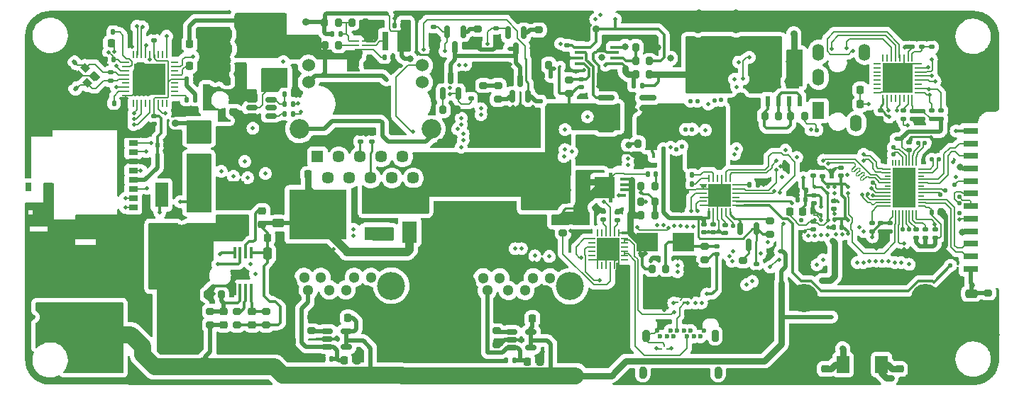
<source format=gbr>
G04 #@! TF.GenerationSoftware,KiCad,Pcbnew,(6.0.7)*
G04 #@! TF.CreationDate,2022-10-31T13:42:49+03:00*
G04 #@! TF.ProjectId,USB_HUB_ADAPTER,5553425f-4855-4425-9f41-444150544552,rev?*
G04 #@! TF.SameCoordinates,Original*
G04 #@! TF.FileFunction,Copper,L6,Bot*
G04 #@! TF.FilePolarity,Positive*
%FSLAX46Y46*%
G04 Gerber Fmt 4.6, Leading zero omitted, Abs format (unit mm)*
G04 Created by KiCad (PCBNEW (6.0.7)) date 2022-10-31 13:42:49*
%MOMM*%
%LPD*%
G01*
G04 APERTURE LIST*
G04 Aperture macros list*
%AMRoundRect*
0 Rectangle with rounded corners*
0 $1 Rounding radius*
0 $2 $3 $4 $5 $6 $7 $8 $9 X,Y pos of 4 corners*
0 Add a 4 corners polygon primitive as box body*
4,1,4,$2,$3,$4,$5,$6,$7,$8,$9,$2,$3,0*
0 Add four circle primitives for the rounded corners*
1,1,$1+$1,$2,$3*
1,1,$1+$1,$4,$5*
1,1,$1+$1,$6,$7*
1,1,$1+$1,$8,$9*
0 Add four rect primitives between the rounded corners*
20,1,$1+$1,$2,$3,$4,$5,0*
20,1,$1+$1,$4,$5,$6,$7,0*
20,1,$1+$1,$6,$7,$8,$9,0*
20,1,$1+$1,$8,$9,$2,$3,0*%
%AMRotRect*
0 Rectangle, with rotation*
0 The origin of the aperture is its center*
0 $1 length*
0 $2 width*
0 $3 Rotation angle, in degrees counterclockwise*
0 Add horizontal line*
21,1,$1,$2,0,0,$3*%
%AMFreePoly0*
4,1,29,-0.496464,1.758536,-0.495000,1.755000,-0.495000,1.230000,1.200000,1.230000,1.203536,1.228536,1.205000,1.225000,1.205000,-1.225000,1.203536,-1.228536,1.200000,-1.230000,-0.495000,-1.230000,-0.495000,-1.755000,-0.496464,-1.758536,-0.500000,-1.760000,-0.900000,-1.760000,-0.903536,-1.758536,-0.905000,-1.755000,-0.905000,-1.230000,-1.200000,-1.230000,-1.203536,-1.228536,-1.205000,-1.225000,
-1.205000,1.225000,-1.203536,1.228536,-1.200000,1.230000,-0.905000,1.230000,-0.905000,1.755000,-0.903536,1.758536,-0.900000,1.760000,-0.500000,1.760000,-0.496464,1.758536,-0.496464,1.758536,$1*%
G04 Aperture macros list end*
G04 #@! TA.AperFunction,EtchedComponent*
%ADD10C,0.010000*%
G04 #@! TD*
G04 #@! TA.AperFunction,ComponentPad*
%ADD11R,1.400000X2.000000*%
G04 #@! TD*
G04 #@! TA.AperFunction,ComponentPad*
%ADD12O,1.400000X2.000000*%
G04 #@! TD*
G04 #@! TA.AperFunction,ComponentPad*
%ADD13C,3.345000*%
G04 #@! TD*
G04 #@! TA.AperFunction,ComponentPad*
%ADD14C,2.925000*%
G04 #@! TD*
G04 #@! TA.AperFunction,ComponentPad*
%ADD15C,1.300000*%
G04 #@! TD*
G04 #@! TA.AperFunction,ComponentPad*
%ADD16C,0.600000*%
G04 #@! TD*
G04 #@! TA.AperFunction,ComponentPad*
%ADD17O,0.600000X1.200000*%
G04 #@! TD*
G04 #@! TA.AperFunction,ComponentPad*
%ADD18C,3.400000*%
G04 #@! TD*
G04 #@! TA.AperFunction,ComponentPad*
%ADD19C,2.500000*%
G04 #@! TD*
G04 #@! TA.AperFunction,ComponentPad*
%ADD20R,1.446000X1.446000*%
G04 #@! TD*
G04 #@! TA.AperFunction,ComponentPad*
%ADD21C,1.446000*%
G04 #@! TD*
G04 #@! TA.AperFunction,ComponentPad*
%ADD22C,1.530000*%
G04 #@! TD*
G04 #@! TA.AperFunction,ComponentPad*
%ADD23C,2.355000*%
G04 #@! TD*
G04 #@! TA.AperFunction,SMDPad,CuDef*
%ADD24RoundRect,0.140000X-0.170000X0.140000X-0.170000X-0.140000X0.170000X-0.140000X0.170000X0.140000X0*%
G04 #@! TD*
G04 #@! TA.AperFunction,SMDPad,CuDef*
%ADD25RoundRect,0.225000X0.250000X-0.225000X0.250000X0.225000X-0.250000X0.225000X-0.250000X-0.225000X0*%
G04 #@! TD*
G04 #@! TA.AperFunction,SMDPad,CuDef*
%ADD26RoundRect,0.250000X0.625000X-0.312500X0.625000X0.312500X-0.625000X0.312500X-0.625000X-0.312500X0*%
G04 #@! TD*
G04 #@! TA.AperFunction,SMDPad,CuDef*
%ADD27RoundRect,0.200000X-0.200000X-0.275000X0.200000X-0.275000X0.200000X0.275000X-0.200000X0.275000X0*%
G04 #@! TD*
G04 #@! TA.AperFunction,SMDPad,CuDef*
%ADD28RoundRect,0.200000X-0.275000X0.200000X-0.275000X-0.200000X0.275000X-0.200000X0.275000X0.200000X0*%
G04 #@! TD*
G04 #@! TA.AperFunction,SMDPad,CuDef*
%ADD29RoundRect,0.140000X0.140000X0.170000X-0.140000X0.170000X-0.140000X-0.170000X0.140000X-0.170000X0*%
G04 #@! TD*
G04 #@! TA.AperFunction,SMDPad,CuDef*
%ADD30RoundRect,0.225000X-0.225000X-0.250000X0.225000X-0.250000X0.225000X0.250000X-0.225000X0.250000X0*%
G04 #@! TD*
G04 #@! TA.AperFunction,SMDPad,CuDef*
%ADD31R,1.100000X0.700000*%
G04 #@! TD*
G04 #@! TA.AperFunction,SMDPad,CuDef*
%ADD32R,0.780000X1.050000*%
G04 #@! TD*
G04 #@! TA.AperFunction,SMDPad,CuDef*
%ADD33R,3.330000X0.700000*%
G04 #@! TD*
G04 #@! TA.AperFunction,SMDPad,CuDef*
%ADD34R,2.800000X0.860000*%
G04 #@! TD*
G04 #@! TA.AperFunction,SMDPad,CuDef*
%ADD35R,1.830000X1.140000*%
G04 #@! TD*
G04 #@! TA.AperFunction,SMDPad,CuDef*
%ADD36R,0.930000X0.900000*%
G04 #@! TD*
G04 #@! TA.AperFunction,SMDPad,CuDef*
%ADD37RoundRect,0.200000X0.275000X-0.200000X0.275000X0.200000X-0.275000X0.200000X-0.275000X-0.200000X0*%
G04 #@! TD*
G04 #@! TA.AperFunction,SMDPad,CuDef*
%ADD38R,2.700000X2.700000*%
G04 #@! TD*
G04 #@! TA.AperFunction,SMDPad,CuDef*
%ADD39RoundRect,0.062500X-0.062500X-0.350000X0.062500X-0.350000X0.062500X0.350000X-0.062500X0.350000X0*%
G04 #@! TD*
G04 #@! TA.AperFunction,SMDPad,CuDef*
%ADD40RoundRect,0.062500X-0.350000X-0.062500X0.350000X-0.062500X0.350000X0.062500X-0.350000X0.062500X0*%
G04 #@! TD*
G04 #@! TA.AperFunction,SMDPad,CuDef*
%ADD41RoundRect,0.140000X0.170000X-0.140000X0.170000X0.140000X-0.170000X0.140000X-0.170000X-0.140000X0*%
G04 #@! TD*
G04 #@! TA.AperFunction,SMDPad,CuDef*
%ADD42RoundRect,0.135000X0.185000X-0.135000X0.185000X0.135000X-0.185000X0.135000X-0.185000X-0.135000X0*%
G04 #@! TD*
G04 #@! TA.AperFunction,SMDPad,CuDef*
%ADD43R,4.860000X3.360000*%
G04 #@! TD*
G04 #@! TA.AperFunction,SMDPad,CuDef*
%ADD44R,1.400000X1.390000*%
G04 #@! TD*
G04 #@! TA.AperFunction,SMDPad,CuDef*
%ADD45RoundRect,0.225000X0.225000X0.250000X-0.225000X0.250000X-0.225000X-0.250000X0.225000X-0.250000X0*%
G04 #@! TD*
G04 #@! TA.AperFunction,SMDPad,CuDef*
%ADD46RoundRect,0.150000X0.150000X-0.587500X0.150000X0.587500X-0.150000X0.587500X-0.150000X-0.587500X0*%
G04 #@! TD*
G04 #@! TA.AperFunction,SMDPad,CuDef*
%ADD47C,0.900000*%
G04 #@! TD*
G04 #@! TA.AperFunction,SMDPad,CuDef*
%ADD48R,1.800000X2.500000*%
G04 #@! TD*
G04 #@! TA.AperFunction,SMDPad,CuDef*
%ADD49R,1.800000X0.800000*%
G04 #@! TD*
G04 #@! TA.AperFunction,SMDPad,CuDef*
%ADD50RoundRect,0.250000X-0.475000X0.250000X-0.475000X-0.250000X0.475000X-0.250000X0.475000X0.250000X0*%
G04 #@! TD*
G04 #@! TA.AperFunction,SMDPad,CuDef*
%ADD51R,1.600000X3.000000*%
G04 #@! TD*
G04 #@! TA.AperFunction,SMDPad,CuDef*
%ADD52R,6.000000X6.900000*%
G04 #@! TD*
G04 #@! TA.AperFunction,SMDPad,CuDef*
%ADD53R,2.300000X2.500000*%
G04 #@! TD*
G04 #@! TA.AperFunction,SMDPad,CuDef*
%ADD54RoundRect,0.250000X0.475000X-0.250000X0.475000X0.250000X-0.475000X0.250000X-0.475000X-0.250000X0*%
G04 #@! TD*
G04 #@! TA.AperFunction,SMDPad,CuDef*
%ADD55RoundRect,0.140000X-0.140000X-0.170000X0.140000X-0.170000X0.140000X0.170000X-0.140000X0.170000X0*%
G04 #@! TD*
G04 #@! TA.AperFunction,SMDPad,CuDef*
%ADD56R,0.750000X0.400000*%
G04 #@! TD*
G04 #@! TA.AperFunction,SMDPad,CuDef*
%ADD57FreePoly0,180.000000*%
G04 #@! TD*
G04 #@! TA.AperFunction,SMDPad,CuDef*
%ADD58R,0.600000X0.250000*%
G04 #@! TD*
G04 #@! TA.AperFunction,SMDPad,CuDef*
%ADD59R,1.000000X0.200000*%
G04 #@! TD*
G04 #@! TA.AperFunction,SMDPad,CuDef*
%ADD60RoundRect,0.150000X-0.512500X-0.150000X0.512500X-0.150000X0.512500X0.150000X-0.512500X0.150000X0*%
G04 #@! TD*
G04 #@! TA.AperFunction,SMDPad,CuDef*
%ADD61R,2.500000X2.300000*%
G04 #@! TD*
G04 #@! TA.AperFunction,SMDPad,CuDef*
%ADD62RoundRect,0.135000X-0.135000X-0.185000X0.135000X-0.185000X0.135000X0.185000X-0.135000X0.185000X0*%
G04 #@! TD*
G04 #@! TA.AperFunction,SMDPad,CuDef*
%ADD63RoundRect,0.200000X0.200000X0.275000X-0.200000X0.275000X-0.200000X-0.275000X0.200000X-0.275000X0*%
G04 #@! TD*
G04 #@! TA.AperFunction,SMDPad,CuDef*
%ADD64RoundRect,0.062500X0.350000X0.062500X-0.350000X0.062500X-0.350000X-0.062500X0.350000X-0.062500X0*%
G04 #@! TD*
G04 #@! TA.AperFunction,SMDPad,CuDef*
%ADD65RoundRect,0.062500X0.062500X0.350000X-0.062500X0.350000X-0.062500X-0.350000X0.062500X-0.350000X0*%
G04 #@! TD*
G04 #@! TA.AperFunction,SMDPad,CuDef*
%ADD66R,0.200000X0.200000*%
G04 #@! TD*
G04 #@! TA.AperFunction,SMDPad,CuDef*
%ADD67RoundRect,0.150000X-0.825000X-0.150000X0.825000X-0.150000X0.825000X0.150000X-0.825000X0.150000X0*%
G04 #@! TD*
G04 #@! TA.AperFunction,SMDPad,CuDef*
%ADD68R,0.350000X0.400000*%
G04 #@! TD*
G04 #@! TA.AperFunction,SMDPad,CuDef*
%ADD69R,0.800000X2.200000*%
G04 #@! TD*
G04 #@! TA.AperFunction,SMDPad,CuDef*
%ADD70RoundRect,0.135000X0.135000X0.185000X-0.135000X0.185000X-0.135000X-0.185000X0.135000X-0.185000X0*%
G04 #@! TD*
G04 #@! TA.AperFunction,SMDPad,CuDef*
%ADD71RoundRect,0.140000X0.219203X0.021213X0.021213X0.219203X-0.219203X-0.021213X-0.021213X-0.219203X0*%
G04 #@! TD*
G04 #@! TA.AperFunction,SMDPad,CuDef*
%ADD72RoundRect,0.135000X-0.185000X0.135000X-0.185000X-0.135000X0.185000X-0.135000X0.185000X0.135000X0*%
G04 #@! TD*
G04 #@! TA.AperFunction,SMDPad,CuDef*
%ADD73R,2.500000X2.000000*%
G04 #@! TD*
G04 #@! TA.AperFunction,SMDPad,CuDef*
%ADD74RoundRect,0.150000X-0.150000X0.587500X-0.150000X-0.587500X0.150000X-0.587500X0.150000X0.587500X0*%
G04 #@! TD*
G04 #@! TA.AperFunction,SMDPad,CuDef*
%ADD75RoundRect,0.218750X0.218750X0.256250X-0.218750X0.256250X-0.218750X-0.256250X0.218750X-0.256250X0*%
G04 #@! TD*
G04 #@! TA.AperFunction,SMDPad,CuDef*
%ADD76R,3.700000X3.700000*%
G04 #@! TD*
G04 #@! TA.AperFunction,SMDPad,CuDef*
%ADD77RoundRect,0.062500X-0.350000X0.062500X-0.350000X-0.062500X0.350000X-0.062500X0.350000X0.062500X0*%
G04 #@! TD*
G04 #@! TA.AperFunction,SMDPad,CuDef*
%ADD78RoundRect,0.062500X-0.062500X0.350000X-0.062500X-0.350000X0.062500X-0.350000X0.062500X0.350000X0*%
G04 #@! TD*
G04 #@! TA.AperFunction,SMDPad,CuDef*
%ADD79RoundRect,0.225000X-0.250000X0.225000X-0.250000X-0.225000X0.250000X-0.225000X0.250000X0.225000X0*%
G04 #@! TD*
G04 #@! TA.AperFunction,SMDPad,CuDef*
%ADD80R,0.400000X0.350000*%
G04 #@! TD*
G04 #@! TA.AperFunction,SMDPad,CuDef*
%ADD81R,0.450000X1.450000*%
G04 #@! TD*
G04 #@! TA.AperFunction,SMDPad,CuDef*
%ADD82R,1.500000X2.000000*%
G04 #@! TD*
G04 #@! TA.AperFunction,SMDPad,CuDef*
%ADD83R,3.800000X2.000000*%
G04 #@! TD*
G04 #@! TA.AperFunction,SMDPad,CuDef*
%ADD84R,4.100000X4.100000*%
G04 #@! TD*
G04 #@! TA.AperFunction,SMDPad,CuDef*
%ADD85RotRect,0.900000X0.800000X315.000000*%
G04 #@! TD*
G04 #@! TA.AperFunction,SMDPad,CuDef*
%ADD86RoundRect,0.250000X-0.250000X-0.475000X0.250000X-0.475000X0.250000X0.475000X-0.250000X0.475000X0*%
G04 #@! TD*
G04 #@! TA.AperFunction,SMDPad,CuDef*
%ADD87R,3.500000X3.550000*%
G04 #@! TD*
G04 #@! TA.AperFunction,SMDPad,CuDef*
%ADD88RoundRect,0.250000X0.925000X-0.412500X0.925000X0.412500X-0.925000X0.412500X-0.925000X-0.412500X0*%
G04 #@! TD*
G04 #@! TA.AperFunction,SMDPad,CuDef*
%ADD89R,0.200000X0.800000*%
G04 #@! TD*
G04 #@! TA.AperFunction,SMDPad,CuDef*
%ADD90R,0.800000X0.200000*%
G04 #@! TD*
G04 #@! TA.AperFunction,SMDPad,CuDef*
%ADD91R,2.800000X4.800000*%
G04 #@! TD*
G04 #@! TA.AperFunction,SMDPad,CuDef*
%ADD92RoundRect,0.062500X0.062500X-0.375000X0.062500X0.375000X-0.062500X0.375000X-0.062500X-0.375000X0*%
G04 #@! TD*
G04 #@! TA.AperFunction,SMDPad,CuDef*
%ADD93RoundRect,0.062500X0.375000X-0.062500X0.375000X0.062500X-0.375000X0.062500X-0.375000X-0.062500X0*%
G04 #@! TD*
G04 #@! TA.AperFunction,SMDPad,CuDef*
%ADD94R,3.600000X3.600000*%
G04 #@! TD*
G04 #@! TA.AperFunction,SMDPad,CuDef*
%ADD95R,1.100000X0.400000*%
G04 #@! TD*
G04 #@! TA.AperFunction,SMDPad,CuDef*
%ADD96R,0.610000X1.270000*%
G04 #@! TD*
G04 #@! TA.AperFunction,SMDPad,CuDef*
%ADD97R,0.610000X1.020000*%
G04 #@! TD*
G04 #@! TA.AperFunction,SMDPad,CuDef*
%ADD98R,1.650000X3.810000*%
G04 #@! TD*
G04 #@! TA.AperFunction,SMDPad,CuDef*
%ADD99RoundRect,0.140000X-0.021213X0.219203X-0.219203X0.021213X0.021213X-0.219203X0.219203X-0.021213X0*%
G04 #@! TD*
G04 #@! TA.AperFunction,SMDPad,CuDef*
%ADD100R,3.000000X1.600000*%
G04 #@! TD*
G04 #@! TA.AperFunction,SMDPad,CuDef*
%ADD101R,6.900000X6.000000*%
G04 #@! TD*
G04 #@! TA.AperFunction,ViaPad*
%ADD102C,0.500000*%
G04 #@! TD*
G04 #@! TA.AperFunction,ViaPad*
%ADD103C,0.550000*%
G04 #@! TD*
G04 #@! TA.AperFunction,ViaPad*
%ADD104C,0.800000*%
G04 #@! TD*
G04 #@! TA.AperFunction,Conductor*
%ADD105C,0.160000*%
G04 #@! TD*
G04 #@! TA.AperFunction,Conductor*
%ADD106C,0.500000*%
G04 #@! TD*
G04 #@! TA.AperFunction,Conductor*
%ADD107C,0.308000*%
G04 #@! TD*
G04 #@! TA.AperFunction,Conductor*
%ADD108C,0.200000*%
G04 #@! TD*
G04 #@! TA.AperFunction,Conductor*
%ADD109C,0.750000*%
G04 #@! TD*
G04 #@! TA.AperFunction,Conductor*
%ADD110C,0.254000*%
G04 #@! TD*
G04 #@! TA.AperFunction,Conductor*
%ADD111C,2.000000*%
G04 #@! TD*
G04 #@! TA.AperFunction,Conductor*
%ADD112C,0.250000*%
G04 #@! TD*
G04 #@! TA.AperFunction,Conductor*
%ADD113C,1.000000*%
G04 #@! TD*
G04 APERTURE END LIST*
G36*
X179372000Y-112292000D02*
G01*
X179393000Y-112295000D01*
X179413000Y-112299000D01*
X179434000Y-112304000D01*
X179454000Y-112310000D01*
X179473000Y-112317000D01*
X179493000Y-112325000D01*
X179512000Y-112334000D01*
X179530000Y-112344000D01*
X179548000Y-112355000D01*
X179565000Y-112366000D01*
X179582000Y-112379000D01*
X179598000Y-112393000D01*
X179613000Y-112407000D01*
X179627000Y-112422000D01*
X179641000Y-112438000D01*
X179654000Y-112455000D01*
X179665000Y-112472000D01*
X179676000Y-112490000D01*
X179686000Y-112508000D01*
X179695000Y-112527000D01*
X179703000Y-112547000D01*
X179710000Y-112566000D01*
X179716000Y-112586000D01*
X179721000Y-112607000D01*
X179725000Y-112627000D01*
X179728000Y-112648000D01*
X179730000Y-112690000D01*
X179730000Y-113290000D01*
X179728000Y-113332000D01*
X179725000Y-113353000D01*
X179721000Y-113373000D01*
X179716000Y-113394000D01*
X179710000Y-113414000D01*
X179703000Y-113433000D01*
X179695000Y-113453000D01*
X179686000Y-113472000D01*
X179676000Y-113490000D01*
X179665000Y-113508000D01*
X179654000Y-113525000D01*
X179641000Y-113542000D01*
X179627000Y-113558000D01*
X179613000Y-113573000D01*
X179598000Y-113587000D01*
X179582000Y-113601000D01*
X179565000Y-113614000D01*
X179548000Y-113625000D01*
X179530000Y-113636000D01*
X179512000Y-113646000D01*
X179493000Y-113655000D01*
X179473000Y-113663000D01*
X179454000Y-113670000D01*
X179434000Y-113676000D01*
X179413000Y-113681000D01*
X179393000Y-113685000D01*
X179372000Y-113688000D01*
X179330000Y-113690000D01*
X179288000Y-113688000D01*
X179267000Y-113685000D01*
X179247000Y-113681000D01*
X179226000Y-113676000D01*
X179206000Y-113670000D01*
X179187000Y-113663000D01*
X179167000Y-113655000D01*
X179148000Y-113646000D01*
X179130000Y-113636000D01*
X179112000Y-113625000D01*
X179095000Y-113614000D01*
X179078000Y-113601000D01*
X179062000Y-113587000D01*
X179047000Y-113573000D01*
X179033000Y-113558000D01*
X179019000Y-113542000D01*
X179006000Y-113525000D01*
X178995000Y-113508000D01*
X178984000Y-113490000D01*
X178974000Y-113472000D01*
X178965000Y-113453000D01*
X178957000Y-113433000D01*
X178950000Y-113414000D01*
X178944000Y-113394000D01*
X178939000Y-113373000D01*
X178935000Y-113353000D01*
X178932000Y-113332000D01*
X178930000Y-113290000D01*
X178930000Y-112690000D01*
X178932000Y-112648000D01*
X178935000Y-112627000D01*
X178939000Y-112607000D01*
X178944000Y-112586000D01*
X178950000Y-112566000D01*
X178957000Y-112547000D01*
X178965000Y-112527000D01*
X178974000Y-112508000D01*
X178984000Y-112490000D01*
X178995000Y-112472000D01*
X179006000Y-112455000D01*
X179019000Y-112438000D01*
X179033000Y-112422000D01*
X179047000Y-112407000D01*
X179062000Y-112393000D01*
X179078000Y-112379000D01*
X179095000Y-112366000D01*
X179112000Y-112355000D01*
X179130000Y-112344000D01*
X179148000Y-112334000D01*
X179167000Y-112325000D01*
X179187000Y-112317000D01*
X179206000Y-112310000D01*
X179226000Y-112304000D01*
X179247000Y-112299000D01*
X179267000Y-112295000D01*
X179288000Y-112292000D01*
X179330000Y-112290000D01*
X179372000Y-112292000D01*
G37*
D10*
X179372000Y-112292000D02*
X179393000Y-112295000D01*
X179413000Y-112299000D01*
X179434000Y-112304000D01*
X179454000Y-112310000D01*
X179473000Y-112317000D01*
X179493000Y-112325000D01*
X179512000Y-112334000D01*
X179530000Y-112344000D01*
X179548000Y-112355000D01*
X179565000Y-112366000D01*
X179582000Y-112379000D01*
X179598000Y-112393000D01*
X179613000Y-112407000D01*
X179627000Y-112422000D01*
X179641000Y-112438000D01*
X179654000Y-112455000D01*
X179665000Y-112472000D01*
X179676000Y-112490000D01*
X179686000Y-112508000D01*
X179695000Y-112527000D01*
X179703000Y-112547000D01*
X179710000Y-112566000D01*
X179716000Y-112586000D01*
X179721000Y-112607000D01*
X179725000Y-112627000D01*
X179728000Y-112648000D01*
X179730000Y-112690000D01*
X179730000Y-113290000D01*
X179728000Y-113332000D01*
X179725000Y-113353000D01*
X179721000Y-113373000D01*
X179716000Y-113394000D01*
X179710000Y-113414000D01*
X179703000Y-113433000D01*
X179695000Y-113453000D01*
X179686000Y-113472000D01*
X179676000Y-113490000D01*
X179665000Y-113508000D01*
X179654000Y-113525000D01*
X179641000Y-113542000D01*
X179627000Y-113558000D01*
X179613000Y-113573000D01*
X179598000Y-113587000D01*
X179582000Y-113601000D01*
X179565000Y-113614000D01*
X179548000Y-113625000D01*
X179530000Y-113636000D01*
X179512000Y-113646000D01*
X179493000Y-113655000D01*
X179473000Y-113663000D01*
X179454000Y-113670000D01*
X179434000Y-113676000D01*
X179413000Y-113681000D01*
X179393000Y-113685000D01*
X179372000Y-113688000D01*
X179330000Y-113690000D01*
X179288000Y-113688000D01*
X179267000Y-113685000D01*
X179247000Y-113681000D01*
X179226000Y-113676000D01*
X179206000Y-113670000D01*
X179187000Y-113663000D01*
X179167000Y-113655000D01*
X179148000Y-113646000D01*
X179130000Y-113636000D01*
X179112000Y-113625000D01*
X179095000Y-113614000D01*
X179078000Y-113601000D01*
X179062000Y-113587000D01*
X179047000Y-113573000D01*
X179033000Y-113558000D01*
X179019000Y-113542000D01*
X179006000Y-113525000D01*
X178995000Y-113508000D01*
X178984000Y-113490000D01*
X178974000Y-113472000D01*
X178965000Y-113453000D01*
X178957000Y-113433000D01*
X178950000Y-113414000D01*
X178944000Y-113394000D01*
X178939000Y-113373000D01*
X178935000Y-113353000D01*
X178932000Y-113332000D01*
X178930000Y-113290000D01*
X178930000Y-112690000D01*
X178932000Y-112648000D01*
X178935000Y-112627000D01*
X178939000Y-112607000D01*
X178944000Y-112586000D01*
X178950000Y-112566000D01*
X178957000Y-112547000D01*
X178965000Y-112527000D01*
X178974000Y-112508000D01*
X178984000Y-112490000D01*
X178995000Y-112472000D01*
X179006000Y-112455000D01*
X179019000Y-112438000D01*
X179033000Y-112422000D01*
X179047000Y-112407000D01*
X179062000Y-112393000D01*
X179078000Y-112379000D01*
X179095000Y-112366000D01*
X179112000Y-112355000D01*
X179130000Y-112344000D01*
X179148000Y-112334000D01*
X179167000Y-112325000D01*
X179187000Y-112317000D01*
X179206000Y-112310000D01*
X179226000Y-112304000D01*
X179247000Y-112299000D01*
X179267000Y-112295000D01*
X179288000Y-112292000D01*
X179330000Y-112290000D01*
X179372000Y-112292000D01*
G36*
X179732000Y-116692000D02*
G01*
X179753000Y-116695000D01*
X179773000Y-116699000D01*
X179794000Y-116704000D01*
X179814000Y-116710000D01*
X179833000Y-116717000D01*
X179853000Y-116725000D01*
X179872000Y-116734000D01*
X179890000Y-116744000D01*
X179908000Y-116755000D01*
X179925000Y-116766000D01*
X179942000Y-116779000D01*
X179958000Y-116793000D01*
X179973000Y-116807000D01*
X179987000Y-116822000D01*
X180001000Y-116838000D01*
X180014000Y-116855000D01*
X180025000Y-116872000D01*
X180036000Y-116890000D01*
X180046000Y-116908000D01*
X180055000Y-116927000D01*
X180063000Y-116947000D01*
X180070000Y-116966000D01*
X180076000Y-116986000D01*
X180081000Y-117007000D01*
X180085000Y-117027000D01*
X180088000Y-117048000D01*
X180090000Y-117090000D01*
X180090000Y-117690000D01*
X180088000Y-117732000D01*
X180085000Y-117753000D01*
X180081000Y-117773000D01*
X180076000Y-117794000D01*
X180070000Y-117814000D01*
X180063000Y-117833000D01*
X180055000Y-117853000D01*
X180046000Y-117872000D01*
X180036000Y-117890000D01*
X180025000Y-117908000D01*
X180014000Y-117925000D01*
X180001000Y-117942000D01*
X179987000Y-117958000D01*
X179973000Y-117973000D01*
X179958000Y-117987000D01*
X179942000Y-118001000D01*
X179925000Y-118014000D01*
X179908000Y-118025000D01*
X179890000Y-118036000D01*
X179872000Y-118046000D01*
X179853000Y-118055000D01*
X179833000Y-118063000D01*
X179814000Y-118070000D01*
X179794000Y-118076000D01*
X179773000Y-118081000D01*
X179753000Y-118085000D01*
X179732000Y-118088000D01*
X179690000Y-118090000D01*
X179648000Y-118088000D01*
X179627000Y-118085000D01*
X179607000Y-118081000D01*
X179586000Y-118076000D01*
X179566000Y-118070000D01*
X179547000Y-118063000D01*
X179527000Y-118055000D01*
X179508000Y-118046000D01*
X179490000Y-118036000D01*
X179472000Y-118025000D01*
X179455000Y-118014000D01*
X179438000Y-118001000D01*
X179422000Y-117987000D01*
X179407000Y-117973000D01*
X179393000Y-117958000D01*
X179379000Y-117942000D01*
X179366000Y-117925000D01*
X179355000Y-117908000D01*
X179344000Y-117890000D01*
X179334000Y-117872000D01*
X179325000Y-117853000D01*
X179317000Y-117833000D01*
X179310000Y-117814000D01*
X179304000Y-117794000D01*
X179299000Y-117773000D01*
X179295000Y-117753000D01*
X179292000Y-117732000D01*
X179290000Y-117690000D01*
X179290000Y-117090000D01*
X179292000Y-117048000D01*
X179295000Y-117027000D01*
X179299000Y-117007000D01*
X179304000Y-116986000D01*
X179310000Y-116966000D01*
X179317000Y-116947000D01*
X179325000Y-116927000D01*
X179334000Y-116908000D01*
X179344000Y-116890000D01*
X179355000Y-116872000D01*
X179366000Y-116855000D01*
X179379000Y-116838000D01*
X179393000Y-116822000D01*
X179407000Y-116807000D01*
X179422000Y-116793000D01*
X179438000Y-116779000D01*
X179455000Y-116766000D01*
X179472000Y-116755000D01*
X179490000Y-116744000D01*
X179508000Y-116734000D01*
X179527000Y-116725000D01*
X179547000Y-116717000D01*
X179566000Y-116710000D01*
X179586000Y-116704000D01*
X179607000Y-116699000D01*
X179627000Y-116695000D01*
X179648000Y-116692000D01*
X179690000Y-116690000D01*
X179732000Y-116692000D01*
G37*
X179732000Y-116692000D02*
X179753000Y-116695000D01*
X179773000Y-116699000D01*
X179794000Y-116704000D01*
X179814000Y-116710000D01*
X179833000Y-116717000D01*
X179853000Y-116725000D01*
X179872000Y-116734000D01*
X179890000Y-116744000D01*
X179908000Y-116755000D01*
X179925000Y-116766000D01*
X179942000Y-116779000D01*
X179958000Y-116793000D01*
X179973000Y-116807000D01*
X179987000Y-116822000D01*
X180001000Y-116838000D01*
X180014000Y-116855000D01*
X180025000Y-116872000D01*
X180036000Y-116890000D01*
X180046000Y-116908000D01*
X180055000Y-116927000D01*
X180063000Y-116947000D01*
X180070000Y-116966000D01*
X180076000Y-116986000D01*
X180081000Y-117007000D01*
X180085000Y-117027000D01*
X180088000Y-117048000D01*
X180090000Y-117090000D01*
X180090000Y-117690000D01*
X180088000Y-117732000D01*
X180085000Y-117753000D01*
X180081000Y-117773000D01*
X180076000Y-117794000D01*
X180070000Y-117814000D01*
X180063000Y-117833000D01*
X180055000Y-117853000D01*
X180046000Y-117872000D01*
X180036000Y-117890000D01*
X180025000Y-117908000D01*
X180014000Y-117925000D01*
X180001000Y-117942000D01*
X179987000Y-117958000D01*
X179973000Y-117973000D01*
X179958000Y-117987000D01*
X179942000Y-118001000D01*
X179925000Y-118014000D01*
X179908000Y-118025000D01*
X179890000Y-118036000D01*
X179872000Y-118046000D01*
X179853000Y-118055000D01*
X179833000Y-118063000D01*
X179814000Y-118070000D01*
X179794000Y-118076000D01*
X179773000Y-118081000D01*
X179753000Y-118085000D01*
X179732000Y-118088000D01*
X179690000Y-118090000D01*
X179648000Y-118088000D01*
X179627000Y-118085000D01*
X179607000Y-118081000D01*
X179586000Y-118076000D01*
X179566000Y-118070000D01*
X179547000Y-118063000D01*
X179527000Y-118055000D01*
X179508000Y-118046000D01*
X179490000Y-118036000D01*
X179472000Y-118025000D01*
X179455000Y-118014000D01*
X179438000Y-118001000D01*
X179422000Y-117987000D01*
X179407000Y-117973000D01*
X179393000Y-117958000D01*
X179379000Y-117942000D01*
X179366000Y-117925000D01*
X179355000Y-117908000D01*
X179344000Y-117890000D01*
X179334000Y-117872000D01*
X179325000Y-117853000D01*
X179317000Y-117833000D01*
X179310000Y-117814000D01*
X179304000Y-117794000D01*
X179299000Y-117773000D01*
X179295000Y-117753000D01*
X179292000Y-117732000D01*
X179290000Y-117690000D01*
X179290000Y-117090000D01*
X179292000Y-117048000D01*
X179295000Y-117027000D01*
X179299000Y-117007000D01*
X179304000Y-116986000D01*
X179310000Y-116966000D01*
X179317000Y-116947000D01*
X179325000Y-116927000D01*
X179334000Y-116908000D01*
X179344000Y-116890000D01*
X179355000Y-116872000D01*
X179366000Y-116855000D01*
X179379000Y-116838000D01*
X179393000Y-116822000D01*
X179407000Y-116807000D01*
X179422000Y-116793000D01*
X179438000Y-116779000D01*
X179455000Y-116766000D01*
X179472000Y-116755000D01*
X179490000Y-116744000D01*
X179508000Y-116734000D01*
X179527000Y-116725000D01*
X179547000Y-116717000D01*
X179566000Y-116710000D01*
X179586000Y-116704000D01*
X179607000Y-116699000D01*
X179627000Y-116695000D01*
X179648000Y-116692000D01*
X179690000Y-116690000D01*
X179732000Y-116692000D01*
G36*
X171112000Y-112292000D02*
G01*
X171133000Y-112295000D01*
X171153000Y-112299000D01*
X171174000Y-112304000D01*
X171194000Y-112310000D01*
X171213000Y-112317000D01*
X171233000Y-112325000D01*
X171252000Y-112334000D01*
X171270000Y-112344000D01*
X171288000Y-112355000D01*
X171305000Y-112366000D01*
X171322000Y-112379000D01*
X171338000Y-112393000D01*
X171353000Y-112407000D01*
X171367000Y-112422000D01*
X171381000Y-112438000D01*
X171394000Y-112455000D01*
X171405000Y-112472000D01*
X171416000Y-112490000D01*
X171426000Y-112508000D01*
X171435000Y-112527000D01*
X171443000Y-112547000D01*
X171450000Y-112566000D01*
X171456000Y-112586000D01*
X171461000Y-112607000D01*
X171465000Y-112627000D01*
X171468000Y-112648000D01*
X171470000Y-112690000D01*
X171470000Y-113290000D01*
X171468000Y-113332000D01*
X171465000Y-113353000D01*
X171461000Y-113373000D01*
X171456000Y-113394000D01*
X171450000Y-113414000D01*
X171443000Y-113433000D01*
X171435000Y-113453000D01*
X171426000Y-113472000D01*
X171416000Y-113490000D01*
X171405000Y-113508000D01*
X171394000Y-113525000D01*
X171381000Y-113542000D01*
X171367000Y-113558000D01*
X171353000Y-113573000D01*
X171338000Y-113587000D01*
X171322000Y-113601000D01*
X171305000Y-113614000D01*
X171288000Y-113625000D01*
X171270000Y-113636000D01*
X171252000Y-113646000D01*
X171233000Y-113655000D01*
X171213000Y-113663000D01*
X171194000Y-113670000D01*
X171174000Y-113676000D01*
X171153000Y-113681000D01*
X171133000Y-113685000D01*
X171112000Y-113688000D01*
X171070000Y-113690000D01*
X171028000Y-113688000D01*
X171007000Y-113685000D01*
X170987000Y-113681000D01*
X170966000Y-113676000D01*
X170946000Y-113670000D01*
X170927000Y-113663000D01*
X170907000Y-113655000D01*
X170888000Y-113646000D01*
X170870000Y-113636000D01*
X170852000Y-113625000D01*
X170835000Y-113614000D01*
X170818000Y-113601000D01*
X170802000Y-113587000D01*
X170787000Y-113573000D01*
X170773000Y-113558000D01*
X170759000Y-113542000D01*
X170746000Y-113525000D01*
X170735000Y-113508000D01*
X170724000Y-113490000D01*
X170714000Y-113472000D01*
X170705000Y-113453000D01*
X170697000Y-113433000D01*
X170690000Y-113414000D01*
X170684000Y-113394000D01*
X170679000Y-113373000D01*
X170675000Y-113353000D01*
X170672000Y-113332000D01*
X170670000Y-113290000D01*
X170670000Y-112690000D01*
X170672000Y-112648000D01*
X170675000Y-112627000D01*
X170679000Y-112607000D01*
X170684000Y-112586000D01*
X170690000Y-112566000D01*
X170697000Y-112547000D01*
X170705000Y-112527000D01*
X170714000Y-112508000D01*
X170724000Y-112490000D01*
X170735000Y-112472000D01*
X170746000Y-112455000D01*
X170759000Y-112438000D01*
X170773000Y-112422000D01*
X170787000Y-112407000D01*
X170802000Y-112393000D01*
X170818000Y-112379000D01*
X170835000Y-112366000D01*
X170852000Y-112355000D01*
X170870000Y-112344000D01*
X170888000Y-112334000D01*
X170907000Y-112325000D01*
X170927000Y-112317000D01*
X170946000Y-112310000D01*
X170966000Y-112304000D01*
X170987000Y-112299000D01*
X171007000Y-112295000D01*
X171028000Y-112292000D01*
X171070000Y-112290000D01*
X171112000Y-112292000D01*
G37*
X171112000Y-112292000D02*
X171133000Y-112295000D01*
X171153000Y-112299000D01*
X171174000Y-112304000D01*
X171194000Y-112310000D01*
X171213000Y-112317000D01*
X171233000Y-112325000D01*
X171252000Y-112334000D01*
X171270000Y-112344000D01*
X171288000Y-112355000D01*
X171305000Y-112366000D01*
X171322000Y-112379000D01*
X171338000Y-112393000D01*
X171353000Y-112407000D01*
X171367000Y-112422000D01*
X171381000Y-112438000D01*
X171394000Y-112455000D01*
X171405000Y-112472000D01*
X171416000Y-112490000D01*
X171426000Y-112508000D01*
X171435000Y-112527000D01*
X171443000Y-112547000D01*
X171450000Y-112566000D01*
X171456000Y-112586000D01*
X171461000Y-112607000D01*
X171465000Y-112627000D01*
X171468000Y-112648000D01*
X171470000Y-112690000D01*
X171470000Y-113290000D01*
X171468000Y-113332000D01*
X171465000Y-113353000D01*
X171461000Y-113373000D01*
X171456000Y-113394000D01*
X171450000Y-113414000D01*
X171443000Y-113433000D01*
X171435000Y-113453000D01*
X171426000Y-113472000D01*
X171416000Y-113490000D01*
X171405000Y-113508000D01*
X171394000Y-113525000D01*
X171381000Y-113542000D01*
X171367000Y-113558000D01*
X171353000Y-113573000D01*
X171338000Y-113587000D01*
X171322000Y-113601000D01*
X171305000Y-113614000D01*
X171288000Y-113625000D01*
X171270000Y-113636000D01*
X171252000Y-113646000D01*
X171233000Y-113655000D01*
X171213000Y-113663000D01*
X171194000Y-113670000D01*
X171174000Y-113676000D01*
X171153000Y-113681000D01*
X171133000Y-113685000D01*
X171112000Y-113688000D01*
X171070000Y-113690000D01*
X171028000Y-113688000D01*
X171007000Y-113685000D01*
X170987000Y-113681000D01*
X170966000Y-113676000D01*
X170946000Y-113670000D01*
X170927000Y-113663000D01*
X170907000Y-113655000D01*
X170888000Y-113646000D01*
X170870000Y-113636000D01*
X170852000Y-113625000D01*
X170835000Y-113614000D01*
X170818000Y-113601000D01*
X170802000Y-113587000D01*
X170787000Y-113573000D01*
X170773000Y-113558000D01*
X170759000Y-113542000D01*
X170746000Y-113525000D01*
X170735000Y-113508000D01*
X170724000Y-113490000D01*
X170714000Y-113472000D01*
X170705000Y-113453000D01*
X170697000Y-113433000D01*
X170690000Y-113414000D01*
X170684000Y-113394000D01*
X170679000Y-113373000D01*
X170675000Y-113353000D01*
X170672000Y-113332000D01*
X170670000Y-113290000D01*
X170670000Y-112690000D01*
X170672000Y-112648000D01*
X170675000Y-112627000D01*
X170679000Y-112607000D01*
X170684000Y-112586000D01*
X170690000Y-112566000D01*
X170697000Y-112547000D01*
X170705000Y-112527000D01*
X170714000Y-112508000D01*
X170724000Y-112490000D01*
X170735000Y-112472000D01*
X170746000Y-112455000D01*
X170759000Y-112438000D01*
X170773000Y-112422000D01*
X170787000Y-112407000D01*
X170802000Y-112393000D01*
X170818000Y-112379000D01*
X170835000Y-112366000D01*
X170852000Y-112355000D01*
X170870000Y-112344000D01*
X170888000Y-112334000D01*
X170907000Y-112325000D01*
X170927000Y-112317000D01*
X170946000Y-112310000D01*
X170966000Y-112304000D01*
X170987000Y-112299000D01*
X171007000Y-112295000D01*
X171028000Y-112292000D01*
X171070000Y-112290000D01*
X171112000Y-112292000D01*
G36*
X170752000Y-116692000D02*
G01*
X170773000Y-116695000D01*
X170793000Y-116699000D01*
X170814000Y-116704000D01*
X170834000Y-116710000D01*
X170853000Y-116717000D01*
X170873000Y-116725000D01*
X170892000Y-116734000D01*
X170910000Y-116744000D01*
X170928000Y-116755000D01*
X170945000Y-116766000D01*
X170962000Y-116779000D01*
X170978000Y-116793000D01*
X170993000Y-116807000D01*
X171007000Y-116822000D01*
X171021000Y-116838000D01*
X171034000Y-116855000D01*
X171045000Y-116872000D01*
X171056000Y-116890000D01*
X171066000Y-116908000D01*
X171075000Y-116927000D01*
X171083000Y-116947000D01*
X171090000Y-116966000D01*
X171096000Y-116986000D01*
X171101000Y-117007000D01*
X171105000Y-117027000D01*
X171108000Y-117048000D01*
X171110000Y-117090000D01*
X171110000Y-117690000D01*
X171108000Y-117732000D01*
X171105000Y-117753000D01*
X171101000Y-117773000D01*
X171096000Y-117794000D01*
X171090000Y-117814000D01*
X171083000Y-117833000D01*
X171075000Y-117853000D01*
X171066000Y-117872000D01*
X171056000Y-117890000D01*
X171045000Y-117908000D01*
X171034000Y-117925000D01*
X171021000Y-117942000D01*
X171007000Y-117958000D01*
X170993000Y-117973000D01*
X170978000Y-117987000D01*
X170962000Y-118001000D01*
X170945000Y-118014000D01*
X170928000Y-118025000D01*
X170910000Y-118036000D01*
X170892000Y-118046000D01*
X170873000Y-118055000D01*
X170853000Y-118063000D01*
X170834000Y-118070000D01*
X170814000Y-118076000D01*
X170793000Y-118081000D01*
X170773000Y-118085000D01*
X170752000Y-118088000D01*
X170710000Y-118090000D01*
X170668000Y-118088000D01*
X170647000Y-118085000D01*
X170627000Y-118081000D01*
X170606000Y-118076000D01*
X170586000Y-118070000D01*
X170567000Y-118063000D01*
X170547000Y-118055000D01*
X170528000Y-118046000D01*
X170510000Y-118036000D01*
X170492000Y-118025000D01*
X170475000Y-118014000D01*
X170458000Y-118001000D01*
X170442000Y-117987000D01*
X170427000Y-117973000D01*
X170413000Y-117958000D01*
X170399000Y-117942000D01*
X170386000Y-117925000D01*
X170375000Y-117908000D01*
X170364000Y-117890000D01*
X170354000Y-117872000D01*
X170345000Y-117853000D01*
X170337000Y-117833000D01*
X170330000Y-117814000D01*
X170324000Y-117794000D01*
X170319000Y-117773000D01*
X170315000Y-117753000D01*
X170312000Y-117732000D01*
X170310000Y-117690000D01*
X170310000Y-117090000D01*
X170312000Y-117048000D01*
X170315000Y-117027000D01*
X170319000Y-117007000D01*
X170324000Y-116986000D01*
X170330000Y-116966000D01*
X170337000Y-116947000D01*
X170345000Y-116927000D01*
X170354000Y-116908000D01*
X170364000Y-116890000D01*
X170375000Y-116872000D01*
X170386000Y-116855000D01*
X170399000Y-116838000D01*
X170413000Y-116822000D01*
X170427000Y-116807000D01*
X170442000Y-116793000D01*
X170458000Y-116779000D01*
X170475000Y-116766000D01*
X170492000Y-116755000D01*
X170510000Y-116744000D01*
X170528000Y-116734000D01*
X170547000Y-116725000D01*
X170567000Y-116717000D01*
X170586000Y-116710000D01*
X170606000Y-116704000D01*
X170627000Y-116699000D01*
X170647000Y-116695000D01*
X170668000Y-116692000D01*
X170710000Y-116690000D01*
X170752000Y-116692000D01*
G37*
X170752000Y-116692000D02*
X170773000Y-116695000D01*
X170793000Y-116699000D01*
X170814000Y-116704000D01*
X170834000Y-116710000D01*
X170853000Y-116717000D01*
X170873000Y-116725000D01*
X170892000Y-116734000D01*
X170910000Y-116744000D01*
X170928000Y-116755000D01*
X170945000Y-116766000D01*
X170962000Y-116779000D01*
X170978000Y-116793000D01*
X170993000Y-116807000D01*
X171007000Y-116822000D01*
X171021000Y-116838000D01*
X171034000Y-116855000D01*
X171045000Y-116872000D01*
X171056000Y-116890000D01*
X171066000Y-116908000D01*
X171075000Y-116927000D01*
X171083000Y-116947000D01*
X171090000Y-116966000D01*
X171096000Y-116986000D01*
X171101000Y-117007000D01*
X171105000Y-117027000D01*
X171108000Y-117048000D01*
X171110000Y-117090000D01*
X171110000Y-117690000D01*
X171108000Y-117732000D01*
X171105000Y-117753000D01*
X171101000Y-117773000D01*
X171096000Y-117794000D01*
X171090000Y-117814000D01*
X171083000Y-117833000D01*
X171075000Y-117853000D01*
X171066000Y-117872000D01*
X171056000Y-117890000D01*
X171045000Y-117908000D01*
X171034000Y-117925000D01*
X171021000Y-117942000D01*
X171007000Y-117958000D01*
X170993000Y-117973000D01*
X170978000Y-117987000D01*
X170962000Y-118001000D01*
X170945000Y-118014000D01*
X170928000Y-118025000D01*
X170910000Y-118036000D01*
X170892000Y-118046000D01*
X170873000Y-118055000D01*
X170853000Y-118063000D01*
X170834000Y-118070000D01*
X170814000Y-118076000D01*
X170793000Y-118081000D01*
X170773000Y-118085000D01*
X170752000Y-118088000D01*
X170710000Y-118090000D01*
X170668000Y-118088000D01*
X170647000Y-118085000D01*
X170627000Y-118081000D01*
X170606000Y-118076000D01*
X170586000Y-118070000D01*
X170567000Y-118063000D01*
X170547000Y-118055000D01*
X170528000Y-118046000D01*
X170510000Y-118036000D01*
X170492000Y-118025000D01*
X170475000Y-118014000D01*
X170458000Y-118001000D01*
X170442000Y-117987000D01*
X170427000Y-117973000D01*
X170413000Y-117958000D01*
X170399000Y-117942000D01*
X170386000Y-117925000D01*
X170375000Y-117908000D01*
X170364000Y-117890000D01*
X170354000Y-117872000D01*
X170345000Y-117853000D01*
X170337000Y-117833000D01*
X170330000Y-117814000D01*
X170324000Y-117794000D01*
X170319000Y-117773000D01*
X170315000Y-117753000D01*
X170312000Y-117732000D01*
X170310000Y-117690000D01*
X170310000Y-117090000D01*
X170312000Y-117048000D01*
X170315000Y-117027000D01*
X170319000Y-117007000D01*
X170324000Y-116986000D01*
X170330000Y-116966000D01*
X170337000Y-116947000D01*
X170345000Y-116927000D01*
X170354000Y-116908000D01*
X170364000Y-116890000D01*
X170375000Y-116872000D01*
X170386000Y-116855000D01*
X170399000Y-116838000D01*
X170413000Y-116822000D01*
X170427000Y-116807000D01*
X170442000Y-116793000D01*
X170458000Y-116779000D01*
X170475000Y-116766000D01*
X170492000Y-116755000D01*
X170510000Y-116744000D01*
X170528000Y-116734000D01*
X170547000Y-116725000D01*
X170567000Y-116717000D01*
X170586000Y-116710000D01*
X170606000Y-116704000D01*
X170627000Y-116699000D01*
X170647000Y-116695000D01*
X170668000Y-116692000D01*
X170710000Y-116690000D01*
X170752000Y-116692000D01*
D11*
X191667500Y-86100000D03*
D12*
X196167500Y-87600000D03*
X191667500Y-79100000D03*
X191667500Y-82100000D03*
X197167500Y-79100000D03*
D13*
X140700000Y-107025000D03*
X127900000Y-107025000D03*
D14*
X127900000Y-113625000D03*
X140700000Y-113625000D03*
D15*
X130300000Y-106025000D03*
X132300000Y-106025000D03*
X134300000Y-106025000D03*
X136300000Y-106025000D03*
X138300000Y-106025000D03*
X137800000Y-107525000D03*
X135300000Y-107525000D03*
X133300000Y-107525000D03*
X130800000Y-107525000D03*
D16*
X178000000Y-112400000D03*
X177600000Y-113100000D03*
X176800000Y-113100000D03*
X176400000Y-112400000D03*
X176000000Y-113100000D03*
X175600000Y-112400000D03*
X174800000Y-112400000D03*
X174400000Y-113100000D03*
X174000000Y-112400000D03*
X173600000Y-113100000D03*
X172800000Y-113100000D03*
X172400000Y-112400000D03*
D17*
X171070000Y-112990000D03*
X179330000Y-112990000D03*
X170710000Y-117390000D03*
X179690000Y-117390000D03*
D18*
X189922500Y-108515000D03*
X204422500Y-108515000D03*
D19*
X189922500Y-114515000D03*
X204422500Y-114515000D03*
D20*
X131900000Y-91600000D03*
D21*
X133170000Y-94140000D03*
X134440000Y-91600000D03*
X135710000Y-94140000D03*
X136980000Y-91600000D03*
X138250000Y-94140000D03*
X139520000Y-91600000D03*
X140790000Y-94140000D03*
X142060000Y-91600000D03*
X143330000Y-94140000D03*
D22*
X144415000Y-82700000D03*
X144415000Y-80670000D03*
X130815000Y-82700000D03*
X130815000Y-80670000D03*
D23*
X145490000Y-88300000D03*
X129740000Y-88300000D03*
D15*
X152145000Y-107586000D03*
X154645000Y-107586000D03*
X156645000Y-107586000D03*
X159145000Y-107586000D03*
X159645000Y-106086000D03*
X157645000Y-106086000D03*
X155645000Y-106086000D03*
X153645000Y-106086000D03*
X151645000Y-106086000D03*
D13*
X149245000Y-107086000D03*
D14*
X149245000Y-113686000D03*
X162045000Y-113686000D03*
D13*
X162045000Y-107086000D03*
D24*
X199100000Y-86020000D03*
X199100000Y-86980000D03*
D25*
X192450000Y-116975000D03*
X192450000Y-115425000D03*
D26*
X118050000Y-92037500D03*
X118050000Y-89112500D03*
D27*
X132735000Y-75595000D03*
X134385000Y-75595000D03*
D24*
X184260000Y-104410000D03*
X184260000Y-105370000D03*
D28*
X125775000Y-110075000D03*
X125775000Y-111725000D03*
D24*
X180550000Y-100730000D03*
X180550000Y-99770000D03*
X112400000Y-87680000D03*
X112400000Y-86720000D03*
D29*
X106620000Y-79925000D03*
X107580000Y-79925000D03*
D30*
X125925000Y-101300000D03*
X127475000Y-101300000D03*
D31*
X109925000Y-97680000D03*
X109925000Y-96580000D03*
X109925000Y-95480000D03*
X109925000Y-94380000D03*
X109925000Y-93280000D03*
X109925000Y-92180000D03*
X109925000Y-91080000D03*
X109925000Y-89980000D03*
D32*
X97385000Y-95205000D03*
D33*
X98660000Y-101780000D03*
X98660000Y-88820000D03*
D34*
X109425000Y-88900000D03*
D35*
X109910000Y-101560000D03*
D36*
X97460000Y-99470000D03*
D37*
X161900000Y-84050000D03*
X161900000Y-82400000D03*
D29*
X133600000Y-115770000D03*
X132640000Y-115770000D03*
D38*
X179860000Y-96190000D03*
D39*
X178610000Y-98152500D03*
X179110000Y-98152500D03*
X179610000Y-98152500D03*
X180110000Y-98152500D03*
X180610000Y-98152500D03*
X181110000Y-98152500D03*
D40*
X181822500Y-97440000D03*
X181822500Y-96940000D03*
X181822500Y-96440000D03*
X181822500Y-95940000D03*
X181822500Y-95440000D03*
X181822500Y-94940000D03*
D39*
X181110000Y-94227500D03*
X180610000Y-94227500D03*
X180110000Y-94227500D03*
X179610000Y-94227500D03*
X179110000Y-94227500D03*
X178610000Y-94227500D03*
D40*
X177897500Y-94940000D03*
X177897500Y-95440000D03*
X177897500Y-95940000D03*
X177897500Y-96440000D03*
X177897500Y-96940000D03*
X177897500Y-97440000D03*
D41*
X112400000Y-76720000D03*
X112400000Y-77680000D03*
D42*
X201800000Y-87110000D03*
X201800000Y-86090000D03*
D37*
X146700000Y-91500000D03*
X146700000Y-89850000D03*
D27*
X135985000Y-75545000D03*
X137635000Y-75545000D03*
D24*
X193530000Y-96900000D03*
X193530000Y-97860000D03*
D28*
X158275000Y-76450000D03*
X158275000Y-78100000D03*
D43*
X159355000Y-95550000D03*
D44*
X163337000Y-96470000D03*
X163337000Y-94630000D03*
D37*
X153450000Y-84725000D03*
X153450000Y-83075000D03*
D45*
X122675000Y-82550000D03*
X121125000Y-82550000D03*
D24*
X167675000Y-98215000D03*
X167675000Y-99175000D03*
D46*
X157050000Y-84387500D03*
X155150000Y-84387500D03*
X156100000Y-82512500D03*
D47*
X165160000Y-76330000D03*
D48*
X146750000Y-94175000D03*
X146750000Y-98175000D03*
D30*
X156925000Y-116100000D03*
X158475000Y-116100000D03*
D49*
X209822875Y-103500000D03*
D45*
X122625000Y-80950000D03*
X121075000Y-80950000D03*
D50*
X209925000Y-107950000D03*
X209925000Y-109850000D03*
D51*
X113290000Y-96170000D03*
D52*
X115575000Y-103200000D03*
D51*
X117860000Y-96170000D03*
D53*
X122025000Y-100125000D03*
X122025000Y-95825000D03*
D54*
X155325000Y-91775000D03*
X155325000Y-89875000D03*
D47*
X114920000Y-87610000D03*
D55*
X139880000Y-79695000D03*
X140840000Y-79695000D03*
D56*
X168387500Y-94275000D03*
X168387500Y-94925000D03*
X168387500Y-95575000D03*
X168387500Y-96225000D03*
D57*
X166162500Y-95250000D03*
D54*
X102925000Y-109750000D03*
X102925000Y-107850000D03*
D55*
X205170000Y-98250000D03*
X206130000Y-98250000D03*
D27*
X169900000Y-78525000D03*
X171550000Y-78525000D03*
D41*
X202900000Y-87080000D03*
X202900000Y-86120000D03*
D29*
X159755000Y-81925000D03*
X158795000Y-81925000D03*
D42*
X150200000Y-84610000D03*
X150200000Y-83590000D03*
D58*
X136610000Y-78745000D03*
X136610000Y-78245000D03*
X136610000Y-77745000D03*
D59*
X137710000Y-77745000D03*
X137710000Y-78245000D03*
X137710000Y-78745000D03*
D60*
X124062500Y-86700000D03*
X124062500Y-85750000D03*
X124062500Y-84800000D03*
X126337500Y-84800000D03*
X126337500Y-85750000D03*
X126337500Y-86700000D03*
D48*
X154300000Y-94175000D03*
X154300000Y-98175000D03*
D61*
X175550000Y-101800000D03*
X171250000Y-101800000D03*
D62*
X127990000Y-86450000D03*
X129010000Y-86450000D03*
D63*
X171500000Y-81775000D03*
X169850000Y-81775000D03*
D62*
X183400000Y-94940000D03*
X184420000Y-94940000D03*
D64*
X168562500Y-101425000D03*
X168562500Y-101925000D03*
X168562500Y-102425000D03*
X168562500Y-102925000D03*
X168562500Y-103425000D03*
X168562500Y-103925000D03*
D65*
X167850000Y-104637500D03*
X167350000Y-104637500D03*
X166850000Y-104637500D03*
X166350000Y-104637500D03*
X165850000Y-104637500D03*
X165350000Y-104637500D03*
D64*
X164637500Y-103925000D03*
X164637500Y-103425000D03*
X164637500Y-102925000D03*
X164637500Y-102425000D03*
X164637500Y-101925000D03*
X164637500Y-101425000D03*
D65*
X165350000Y-100712500D03*
X165850000Y-100712500D03*
X166350000Y-100712500D03*
X166850000Y-100712500D03*
X167350000Y-100712500D03*
X167850000Y-100712500D03*
D38*
X166600000Y-102675000D03*
D55*
X112780000Y-90175000D03*
X113740000Y-90175000D03*
D41*
X192180000Y-93900000D03*
X192180000Y-92940000D03*
D66*
X173275000Y-114275000D03*
X173615000Y-114575000D03*
X172935000Y-114575000D03*
D67*
X166350000Y-88380000D03*
X166350000Y-87110000D03*
X166350000Y-85840000D03*
X166350000Y-84570000D03*
X171300000Y-84570000D03*
X171300000Y-85840000D03*
X171300000Y-87110000D03*
X171300000Y-88380000D03*
D27*
X188350000Y-86750000D03*
X190000000Y-86750000D03*
D68*
X163000000Y-100625000D03*
X163000000Y-98925000D03*
D69*
X140000000Y-77800000D03*
X141900000Y-77800000D03*
D27*
X170475000Y-98600000D03*
X172125000Y-98600000D03*
D70*
X116290000Y-84750000D03*
X117310000Y-84750000D03*
D28*
X119100000Y-110075000D03*
X119100000Y-111725000D03*
D46*
X148750000Y-84050000D03*
X146850000Y-84050000D03*
X147800000Y-82175000D03*
D71*
X102360589Y-82760589D03*
X103039411Y-83439411D03*
D41*
X202500000Y-90830000D03*
X202500000Y-89870000D03*
X202800000Y-78480000D03*
X202800000Y-77520000D03*
D60*
X133062500Y-114350000D03*
X133062500Y-113400000D03*
X133062500Y-112450000D03*
X135337500Y-112450000D03*
X135337500Y-114350000D03*
D62*
X127990000Y-84150000D03*
X129010000Y-84150000D03*
D42*
X204400000Y-101310000D03*
X204400000Y-100290000D03*
D28*
X151700000Y-83075000D03*
X151700000Y-84725000D03*
D45*
X122825000Y-76950000D03*
X121275000Y-76950000D03*
D24*
X179110000Y-100620000D03*
X179110000Y-99660000D03*
D27*
X132785000Y-78245000D03*
X134435000Y-78245000D03*
D30*
X118175000Y-80700000D03*
X116625000Y-80700000D03*
D70*
X175590000Y-93800000D03*
X176610000Y-93800000D03*
D72*
X145775000Y-76065000D03*
X145775000Y-77085000D03*
D41*
X205200000Y-78480000D03*
X205200000Y-77520000D03*
D24*
X179500000Y-102320000D03*
X179500000Y-103280000D03*
D42*
X205625000Y-101310000D03*
X205625000Y-100290000D03*
D25*
X120700000Y-111675000D03*
X120700000Y-110125000D03*
D30*
X118175000Y-78100000D03*
X116625000Y-78100000D03*
D49*
X209822875Y-102000000D03*
D37*
X122300000Y-111725000D03*
X122300000Y-110075000D03*
D49*
X209822875Y-97500000D03*
D54*
X157700000Y-91775000D03*
X157700000Y-89875000D03*
D73*
X126700000Y-82250000D03*
X126700000Y-77250000D03*
D45*
X122850000Y-78700000D03*
X121300000Y-78700000D03*
D72*
X107200000Y-82510000D03*
X107200000Y-81490000D03*
D66*
X175200000Y-108725000D03*
X175540000Y-109025000D03*
X174860000Y-109025000D03*
D49*
X209822875Y-99000000D03*
D30*
X195125000Y-83600000D03*
X196675000Y-83600000D03*
D74*
X154625000Y-76787500D03*
X156525000Y-76787500D03*
X155575000Y-78662500D03*
D75*
X189787500Y-98200000D03*
X188212500Y-98200000D03*
D29*
X170605000Y-83075000D03*
X169645000Y-83075000D03*
D30*
X195125000Y-85300000D03*
X196675000Y-85300000D03*
D37*
X185880000Y-100880000D03*
X185880000Y-99230000D03*
D24*
X200150000Y-99545000D03*
X200150000Y-100505000D03*
D41*
X163375000Y-83255000D03*
X163375000Y-82295000D03*
D28*
X151025000Y-76350000D03*
X151025000Y-78000000D03*
D74*
X182360000Y-100240000D03*
X184260000Y-100240000D03*
X183310000Y-102115000D03*
D45*
X105735000Y-78000000D03*
X107285000Y-78000000D03*
D63*
X171800000Y-90025000D03*
X170150000Y-90025000D03*
D45*
X130775000Y-93700000D03*
X129225000Y-93700000D03*
D47*
X130510000Y-75495000D03*
D76*
X111900000Y-82300000D03*
D77*
X108962500Y-80300000D03*
X108962500Y-80800000D03*
X108962500Y-81300000D03*
X108962500Y-81800000D03*
X108962500Y-82300000D03*
X108962500Y-82800000D03*
X108962500Y-83300000D03*
X108962500Y-83800000D03*
X108962500Y-84300000D03*
D78*
X109900000Y-85237500D03*
X110400000Y-85237500D03*
X110900000Y-85237500D03*
X111400000Y-85237500D03*
X111900000Y-85237500D03*
X112400000Y-85237500D03*
X112900000Y-85237500D03*
X113400000Y-85237500D03*
X113900000Y-85237500D03*
D77*
X114837500Y-84300000D03*
X114837500Y-83800000D03*
X114837500Y-83300000D03*
X114837500Y-82800000D03*
X114837500Y-82300000D03*
X114837500Y-81800000D03*
X114837500Y-81300000D03*
X114837500Y-80800000D03*
X114837500Y-80300000D03*
D78*
X113900000Y-79362500D03*
X113400000Y-79362500D03*
X112900000Y-79362500D03*
X112400000Y-79362500D03*
X111900000Y-79362500D03*
X111400000Y-79362500D03*
X110900000Y-79362500D03*
X110400000Y-79362500D03*
X109900000Y-79362500D03*
D41*
X161650000Y-78255000D03*
X161650000Y-77295000D03*
D45*
X157525000Y-110950000D03*
X155975000Y-110950000D03*
D79*
X121900000Y-84675000D03*
X121900000Y-86225000D03*
D29*
X194450000Y-100020000D03*
X193490000Y-100020000D03*
D70*
X129010000Y-85300000D03*
X127990000Y-85300000D03*
D47*
X123925000Y-75300000D03*
D54*
X100625000Y-109750000D03*
X100625000Y-107850000D03*
D30*
X135045000Y-115920000D03*
X136595000Y-115920000D03*
D48*
X150600000Y-94175000D03*
X150600000Y-98175000D03*
D80*
X170300000Y-91600000D03*
X172000000Y-91600000D03*
D27*
X146875000Y-86000000D03*
X148525000Y-86000000D03*
D81*
X123975000Y-107500000D03*
X123325000Y-107500000D03*
X122675000Y-107500000D03*
X122025000Y-107500000D03*
X122025000Y-103100000D03*
X122675000Y-103100000D03*
X123325000Y-103100000D03*
X123975000Y-103100000D03*
D82*
X199200000Y-116450000D03*
X196900000Y-116450000D03*
D83*
X196900000Y-110150000D03*
D82*
X194600000Y-116450000D03*
D49*
X209822875Y-105000000D03*
D41*
X137000000Y-89780000D03*
X137000000Y-88820000D03*
D24*
X166025000Y-98145000D03*
X166025000Y-99105000D03*
D29*
X190140000Y-96700000D03*
X189180000Y-96700000D03*
D60*
X155062500Y-114450000D03*
X155062500Y-113500000D03*
X155062500Y-112550000D03*
X157337500Y-112550000D03*
X157337500Y-114450000D03*
D28*
X161200000Y-99050000D03*
X161200000Y-100700000D03*
D25*
X125300000Y-99675000D03*
X125300000Y-98125000D03*
D84*
X115787500Y-112887500D03*
X106287500Y-112887500D03*
D63*
X159500000Y-80625000D03*
X157850000Y-80625000D03*
D24*
X191080000Y-99340000D03*
X191080000Y-100300000D03*
D85*
X103416117Y-81793934D03*
X104406066Y-82783883D03*
X105183883Y-82006066D03*
X104193934Y-81016117D03*
D42*
X205200000Y-87110000D03*
X205200000Y-86090000D03*
D54*
X127200000Y-99550000D03*
X127200000Y-97650000D03*
D37*
X131200000Y-112425000D03*
X131200000Y-110775000D03*
D29*
X172280000Y-93700000D03*
X171320000Y-93700000D03*
D41*
X204100000Y-87080000D03*
X204100000Y-86120000D03*
D49*
X209822875Y-96000000D03*
X209822875Y-91500000D03*
D41*
X191080000Y-93880000D03*
X191080000Y-92920000D03*
D79*
X124100000Y-110125000D03*
X124100000Y-111675000D03*
D86*
X125950000Y-103200000D03*
X127850000Y-103200000D03*
D70*
X175590000Y-94900000D03*
X176610000Y-94900000D03*
D87*
X178475000Y-91075000D03*
X178475000Y-82125000D03*
D42*
X158450000Y-84960000D03*
X158450000Y-83940000D03*
D48*
X142900000Y-100600000D03*
X142900000Y-96600000D03*
D88*
X181800000Y-78337500D03*
X181800000Y-75262500D03*
D55*
X136630000Y-80595000D03*
X137590000Y-80595000D03*
D63*
X171500000Y-80175000D03*
X169850000Y-80175000D03*
D28*
X211900000Y-107875000D03*
X211900000Y-109525000D03*
D89*
X200500000Y-92300000D03*
X200900000Y-92300000D03*
X201300000Y-92300000D03*
X201700000Y-92300000D03*
X202100000Y-92300000D03*
X202500000Y-92300000D03*
X202900000Y-92300000D03*
X203300000Y-92300000D03*
D90*
X203900000Y-93100000D03*
X203900000Y-93500000D03*
X203900000Y-93900000D03*
X203900000Y-94300000D03*
X203900000Y-94700000D03*
X203900000Y-95100000D03*
X203900000Y-95500000D03*
X203900000Y-95900000D03*
X203900000Y-96300000D03*
X203900000Y-96700000D03*
X203900000Y-97100000D03*
X203900000Y-97500000D03*
D89*
X203300000Y-98300000D03*
X202900000Y-98300000D03*
X202500000Y-98300000D03*
X202100000Y-98300000D03*
X201700000Y-98300000D03*
X201300000Y-98300000D03*
X200900000Y-98300000D03*
X200500000Y-98300000D03*
D90*
X199900000Y-97500000D03*
X199900000Y-97100000D03*
X199900000Y-96700000D03*
X199900000Y-96300000D03*
X199900000Y-95900000D03*
X199900000Y-95500000D03*
X199900000Y-95100000D03*
X199900000Y-94700000D03*
X199900000Y-94300000D03*
X199900000Y-93900000D03*
X199900000Y-93500000D03*
X199900000Y-93100000D03*
D91*
X201900000Y-95300000D03*
D25*
X201350000Y-116975000D03*
X201350000Y-115425000D03*
D41*
X138400000Y-89780000D03*
X138400000Y-88820000D03*
D92*
X202850000Y-84637500D03*
X202350000Y-84637500D03*
X201850000Y-84637500D03*
X201350000Y-84637500D03*
X200850000Y-84637500D03*
X200350000Y-84637500D03*
X199850000Y-84637500D03*
X199350000Y-84637500D03*
D93*
X198662500Y-83950000D03*
X198662500Y-83450000D03*
X198662500Y-82950000D03*
X198662500Y-82450000D03*
X198662500Y-81950000D03*
X198662500Y-81450000D03*
X198662500Y-80950000D03*
X198662500Y-80450000D03*
D92*
X199350000Y-79762500D03*
X199850000Y-79762500D03*
X200350000Y-79762500D03*
X200850000Y-79762500D03*
X201350000Y-79762500D03*
X201850000Y-79762500D03*
X202350000Y-79762500D03*
X202850000Y-79762500D03*
D93*
X203537500Y-80450000D03*
X203537500Y-80950000D03*
X203537500Y-81450000D03*
X203537500Y-81950000D03*
X203537500Y-82450000D03*
X203537500Y-82950000D03*
X203537500Y-83450000D03*
X203537500Y-83950000D03*
D94*
X201100000Y-82200000D03*
D41*
X178010000Y-99660000D03*
X178010000Y-100620000D03*
D29*
X155380000Y-115950000D03*
X154420000Y-115950000D03*
D95*
X167375000Y-78500000D03*
X167375000Y-79150000D03*
X167375000Y-79800000D03*
X167375000Y-80450000D03*
X163075000Y-80450000D03*
X163075000Y-79800000D03*
X163075000Y-79150000D03*
X163075000Y-78500000D03*
D24*
X191090000Y-96200000D03*
X191090000Y-97160000D03*
D72*
X198050000Y-99540000D03*
X198050000Y-100560000D03*
D49*
X209822875Y-100500000D03*
D55*
X117280000Y-82300000D03*
X116320000Y-82300000D03*
D49*
X209822875Y-88500000D03*
D27*
X118775000Y-108100000D03*
X120425000Y-108100000D03*
D28*
X182660000Y-104015000D03*
X182660000Y-105665000D03*
D70*
X106500000Y-76700000D03*
X107520000Y-76700000D03*
D55*
X133680000Y-76895000D03*
X134640000Y-76895000D03*
D49*
X209822875Y-90000000D03*
X209822875Y-93000000D03*
D63*
X186900000Y-86700000D03*
X185250000Y-86700000D03*
D62*
X107610000Y-85175000D03*
X106590000Y-85175000D03*
D28*
X178100000Y-102275000D03*
X178100000Y-103925000D03*
D63*
X172125000Y-97000000D03*
X170475000Y-97000000D03*
D74*
X147375000Y-76637500D03*
X149275000Y-76637500D03*
X148325000Y-78512500D03*
D24*
X199100000Y-99545000D03*
X199100000Y-100505000D03*
X194310000Y-92920000D03*
X194310000Y-93880000D03*
D88*
X177400000Y-78337500D03*
X177400000Y-75262500D03*
D42*
X203300000Y-101335000D03*
X203300000Y-100315000D03*
D49*
X209822875Y-94500000D03*
D96*
X189405000Y-84970000D03*
X188135000Y-84970000D03*
X186865000Y-84970000D03*
X185595000Y-84970000D03*
D97*
X188135000Y-79505000D03*
X189405000Y-79505000D03*
D98*
X188630000Y-81610000D03*
D97*
X186865000Y-79505000D03*
X185595000Y-79505000D03*
D98*
X186370000Y-81610000D03*
D42*
X206300000Y-87110000D03*
X206300000Y-86090000D03*
D47*
X188725000Y-76875000D03*
D45*
X135545000Y-110870000D03*
X133995000Y-110870000D03*
D41*
X204000000Y-78480000D03*
X204000000Y-77520000D03*
D29*
X190160000Y-95600000D03*
X189200000Y-95600000D03*
D27*
X170475000Y-95100000D03*
X172125000Y-95100000D03*
D28*
X153250000Y-112425000D03*
X153250000Y-114075000D03*
D27*
X171825000Y-104990000D03*
X173475000Y-104990000D03*
D99*
X102260589Y-81019411D03*
X102939411Y-80340589D03*
D29*
X142040000Y-75870000D03*
X141080000Y-75870000D03*
D72*
X153175000Y-76215000D03*
X153175000Y-77235000D03*
D100*
X138980000Y-96215000D03*
D101*
X131950000Y-98500000D03*
D100*
X138980000Y-100785000D03*
D102*
X174110000Y-114540000D03*
X177715000Y-109070000D03*
X176965000Y-109070000D03*
D103*
X179810000Y-100550000D03*
D102*
X208100000Y-88500000D03*
X210075000Y-106950000D03*
X155200000Y-86800000D03*
X142030000Y-112100000D03*
X157600000Y-85600000D03*
X103000000Y-106750000D03*
X196725000Y-111575000D03*
X119250000Y-78300000D03*
X167570000Y-111140000D03*
X196835000Y-110215000D03*
X174838749Y-103760000D03*
X109800000Y-78400000D03*
X203600000Y-87600000D03*
X164875000Y-97675000D03*
D104*
X177310000Y-76420000D03*
D102*
X207730000Y-92260000D03*
X155490000Y-98310000D03*
X155950000Y-109950000D03*
X171010000Y-109540000D03*
X202050000Y-97350000D03*
X201750000Y-110540000D03*
X198350000Y-87250000D03*
X157775000Y-104250000D03*
X201850000Y-94350000D03*
X137100000Y-114800000D03*
X97390000Y-112970000D03*
D104*
X179640000Y-75230000D03*
D102*
X165750000Y-103750000D03*
X169876998Y-86032363D03*
X140690000Y-99290000D03*
X149620000Y-110830000D03*
X208740000Y-112010000D03*
X137260000Y-99350000D03*
D104*
X172480000Y-78500000D03*
D102*
X128690000Y-111290000D03*
X122050000Y-118520000D03*
X176475000Y-108450000D03*
X114150000Y-91050000D03*
X157400000Y-78600000D03*
X153540000Y-109700000D03*
X192880000Y-88320000D03*
X199850000Y-83450000D03*
X147700500Y-83362000D03*
X134200000Y-113450000D03*
X173250000Y-109900000D03*
X204000000Y-74500000D03*
X177180000Y-104440000D03*
X155200000Y-88200000D03*
X133150000Y-109800000D03*
X131025000Y-104525000D03*
X119200000Y-79550000D03*
X201889500Y-102650001D03*
X137770000Y-88820000D03*
X212550000Y-111590000D03*
X129754500Y-81690000D03*
X207330000Y-89260000D03*
X154902413Y-80542168D03*
X130050000Y-115810000D03*
X156400000Y-85600000D03*
D104*
X175620000Y-75240000D03*
D102*
X155200000Y-89600000D03*
X195610000Y-82620000D03*
X206419401Y-102673640D03*
X157600000Y-88200000D03*
X193900000Y-83550000D03*
D104*
X161740000Y-79800000D03*
X181780000Y-74399500D03*
D102*
X108100000Y-75350000D03*
X167560000Y-113990000D03*
X121874500Y-91300000D03*
X201100000Y-80900000D03*
X98000000Y-110750000D03*
X168960000Y-118230000D03*
X115150000Y-85950000D03*
X158800000Y-114950000D03*
X157600000Y-86800000D03*
X158800000Y-78800000D03*
X128720000Y-109920000D03*
X106600000Y-86200000D03*
X152500000Y-104375000D03*
X156400000Y-86800000D03*
X167570000Y-108470000D03*
X185130000Y-109480000D03*
X171674500Y-104065500D03*
X139060000Y-109810000D03*
X138300000Y-85350000D03*
X162122411Y-100447945D03*
X178320000Y-113740000D03*
X115730000Y-98980000D03*
X200050000Y-80850000D03*
X156350000Y-113500000D03*
X212170000Y-110580000D03*
X136390000Y-109210000D03*
X189760000Y-112030000D03*
X157600000Y-89600000D03*
X100000000Y-81350000D03*
X165433129Y-83203129D03*
X165490000Y-81660000D03*
X119480000Y-107990000D03*
X202350000Y-80950000D03*
X182780000Y-118160000D03*
X133850000Y-102675000D03*
X156400000Y-88200000D03*
X187185376Y-92752608D03*
X185600000Y-103530000D03*
X141740000Y-109770000D03*
X141886444Y-80736444D03*
X201000000Y-83500000D03*
X139040000Y-112140000D03*
X195950000Y-118450000D03*
X101850000Y-82250000D03*
X146000000Y-80800000D03*
X213030000Y-112860000D03*
X193580000Y-96780000D03*
X102200000Y-104710000D03*
X187960000Y-118100000D03*
X136490000Y-85710000D03*
X204220000Y-112060000D03*
X166500000Y-103250000D03*
X205100000Y-89300000D03*
X101650000Y-81550000D03*
X100450000Y-106800000D03*
X123810000Y-114270000D03*
X188875500Y-96170000D03*
X110160000Y-117220000D03*
X163840000Y-84400000D03*
X154940000Y-110890000D03*
X110850000Y-80850000D03*
D104*
X177390000Y-74399500D03*
D102*
X210030000Y-110950000D03*
X198587029Y-102549500D03*
X201050000Y-94350000D03*
X105550000Y-76700000D03*
X119700000Y-82500000D03*
X191980000Y-99170000D03*
X102510000Y-86190000D03*
D104*
X181830000Y-76430000D03*
D102*
X202350000Y-81750000D03*
X155200000Y-85600000D03*
X169150000Y-89274500D03*
X185120000Y-112860000D03*
X151580000Y-81350000D03*
X182630000Y-84210000D03*
X162820000Y-111090000D03*
X156400000Y-89600000D03*
X163663261Y-81266739D03*
X137050000Y-104625000D03*
X201800000Y-95150000D03*
X110550000Y-81750000D03*
X103740000Y-74380000D03*
X121340000Y-74310000D03*
X116260000Y-74340000D03*
X109480000Y-74560000D03*
X138400000Y-80550000D03*
X152200000Y-78800000D03*
X146100000Y-79900000D03*
X193060000Y-93230000D03*
X145760000Y-78040000D03*
X138720000Y-75540000D03*
X141110000Y-75060000D03*
X189988603Y-100558671D03*
X168210000Y-97950000D03*
X192850000Y-100040000D03*
X185090000Y-94910000D03*
X191500000Y-104525000D03*
X206300000Y-88000000D03*
X140125000Y-82400000D03*
X166050000Y-96965500D03*
X181906741Y-83234131D03*
X200100000Y-86850000D03*
X204450000Y-102275000D03*
X106950000Y-79100000D03*
X200925000Y-89450000D03*
X162240000Y-91000000D03*
X187731487Y-90813737D03*
X116800000Y-83600000D03*
X191990000Y-97580000D03*
X200350000Y-118050000D03*
X190756871Y-88368129D03*
X164100000Y-86825000D03*
X193574022Y-95963382D03*
X202007439Y-78483951D03*
X124000000Y-79000000D03*
X189850000Y-94125000D03*
X198100000Y-101175000D03*
X118500000Y-116500000D03*
X106512500Y-112887500D03*
X187102348Y-102901563D03*
X187490000Y-99632500D03*
X108212500Y-112887500D03*
X193250000Y-110750000D03*
X108150000Y-111350000D03*
X108200000Y-114400000D03*
X120700000Y-86650000D03*
X106550000Y-111300000D03*
X120425000Y-93349390D03*
X106450000Y-114350000D03*
X121875000Y-93950000D03*
X125690000Y-93610000D03*
X113750000Y-86400000D03*
X170050000Y-100000000D03*
D104*
X165775000Y-79700000D03*
D102*
X173797361Y-100147498D03*
D104*
X142925000Y-79875000D03*
D102*
X181650000Y-82320000D03*
X178550000Y-85300000D03*
D104*
X173999501Y-79827535D03*
D102*
X178200000Y-88400000D03*
X174042535Y-90476858D03*
X176000000Y-99966672D03*
X174849431Y-104625000D03*
X176750000Y-99966672D03*
X174849431Y-105375000D03*
X181890500Y-90654173D03*
X181668685Y-91317573D03*
X175280000Y-98120000D03*
X175250000Y-96950000D03*
X175350000Y-93480000D03*
X195177327Y-100816811D03*
X195200000Y-99175000D03*
X193587500Y-99180000D03*
X195200000Y-95175000D03*
X192787500Y-95180000D03*
X193587500Y-95180000D03*
X191190000Y-95190000D03*
X192787500Y-99180000D03*
X191187500Y-99180000D03*
X192764612Y-95976251D03*
X193300000Y-101591000D03*
X192084404Y-106379500D03*
X193587500Y-98380000D03*
X194550000Y-114550000D03*
X160891569Y-78079500D03*
X161450000Y-88350000D03*
X178350000Y-108024500D03*
X163318791Y-103630050D03*
X167450000Y-75160500D03*
X165220000Y-85840000D03*
D103*
X180531167Y-82093833D03*
X173190000Y-90660000D03*
D102*
X166270000Y-80649500D03*
X154784500Y-78662500D03*
X160102234Y-81033057D03*
X130500000Y-97250000D03*
X130500000Y-98500000D03*
X118000000Y-87500000D03*
X130500000Y-96250000D03*
X129500000Y-97250000D03*
X129500000Y-96250000D03*
X118750000Y-87500000D03*
X117250000Y-87500000D03*
X129500000Y-98500000D03*
X127835250Y-80200000D03*
X129950000Y-86200000D03*
X129550000Y-85250000D03*
X126575000Y-83475000D03*
X173175000Y-99785587D03*
X155475000Y-102598579D03*
X172425000Y-99785587D03*
X156225000Y-102598579D03*
X175187500Y-99865498D03*
X159550000Y-103525000D03*
X157825000Y-103450000D03*
X174437500Y-99865498D03*
X176050000Y-109125000D03*
X174399414Y-109099414D03*
X172375000Y-114550000D03*
D103*
X179270501Y-84875000D03*
X180018475Y-84827154D03*
D102*
X136224502Y-100275000D03*
X136224502Y-101025000D03*
X197030000Y-104243189D03*
X191245275Y-101040944D03*
X190495275Y-101040944D03*
X196280000Y-104243189D03*
X198484111Y-104070613D03*
X192762500Y-100949825D03*
X197734111Y-104070613D03*
X192012500Y-100949825D03*
X200030000Y-104126190D03*
X194480172Y-100874071D03*
X193730172Y-100874071D03*
X199280000Y-104126190D03*
X196554883Y-100034834D03*
X201530000Y-104255713D03*
X197085215Y-100565166D03*
X200780000Y-104255713D03*
X149275000Y-88825000D03*
X149275000Y-89575000D03*
X149050000Y-86975000D03*
X149050000Y-87725000D03*
X151400500Y-85825000D03*
X151400500Y-86575000D03*
X149550000Y-80600000D03*
X148800000Y-80600000D03*
X171025000Y-103175000D03*
X171125000Y-101800000D03*
X170200000Y-101800000D03*
X170330000Y-102400000D03*
X170400000Y-103200000D03*
X171100000Y-102500000D03*
X140400000Y-101200000D03*
X139800000Y-100400000D03*
X138800000Y-100400000D03*
X140400000Y-100400000D03*
D104*
X208600000Y-92800000D03*
X188800000Y-81600000D03*
X189200000Y-80200000D03*
X188000000Y-82600000D03*
D103*
X207410000Y-104600000D03*
D104*
X189200000Y-82600000D03*
X208800000Y-100600000D03*
D102*
X138800000Y-101200000D03*
X139800000Y-101200000D03*
D104*
X188200000Y-80200000D03*
D102*
X192220000Y-103920000D03*
X185891054Y-104800500D03*
X187010000Y-103900500D03*
X202490000Y-104470000D03*
D103*
X189600000Y-99160000D03*
D102*
X198180000Y-96200000D03*
D103*
X205215654Y-91918211D03*
X206015654Y-91918211D03*
X206192157Y-96157843D03*
X206757843Y-95592157D03*
X202505500Y-100250000D03*
X208483081Y-98350000D03*
X201755997Y-100250000D03*
X207875000Y-94925000D03*
X203575000Y-89975000D03*
X175350000Y-90350000D03*
X204375000Y-89975000D03*
X174714589Y-90747500D03*
X200609340Y-91284526D03*
X176425000Y-84925722D03*
X177225000Y-84925722D03*
X200609340Y-90484526D03*
D102*
X112010500Y-89975000D03*
X111475000Y-91000000D03*
X110825000Y-93250000D03*
X111527084Y-95364973D03*
X108975000Y-96550000D03*
X109000000Y-97675000D03*
X110325500Y-76000000D03*
X165617833Y-74637501D03*
X168925000Y-91825000D03*
X165087501Y-75167833D03*
X111021179Y-76073031D03*
X168925000Y-92575000D03*
X111424501Y-78250000D03*
X111900000Y-79978466D03*
X124200000Y-88200000D03*
X113900000Y-77190500D03*
X123210500Y-92175000D03*
X117050000Y-79625000D03*
X123570500Y-94124502D03*
X109985500Y-87774006D03*
X123945500Y-104450000D03*
X124475000Y-105625000D03*
X109985500Y-87074503D03*
X109985500Y-86375000D03*
X107875000Y-83275000D03*
X174420000Y-110160000D03*
X208023892Y-94048187D03*
X183775000Y-106506272D03*
X177250000Y-98075000D03*
X208458081Y-99075000D03*
X183100000Y-106900000D03*
X176450000Y-98125000D03*
X144525000Y-78779500D03*
X187079248Y-95920376D03*
X152215500Y-78079500D03*
X186669113Y-92081362D03*
X186632291Y-93180862D03*
X147675000Y-84125000D03*
X147125000Y-78975000D03*
X186424414Y-95674414D03*
D103*
X191481028Y-88390500D03*
X181460000Y-99850000D03*
X176608025Y-88323843D03*
X208446449Y-96350000D03*
X208446449Y-97150000D03*
X175829591Y-88329591D03*
D102*
X149032343Y-90450000D03*
X143300500Y-88600000D03*
X161415500Y-90746770D03*
X161301056Y-91576056D03*
X148626071Y-88281407D03*
X170480000Y-95860000D03*
X167817000Y-96230000D03*
X113100000Y-98250000D03*
X120025000Y-104475000D03*
X120250000Y-103250000D03*
X115500000Y-97000000D03*
X189075212Y-91673101D03*
X195074510Y-93738370D03*
D104*
X168600000Y-78400000D03*
X169000000Y-90200000D03*
D102*
X107925000Y-80725000D03*
X107660500Y-79000000D03*
X200050000Y-86062000D03*
X197675000Y-85325000D03*
X195775000Y-78975000D03*
X193250000Y-78725000D03*
X195190000Y-95980000D03*
X201901345Y-101950599D03*
X165550000Y-106350500D03*
X171080000Y-97010000D03*
X195000000Y-78650000D03*
X205564287Y-99725713D03*
X188511294Y-97130732D03*
X187350500Y-94010905D03*
X201030500Y-86062000D03*
X204775000Y-80875000D03*
X181053024Y-103463065D03*
X181356871Y-104093129D03*
X205160500Y-79975000D03*
X181500000Y-102925000D03*
X205200000Y-81950000D03*
X205575000Y-82575000D03*
X184750000Y-103125000D03*
X183425000Y-79725000D03*
X182665500Y-82283534D03*
X204850000Y-83500000D03*
X182136000Y-80265500D03*
X204930180Y-84194892D03*
X185589500Y-101825000D03*
X202330000Y-87840000D03*
X196854333Y-96149953D03*
X197550125Y-96042514D03*
X197963065Y-95333153D03*
D103*
X198200000Y-94675000D03*
D102*
X192850862Y-92403913D03*
X192260000Y-92029500D03*
X197073198Y-92063544D03*
X197073198Y-91313544D03*
D105*
X196970125Y-96265745D02*
X196854333Y-96149953D01*
X196970125Y-96485039D02*
X196970125Y-96265745D01*
X197585086Y-97100000D02*
X196970125Y-96485039D01*
X197858000Y-97100000D02*
X197708000Y-97100000D01*
X197708000Y-97100000D02*
X197585086Y-97100000D01*
X199900000Y-97100000D02*
X198508000Y-97100000D01*
X197983000Y-97225000D02*
G75*
G03*
X198108000Y-97350000I125000J0D01*
G01*
X198258000Y-97350000D02*
X198108000Y-97350000D01*
X198258000Y-97350000D02*
G75*
G03*
X198383000Y-97225000I0J125000D01*
G01*
X198383000Y-97225000D02*
G75*
G02*
X198508000Y-97100000I125000J0D01*
G01*
X197858000Y-97100000D02*
G75*
G02*
X197983000Y-97225000I0J-125000D01*
G01*
X199260000Y-96700000D02*
X199900000Y-96700000D01*
X199220000Y-96740000D02*
X199260000Y-96700000D01*
X197804914Y-96740000D02*
X199220000Y-96740000D01*
X197380125Y-96212514D02*
X197380125Y-96315211D01*
X197550125Y-96042514D02*
X197380125Y-96212514D01*
X197380125Y-96315211D02*
X197804914Y-96740000D01*
X195990000Y-92360000D02*
X192894775Y-92360000D01*
X196083649Y-92453649D02*
X195990000Y-92360000D01*
X196083648Y-92453648D02*
X196083649Y-92453649D01*
X195674755Y-93117098D02*
X196083648Y-92708206D01*
X195674755Y-93117099D02*
X195674755Y-93117098D01*
X196338206Y-92962765D02*
X195929314Y-93371658D01*
X196338207Y-92962765D02*
X196338206Y-92962765D01*
X196592765Y-92962765D02*
X196592766Y-92962766D01*
X192894775Y-92360000D02*
X192850862Y-92403913D01*
X196183872Y-93626215D02*
X196592765Y-93217323D01*
X196183872Y-93626216D02*
X196183872Y-93626215D01*
X196847323Y-93471882D02*
X196438431Y-93880775D01*
X196847324Y-93471882D02*
X196847323Y-93471882D01*
X197101882Y-93471882D02*
X197101883Y-93471883D01*
X196692989Y-94135332D02*
X197101882Y-93726440D01*
X196692989Y-94135333D02*
X196692989Y-94135332D01*
X197356441Y-93980999D02*
X197356440Y-93980999D01*
X197750000Y-94120000D02*
X197611000Y-93981000D01*
X198429889Y-94120000D02*
X197750000Y-94120000D01*
X198810000Y-94500111D02*
X198429889Y-94120000D01*
X198940000Y-94700000D02*
X198810000Y-94570000D01*
X199900000Y-94700000D02*
X198940000Y-94700000D01*
X196083674Y-92453622D02*
G75*
G02*
X196083647Y-92708205I-127274J-127278D01*
G01*
X195674777Y-93117121D02*
G75*
G03*
X195674756Y-93371658I127223J-127279D01*
G01*
X195674757Y-93371657D02*
G75*
G03*
X195929313Y-93371657I127278J127277D01*
G01*
X197356440Y-93980999D02*
X196947548Y-94389892D01*
X196338221Y-92962779D02*
G75*
G02*
X196592766Y-92962766I127279J-127221D01*
G01*
X196592808Y-92962722D02*
G75*
G02*
X196592764Y-93217322I-127308J-127278D01*
G01*
X196847321Y-93471879D02*
G75*
G02*
X197101883Y-93471883I127279J-127321D01*
G01*
X196183874Y-93880774D02*
G75*
G03*
X196438430Y-93880774I127278J127277D01*
G01*
X196183878Y-93626222D02*
G75*
G03*
X196183874Y-93880774I127322J-127278D01*
G01*
X197101843Y-93471921D02*
G75*
G02*
X197101882Y-93726440I-127243J-127279D01*
G01*
X196692991Y-94389891D02*
G75*
G03*
X196947547Y-94389891I127278J127277D01*
G01*
X198810000Y-94570000D02*
X198810000Y-94500111D01*
X196692978Y-94135322D02*
G75*
G03*
X196692991Y-94389891I127322J-127278D01*
G01*
X197356421Y-93980979D02*
G75*
G02*
X197611000Y-93981000I127279J-127321D01*
G01*
D106*
X199100000Y-101750000D02*
X199100000Y-100505000D01*
X198587029Y-102549500D02*
X198587029Y-102262971D01*
X198587029Y-102262971D02*
X199100000Y-101750000D01*
D105*
X174075000Y-114575000D02*
X174110000Y-114540000D01*
X173615000Y-114575000D02*
X174075000Y-114575000D01*
D106*
X209925000Y-107950000D02*
X209925000Y-107100000D01*
X209925000Y-107100000D02*
X210075000Y-106950000D01*
X211900000Y-107875000D02*
X210000000Y-107875000D01*
D107*
X209822875Y-88500000D02*
X208100000Y-88500000D01*
D106*
X210000000Y-107875000D02*
X209925000Y-107950000D01*
X209822875Y-106697875D02*
X210075000Y-106950000D01*
X209822875Y-105000000D02*
X209822875Y-106697875D01*
D108*
X191090000Y-97160000D02*
X191090000Y-98570000D01*
D105*
X103097183Y-81475000D02*
X103416117Y-81793934D01*
D108*
X162122411Y-100447945D02*
X162334466Y-100660000D01*
D107*
X165274000Y-78946000D02*
X165140000Y-79080000D01*
D108*
X193490000Y-100020000D02*
X192870000Y-100020000D01*
D107*
X159200000Y-78100000D02*
X158275000Y-78100000D01*
D109*
X181800000Y-76400000D02*
X181830000Y-76430000D01*
D106*
X151350000Y-78800000D02*
X152200000Y-78800000D01*
X204000000Y-77520000D02*
X204000000Y-74500000D01*
D107*
X166400000Y-79150000D02*
X166196000Y-78946000D01*
D110*
X141050000Y-80850000D02*
X141772888Y-80850000D01*
D109*
X177400000Y-75262500D02*
X177400000Y-74409500D01*
D110*
X138655000Y-77745000D02*
X139000000Y-77400000D01*
D107*
X169630000Y-91600000D02*
X169130000Y-91100000D01*
D109*
X181780000Y-74399500D02*
X181780000Y-75242500D01*
D107*
X165140000Y-79080000D02*
X165000000Y-79080000D01*
D108*
X190900000Y-100300000D02*
X190247274Y-100300000D01*
D107*
X122025000Y-107500000D02*
X122025000Y-106815000D01*
X161650000Y-77295000D02*
X161650000Y-76500000D01*
X163075000Y-79800000D02*
X161740000Y-79800000D01*
D106*
X172455000Y-78525000D02*
X172480000Y-78500000D01*
D110*
X137000000Y-88820000D02*
X137770000Y-88820000D01*
X143500000Y-74200000D02*
X141550000Y-74200000D01*
D106*
X151025000Y-78475000D02*
X151350000Y-78800000D01*
X105550000Y-77100000D02*
X105735000Y-77285000D01*
X153150000Y-77260000D02*
X153175000Y-77235000D01*
D107*
X166400000Y-79150000D02*
X166060000Y-78810000D01*
D108*
X167350000Y-104637500D02*
X167350000Y-103425000D01*
D107*
X164760000Y-79320000D02*
X164760000Y-79930000D01*
D108*
X191460000Y-98630000D02*
X191980000Y-99150000D01*
D107*
X169130000Y-91100000D02*
X168330000Y-91100000D01*
D106*
X105735000Y-77285000D02*
X105735000Y-78000000D01*
D107*
X166060000Y-78510000D02*
X166020000Y-78510000D01*
D108*
X162334466Y-100660000D02*
X162965000Y-100660000D01*
X184420000Y-94940000D02*
X185050000Y-94940000D01*
X190247274Y-100300000D02*
X189988603Y-100558671D01*
D109*
X181780000Y-75242500D02*
X181800000Y-75262500D01*
D110*
X145493500Y-79356500D02*
X144106500Y-79356500D01*
D109*
X177432500Y-75230000D02*
X177400000Y-75262500D01*
D107*
X121190000Y-107040000D02*
X119350000Y-107040000D01*
D108*
X113900000Y-91050000D02*
X114150000Y-91050000D01*
D105*
X102750000Y-81475000D02*
X103097183Y-81475000D01*
D108*
X167350000Y-103425000D02*
X166600000Y-102675000D01*
X113740000Y-90890000D02*
X113850000Y-91000000D01*
D107*
X102360589Y-82760589D02*
X101850000Y-82250000D01*
X165490000Y-80720000D02*
X165490000Y-81660000D01*
D106*
X193950000Y-83600000D02*
X193900000Y-83550000D01*
D108*
X192180000Y-92940000D02*
X192470000Y-92940000D01*
X108962500Y-85337500D02*
X108100000Y-86200000D01*
D107*
X165345000Y-98145000D02*
X164875000Y-97675000D01*
D108*
X171650000Y-112750000D02*
X172050000Y-112750000D01*
X185050000Y-94940000D02*
X185210000Y-94780000D01*
X193580000Y-92920000D02*
X194310000Y-92920000D01*
X192270000Y-89140000D02*
X192880000Y-88530000D01*
X171410000Y-112990000D02*
X171650000Y-112750000D01*
D110*
X144106500Y-79356500D02*
X143700000Y-78950000D01*
D105*
X102360589Y-82760589D02*
X102449462Y-82760589D01*
D107*
X160310000Y-76410000D02*
X160020000Y-76700000D01*
D110*
X182660000Y-105665000D02*
X183355000Y-105665000D01*
D106*
X155062500Y-113500000D02*
X154250000Y-113500000D01*
D110*
X202500000Y-89870000D02*
X202500000Y-89450000D01*
D106*
X153675000Y-114075000D02*
X153250000Y-114075000D01*
D110*
X139000000Y-75700000D02*
X138845000Y-75545000D01*
D108*
X191100000Y-92940000D02*
X191080000Y-92920000D01*
D110*
X183355000Y-105665000D02*
X183650000Y-105370000D01*
D109*
X179672500Y-75262500D02*
X179640000Y-75230000D01*
D107*
X119350000Y-107040000D02*
X118775000Y-107615000D01*
D106*
X203620000Y-87080000D02*
X203620000Y-87580000D01*
X106500000Y-76700000D02*
X105550000Y-76700000D01*
X204540000Y-108515000D02*
X204422500Y-108515000D01*
D107*
X159490000Y-78100000D02*
X159200000Y-78100000D01*
X161370000Y-79800000D02*
X160370000Y-78800000D01*
D106*
X210800000Y-109850000D02*
X211125000Y-109525000D01*
D110*
X137770000Y-88820000D02*
X138400000Y-88820000D01*
D108*
X191270000Y-91610000D02*
X191270000Y-89800000D01*
D107*
X122025000Y-106815000D02*
X121970000Y-106760000D01*
D108*
X184420000Y-94940000D02*
X185060000Y-94940000D01*
D110*
X137710000Y-77745000D02*
X138655000Y-77745000D01*
D108*
X192704457Y-93174457D02*
X193325543Y-93174457D01*
D106*
X152200000Y-78800000D02*
X152850000Y-78800000D01*
D107*
X167840000Y-90610000D02*
X167840000Y-89690000D01*
D108*
X189180000Y-96700000D02*
X189180000Y-96140000D01*
D107*
X167840000Y-89690000D02*
X168255500Y-89274500D01*
D108*
X203062652Y-80500000D02*
X202800000Y-80500000D01*
D107*
X168330000Y-91100000D02*
X167840000Y-90610000D01*
D106*
X209925000Y-109850000D02*
X205875000Y-109850000D01*
X205875000Y-109850000D02*
X204540000Y-108515000D01*
D108*
X171070000Y-112990000D02*
X171410000Y-112990000D01*
D109*
X177377500Y-75240000D02*
X177400000Y-75262500D01*
D110*
X138845000Y-75545000D02*
X137635000Y-75545000D01*
D107*
X166060000Y-78810000D02*
X166060000Y-78510000D01*
D108*
X199125000Y-83875000D02*
X199425000Y-83875000D01*
X189180000Y-96140000D02*
X188905500Y-96140000D01*
X157850000Y-80625000D02*
X157850000Y-78970000D01*
X106590000Y-85175000D02*
X106590000Y-86190000D01*
D105*
X173275000Y-114065000D02*
X173070000Y-113860000D01*
D107*
X161740000Y-79800000D02*
X161370000Y-79800000D01*
D106*
X203620000Y-87580000D02*
X203600000Y-87600000D01*
D109*
X181800000Y-75262500D02*
X181800000Y-76400000D01*
D108*
X113850000Y-91000000D02*
X113900000Y-91050000D01*
D105*
X176475000Y-108450000D02*
X175475000Y-108450000D01*
D106*
X206900000Y-100400000D02*
X206900000Y-102193041D01*
X199100000Y-100505000D02*
X200150000Y-100505000D01*
D110*
X145775000Y-77085000D02*
X145775000Y-79075000D01*
D109*
X177400000Y-76330000D02*
X177310000Y-76420000D01*
D107*
X166196000Y-78946000D02*
X165274000Y-78946000D01*
X168255500Y-89274500D02*
X169150000Y-89274500D01*
D108*
X166350000Y-104637500D02*
X166350000Y-102925000D01*
D105*
X104250000Y-81900000D02*
X104200000Y-81950000D01*
D108*
X191930000Y-89140000D02*
X192270000Y-89140000D01*
X202800000Y-80500000D02*
X202350000Y-80950000D01*
X157480000Y-78600000D02*
X157400000Y-78600000D01*
X201850000Y-81450000D02*
X201100000Y-82200000D01*
D107*
X121970000Y-106760000D02*
X121470000Y-106760000D01*
D106*
X104250000Y-76700000D02*
X103740000Y-76190000D01*
D108*
X198662500Y-83950000D02*
X199050000Y-83950000D01*
D106*
X206500000Y-98250000D02*
X206650000Y-98400000D01*
D108*
X189180000Y-95620000D02*
X189200000Y-95600000D01*
D106*
X206130000Y-98250000D02*
X206500000Y-98250000D01*
D107*
X166025000Y-98145000D02*
X165345000Y-98145000D01*
D108*
X166350000Y-102925000D02*
X166600000Y-102675000D01*
D105*
X105006066Y-82006066D02*
X104900000Y-81900000D01*
D108*
X108962500Y-84300000D02*
X108962500Y-85337500D01*
D106*
X153150000Y-78500000D02*
X153150000Y-77260000D01*
X152850000Y-78800000D02*
X153150000Y-78500000D01*
D107*
X165000000Y-79080000D02*
X164770000Y-79310000D01*
D108*
X167850000Y-104637500D02*
X167850000Y-103925000D01*
D107*
X166020000Y-78510000D02*
X165870000Y-78660000D01*
D108*
X165350000Y-103925000D02*
X166600000Y-102675000D01*
D105*
X102449462Y-82760589D02*
X103416117Y-81793934D01*
D106*
X105550000Y-76700000D02*
X105550000Y-77100000D01*
X151025000Y-78000000D02*
X151025000Y-78475000D01*
D107*
X102260589Y-81019411D02*
X102180589Y-81019411D01*
D106*
X154250000Y-113500000D02*
X153675000Y-114075000D01*
D109*
X177400000Y-74409500D02*
X177390000Y-74399500D01*
D110*
X140840000Y-79695000D02*
X140840000Y-80640000D01*
D108*
X165350000Y-104637500D02*
X165350000Y-103925000D01*
X113740000Y-90175000D02*
X113740000Y-90890000D01*
D105*
X173275000Y-114275000D02*
X173275000Y-114065000D01*
D108*
X192470000Y-92940000D02*
X192704457Y-93174457D01*
X108100000Y-86200000D02*
X106600000Y-86200000D01*
D107*
X161560000Y-76410000D02*
X160310000Y-76410000D01*
D110*
X202750000Y-89200000D02*
X203550000Y-89200000D01*
D105*
X103572183Y-81950000D02*
X103416117Y-81793934D01*
D106*
X209925000Y-109850000D02*
X210800000Y-109850000D01*
D105*
X102294411Y-81019411D02*
X102750000Y-81475000D01*
X196725000Y-111575000D02*
X196725000Y-110325000D01*
D108*
X192870000Y-100020000D02*
X192850000Y-100040000D01*
D106*
X198620000Y-86980000D02*
X198350000Y-87250000D01*
X211125000Y-109525000D02*
X211900000Y-109525000D01*
D107*
X160020000Y-77570000D02*
X159490000Y-78100000D01*
X167375000Y-79150000D02*
X166400000Y-79150000D01*
D106*
X202800000Y-77520000D02*
X205200000Y-77520000D01*
D110*
X141772888Y-80850000D02*
X141886444Y-80736444D01*
D108*
X191090000Y-98570000D02*
X191150000Y-98630000D01*
X199050000Y-83950000D02*
X199125000Y-83875000D01*
D105*
X175475000Y-108450000D02*
X175200000Y-108725000D01*
D109*
X179640000Y-75230000D02*
X177432500Y-75230000D01*
D108*
X202350000Y-80950000D02*
X201100000Y-82200000D01*
D105*
X196725000Y-110325000D02*
X196835000Y-110215000D01*
D107*
X164760000Y-79930000D02*
X164760000Y-79990000D01*
X164760000Y-79990000D02*
X165060000Y-80290000D01*
D110*
X205000000Y-89200000D02*
X205100000Y-89300000D01*
D108*
X164637500Y-103925000D02*
X165575000Y-103925000D01*
D106*
X195125000Y-85300000D02*
X195125000Y-83600000D01*
D110*
X141550000Y-74200000D02*
X141080000Y-74670000D01*
D108*
X111750000Y-82300000D02*
X111900000Y-82300000D01*
D110*
X138355000Y-80595000D02*
X138400000Y-80550000D01*
D108*
X162965000Y-100660000D02*
X163000000Y-100625000D01*
D107*
X165433129Y-81716871D02*
X165490000Y-81660000D01*
D109*
X175620000Y-75240000D02*
X177377500Y-75240000D01*
D105*
X171070000Y-113490000D02*
X171070000Y-112990000D01*
D110*
X183650000Y-105370000D02*
X184260000Y-105370000D01*
D108*
X172050000Y-112750000D02*
X172400000Y-112400000D01*
X193325543Y-93174457D02*
X193580000Y-92920000D01*
D105*
X104900000Y-81900000D02*
X104250000Y-81900000D01*
D107*
X160370000Y-78800000D02*
X158800000Y-78800000D01*
D106*
X122375000Y-86700000D02*
X121900000Y-86225000D01*
D108*
X192180000Y-92940000D02*
X191100000Y-92940000D01*
X189180000Y-96140000D02*
X189180000Y-95620000D01*
D106*
X203620000Y-87080000D02*
X204100000Y-87080000D01*
D108*
X199425000Y-83875000D02*
X199850000Y-83450000D01*
D107*
X164770000Y-79310000D02*
X164760000Y-79320000D01*
D105*
X105183883Y-82006066D02*
X105006066Y-82006066D01*
D107*
X118775000Y-107615000D02*
X118775000Y-108100000D01*
D108*
X199850000Y-83450000D02*
X201100000Y-82200000D01*
X191150000Y-98630000D02*
X191460000Y-98630000D01*
D106*
X206650000Y-98400000D02*
X206900000Y-98650000D01*
D110*
X143700000Y-74400000D02*
X143500000Y-74200000D01*
D108*
X192880000Y-88530000D02*
X192880000Y-88320000D01*
X191080000Y-91800000D02*
X191270000Y-91610000D01*
D110*
X140840000Y-80640000D02*
X141050000Y-80850000D01*
D105*
X104200000Y-81950000D02*
X103572183Y-81950000D01*
D108*
X191080000Y-92920000D02*
X191080000Y-91800000D01*
D106*
X199100000Y-86980000D02*
X198620000Y-86980000D01*
D108*
X188905500Y-96140000D02*
X188875500Y-96170000D01*
X191080000Y-100480000D02*
X190900000Y-100300000D01*
D110*
X145775000Y-79075000D02*
X145493500Y-79356500D01*
D105*
X196835000Y-110215000D02*
X196900000Y-110150000D01*
D106*
X206900000Y-102193041D02*
X206419401Y-102673640D01*
D108*
X109750000Y-84300000D02*
X111750000Y-82300000D01*
D106*
X202900000Y-87080000D02*
X203620000Y-87080000D01*
D110*
X203550000Y-89200000D02*
X205000000Y-89200000D01*
D109*
X181800000Y-75262500D02*
X179672500Y-75262500D01*
D108*
X191980000Y-99150000D02*
X191980000Y-99170000D01*
D110*
X139000000Y-77400000D02*
X139000000Y-75700000D01*
D108*
X165575000Y-103925000D02*
X165750000Y-103750000D01*
D106*
X124062500Y-86700000D02*
X122375000Y-86700000D01*
D107*
X160020000Y-76700000D02*
X160020000Y-77570000D01*
X165060000Y-80290000D02*
X165490000Y-80720000D01*
D105*
X171440000Y-113860000D02*
X171070000Y-113490000D01*
D106*
X105550000Y-76700000D02*
X104250000Y-76700000D01*
D110*
X137590000Y-80595000D02*
X138355000Y-80595000D01*
D109*
X177400000Y-75262500D02*
X177400000Y-76330000D01*
D110*
X141080000Y-74670000D02*
X141080000Y-75945000D01*
D105*
X102260589Y-81019411D02*
X102294411Y-81019411D01*
D107*
X161650000Y-76500000D02*
X161560000Y-76410000D01*
D108*
X191270000Y-89800000D02*
X191930000Y-89140000D01*
X108962500Y-84300000D02*
X109750000Y-84300000D01*
X157850000Y-78970000D02*
X157480000Y-78600000D01*
D106*
X206900000Y-98650000D02*
X206900000Y-100400000D01*
D108*
X106590000Y-86190000D02*
X106600000Y-86200000D01*
X201850000Y-79762500D02*
X201850000Y-81450000D01*
D106*
X103740000Y-76190000D02*
X103740000Y-74380000D01*
D107*
X102180589Y-81019411D02*
X101650000Y-81550000D01*
D108*
X203118826Y-80443826D02*
X203062652Y-80500000D01*
D107*
X165433129Y-83203129D02*
X165433129Y-81716871D01*
D105*
X173070000Y-113860000D02*
X171440000Y-113860000D01*
D107*
X170300000Y-91600000D02*
X169630000Y-91600000D01*
D108*
X203125000Y-80450000D02*
X203118826Y-80443826D01*
D106*
X171550000Y-78525000D02*
X172455000Y-78525000D01*
D108*
X185060000Y-94940000D02*
X185090000Y-94910000D01*
D110*
X143700000Y-78950000D02*
X143700000Y-74400000D01*
D107*
X121470000Y-106760000D02*
X121190000Y-107040000D01*
X100625000Y-107850000D02*
X102925000Y-107850000D01*
D110*
X202500000Y-89450000D02*
X202750000Y-89200000D01*
D108*
X167850000Y-103925000D02*
X166600000Y-102675000D01*
D106*
X195125000Y-83600000D02*
X193950000Y-83600000D01*
D108*
X203537500Y-80450000D02*
X203125000Y-80450000D01*
D106*
X111320000Y-94380000D02*
X112780000Y-92920000D01*
X206125000Y-88600000D02*
X206300000Y-88425000D01*
D107*
X191690000Y-96200000D02*
X191990000Y-96500000D01*
D108*
X112400000Y-84650000D02*
X112525000Y-84525000D01*
D110*
X199350000Y-84637500D02*
X199350000Y-85300000D01*
D106*
X132125000Y-81925000D02*
X131590000Y-81925000D01*
X132785000Y-78245000D02*
X129045000Y-78245000D01*
D105*
X108425000Y-80300000D02*
X108050000Y-79925000D01*
D109*
X201350000Y-116975000D02*
X200425000Y-116975000D01*
D108*
X137710000Y-78745000D02*
X136610000Y-78745000D01*
D110*
X198050000Y-101100000D02*
X198125000Y-101175000D01*
D106*
X132125000Y-81925000D02*
X139650000Y-81925000D01*
D108*
X114050000Y-80150000D02*
X112750000Y-80150000D01*
D105*
X201650000Y-90425000D02*
X201650000Y-89475000D01*
D106*
X112780000Y-92920000D02*
X112780000Y-91305000D01*
D105*
X202500000Y-92300000D02*
X202500000Y-90830000D01*
D110*
X199100000Y-85550000D02*
X199100000Y-86020000D01*
D106*
X202011390Y-78480000D02*
X202007439Y-78483951D01*
D108*
X133370000Y-79820000D02*
X132785000Y-79235000D01*
X205200000Y-87110000D02*
X205090000Y-87110000D01*
D106*
X206300000Y-87110000D02*
X206300000Y-88000000D01*
X204400000Y-102225000D02*
X204450000Y-102275000D01*
X129045000Y-78245000D02*
X128050000Y-77250000D01*
D108*
X138545000Y-78745000D02*
X139495000Y-79695000D01*
D110*
X199270000Y-86020000D02*
X199475000Y-86225000D01*
D108*
X112450000Y-79850000D02*
X112450000Y-79412500D01*
D105*
X202055000Y-90830000D02*
X201650000Y-90425000D01*
D110*
X199975000Y-86639000D02*
X200100000Y-86764000D01*
D106*
X205375000Y-102275000D02*
X204450000Y-102275000D01*
X203300000Y-101335000D02*
X203300000Y-101850000D01*
D107*
X190140000Y-95620000D02*
X190160000Y-95600000D01*
D106*
X202800000Y-78480000D02*
X202011390Y-78480000D01*
D108*
X139495000Y-79695000D02*
X139880000Y-79695000D01*
D109*
X200425000Y-116975000D02*
X199900000Y-116450000D01*
D107*
X112780000Y-90175000D02*
X112780000Y-89220000D01*
D109*
X199900000Y-116450000D02*
X199200000Y-116450000D01*
D106*
X116320000Y-83120000D02*
X117310000Y-84110000D01*
X131590000Y-81925000D02*
X130815000Y-82700000D01*
X128050000Y-77250000D02*
X126700000Y-77250000D01*
D108*
X200500000Y-98300000D02*
X200500000Y-98725000D01*
X202900000Y-85550000D02*
X202900000Y-86120000D01*
D106*
X117310000Y-84110000D02*
X117310000Y-84750000D01*
X201650000Y-89475000D02*
X201650000Y-89300000D01*
X200925000Y-89450000D02*
X201625000Y-89450000D01*
D108*
X137710000Y-78745000D02*
X138545000Y-78745000D01*
D107*
X190160000Y-95600000D02*
X189900000Y-95340000D01*
D106*
X203300000Y-101850000D02*
X203725000Y-102275000D01*
D108*
X166850000Y-100712500D02*
X166850000Y-97650000D01*
D106*
X132450000Y-81925000D02*
X132125000Y-81925000D01*
D105*
X107580000Y-79669034D02*
X107380483Y-79469517D01*
D107*
X112970000Y-86720000D02*
X112400000Y-86720000D01*
D108*
X114050000Y-82662348D02*
X114050000Y-80150000D01*
D107*
X189787500Y-97772500D02*
X190140000Y-97420000D01*
D105*
X108962500Y-80300000D02*
X108425000Y-80300000D01*
D108*
X132785000Y-79235000D02*
X132785000Y-78245000D01*
D106*
X204100000Y-86120000D02*
X202900000Y-86120000D01*
D110*
X199065000Y-99545000D02*
X199100000Y-99545000D01*
X199475000Y-86225000D02*
X199475000Y-86384562D01*
D108*
X200150000Y-99075000D02*
X200150000Y-99545000D01*
X202350000Y-79762500D02*
X202350000Y-79075000D01*
D107*
X189900000Y-95340000D02*
X189900000Y-94175000D01*
D106*
X201875000Y-89075000D02*
X202350000Y-88600000D01*
X201650000Y-89300000D02*
X201875000Y-89075000D01*
D108*
X200500000Y-98725000D02*
X200150000Y-99075000D01*
X112525000Y-84525000D02*
X113975000Y-84525000D01*
X113975000Y-84525000D02*
X114050000Y-84450000D01*
D106*
X203725000Y-102275000D02*
X204450000Y-102275000D01*
X204875000Y-88600000D02*
X206125000Y-88600000D01*
D108*
X204475000Y-97650000D02*
X204875000Y-97650000D01*
D106*
X123925000Y-75300000D02*
X117300000Y-75300000D01*
X206300000Y-87110000D02*
X205200000Y-87110000D01*
D108*
X205170000Y-98554315D02*
X206275000Y-99659315D01*
X203325000Y-101310000D02*
X203300000Y-101335000D01*
D106*
X116625000Y-75975000D02*
X116625000Y-78100000D01*
D108*
X205170000Y-97945000D02*
X205170000Y-98250000D01*
D106*
X204400000Y-101310000D02*
X204400000Y-102225000D01*
D108*
X204875000Y-97650000D02*
X205170000Y-97945000D01*
D106*
X132785000Y-78245000D02*
X132785000Y-81590000D01*
D105*
X107380483Y-79469517D02*
X107010966Y-79100000D01*
D109*
X199200000Y-116450000D02*
X199200000Y-117500000D01*
D108*
X112400000Y-86720000D02*
X112400000Y-85237500D01*
D110*
X199729438Y-86639000D02*
X199975000Y-86639000D01*
D107*
X113250000Y-88750000D02*
X113250000Y-87000000D01*
X199100000Y-99545000D02*
X200150000Y-99545000D01*
D106*
X139650000Y-81925000D02*
X140125000Y-82400000D01*
D107*
X191090000Y-96200000D02*
X191690000Y-96200000D01*
D108*
X206275000Y-99659315D02*
X206275000Y-101125000D01*
D105*
X202500000Y-90830000D02*
X202055000Y-90830000D01*
D108*
X112750000Y-80150000D02*
X112450000Y-79850000D01*
D109*
X199750000Y-118050000D02*
X200350000Y-118050000D01*
D108*
X112450000Y-79412500D02*
X112400000Y-79362500D01*
X136630000Y-79820000D02*
X136630000Y-78765000D01*
D107*
X190140000Y-96200000D02*
X190140000Y-95620000D01*
D110*
X199475000Y-86384562D02*
X199729438Y-86639000D01*
D108*
X202850000Y-85500000D02*
X202900000Y-85550000D01*
D107*
X190140000Y-96200000D02*
X191090000Y-96200000D01*
X112780000Y-90175000D02*
X112780000Y-91305000D01*
D108*
X203900000Y-97500000D02*
X204325000Y-97500000D01*
D110*
X200100000Y-86764000D02*
X200100000Y-86850000D01*
D107*
X113250000Y-87000000D02*
X112970000Y-86720000D01*
D108*
X202800000Y-78625000D02*
X202800000Y-78480000D01*
X205090000Y-87110000D02*
X204100000Y-86120000D01*
D109*
X199200000Y-117500000D02*
X199750000Y-118050000D01*
D108*
X112400000Y-85237500D02*
X112400000Y-84650000D01*
D107*
X112780000Y-89220000D02*
X113250000Y-88750000D01*
X189900000Y-94175000D02*
X189875000Y-94150000D01*
X190140000Y-96700000D02*
X190140000Y-96200000D01*
D106*
X202650000Y-88600000D02*
X204875000Y-88600000D01*
D110*
X198050000Y-100560000D02*
X198050000Y-101100000D01*
D108*
X205170000Y-98250000D02*
X205170000Y-98554315D01*
D106*
X117300000Y-75300000D02*
X116625000Y-75975000D01*
D108*
X114412348Y-82300000D02*
X114837500Y-82300000D01*
D107*
X189787500Y-98200000D02*
X189787500Y-97772500D01*
D108*
X204325000Y-97500000D02*
X204475000Y-97650000D01*
D110*
X199350000Y-85300000D02*
X199100000Y-85550000D01*
D106*
X205625000Y-102025000D02*
X205375000Y-102275000D01*
X109925000Y-94380000D02*
X111320000Y-94380000D01*
D108*
X166165500Y-96965500D02*
X166050000Y-96965500D01*
X206090000Y-101310000D02*
X205625000Y-101310000D01*
D106*
X132785000Y-81590000D02*
X132450000Y-81925000D01*
D105*
X112400000Y-79362500D02*
X112400000Y-77680000D01*
D107*
X191990000Y-96500000D02*
X191990000Y-97580000D01*
X190140000Y-97420000D02*
X190140000Y-96700000D01*
D105*
X107580000Y-79925000D02*
X107580000Y-79669034D01*
D110*
X199100000Y-86020000D02*
X199270000Y-86020000D01*
D108*
X136630000Y-80595000D02*
X136630000Y-79820000D01*
X202850000Y-84637500D02*
X202850000Y-85500000D01*
D105*
X108050000Y-79925000D02*
X107580000Y-79925000D01*
D108*
X136630000Y-79820000D02*
X133370000Y-79820000D01*
D106*
X205625000Y-101310000D02*
X205625000Y-102025000D01*
X201625000Y-89450000D02*
X201650000Y-89475000D01*
D108*
X166850000Y-97650000D02*
X166165500Y-96965500D01*
X114050000Y-84450000D02*
X114050000Y-82662348D01*
D105*
X116320000Y-82300000D02*
X114837500Y-82300000D01*
X107010966Y-79100000D02*
X106950000Y-79100000D01*
D108*
X202350000Y-79075000D02*
X202800000Y-78625000D01*
X114050000Y-82662348D02*
X114412348Y-82300000D01*
X136630000Y-78765000D02*
X136610000Y-78745000D01*
X206275000Y-101125000D02*
X206090000Y-101310000D01*
D106*
X206300000Y-88425000D02*
X206300000Y-88000000D01*
X116320000Y-82300000D02*
X116320000Y-83120000D01*
X202350000Y-88600000D02*
X202650000Y-88600000D01*
D110*
X198050000Y-100560000D02*
X199065000Y-99545000D01*
D106*
X157337500Y-113587500D02*
X157337500Y-114450000D01*
D111*
X118250000Y-116750000D02*
X118500000Y-116500000D01*
D109*
X187250000Y-111000000D02*
X187250000Y-106750000D01*
D106*
X157337500Y-112550000D02*
X157337500Y-113587500D01*
D111*
X142025000Y-117775000D02*
X156559746Y-117775000D01*
D106*
X119100000Y-114900000D02*
X118500000Y-115500000D01*
D109*
X185215000Y-116035000D02*
X185750000Y-115500000D01*
D106*
X136500000Y-111250000D02*
X136120000Y-110870000D01*
X135337500Y-112450000D02*
X136300000Y-112450000D01*
X159337500Y-113587500D02*
X159750000Y-114000000D01*
X136500000Y-112250000D02*
X136500000Y-111250000D01*
D111*
X112500000Y-116750000D02*
X116250000Y-116750000D01*
D106*
X137337500Y-113587500D02*
X138250000Y-114500000D01*
X136300000Y-112450000D02*
X136500000Y-112250000D01*
D109*
X185750000Y-115500000D02*
X187250000Y-114000000D01*
D106*
X159750000Y-114000000D02*
X159750000Y-117500000D01*
X187250000Y-106750000D02*
X187250000Y-105250000D01*
X157250000Y-112462500D02*
X157337500Y-112550000D01*
D111*
X138250000Y-117750000D02*
X142000000Y-117750000D01*
X116250000Y-116750000D02*
X118250000Y-116750000D01*
D106*
X157525000Y-110950000D02*
X157525000Y-111975000D01*
X135337500Y-113587500D02*
X135337500Y-112450000D01*
X159750000Y-117500000D02*
X159475000Y-117775000D01*
D108*
X187102348Y-102901563D02*
X187286000Y-102717911D01*
D106*
X187500000Y-110750000D02*
X187250000Y-111000000D01*
D111*
X142000000Y-117750000D02*
X142025000Y-117775000D01*
X127750000Y-117750000D02*
X138250000Y-117750000D01*
X111000000Y-114250000D02*
X111000000Y-115250000D01*
D106*
X119100000Y-111725000D02*
X119100000Y-114900000D01*
D109*
X168715000Y-116035000D02*
X174750000Y-116035000D01*
D106*
X187750000Y-104750000D02*
X187750000Y-103250000D01*
D111*
X111000000Y-115250000D02*
X112500000Y-116750000D01*
D106*
X119150000Y-111675000D02*
X119100000Y-111725000D01*
D111*
X126750000Y-116750000D02*
X127750000Y-117750000D01*
D108*
X187286000Y-99836500D02*
X187490000Y-99632500D01*
D106*
X187750000Y-103250000D02*
X187401563Y-102901563D01*
D109*
X166975000Y-117775000D02*
X167500000Y-117250000D01*
D106*
X135337500Y-113587500D02*
X137337500Y-113587500D01*
D111*
X116250000Y-116750000D02*
X126750000Y-116750000D01*
D109*
X174750000Y-116035000D02*
X185215000Y-116035000D01*
D111*
X109637500Y-112887500D02*
X111000000Y-114250000D01*
D106*
X136120000Y-110870000D02*
X135545000Y-110870000D01*
D109*
X187250000Y-114000000D02*
X187250000Y-111000000D01*
D106*
X135337500Y-114350000D02*
X135337500Y-113587500D01*
X120700000Y-111675000D02*
X119150000Y-111675000D01*
D111*
X156559746Y-117775000D02*
X159475000Y-117775000D01*
D109*
X167500000Y-117250000D02*
X168715000Y-116035000D01*
X162725000Y-117775000D02*
X166975000Y-117775000D01*
D106*
X138250000Y-114500000D02*
X138250000Y-117750000D01*
X187401563Y-102901563D02*
X187102348Y-102901563D01*
X157337500Y-113587500D02*
X159337500Y-113587500D01*
D111*
X108212500Y-112887500D02*
X109637500Y-112887500D01*
D106*
X187250000Y-105250000D02*
X187750000Y-104750000D01*
X157250000Y-112250000D02*
X157250000Y-112462500D01*
X193250000Y-110750000D02*
X187500000Y-110750000D01*
X118500000Y-115500000D02*
X118500000Y-116500000D01*
D111*
X159475000Y-117775000D02*
X162725000Y-117775000D01*
D108*
X187286000Y-102717911D02*
X187286000Y-99836500D01*
D106*
X157525000Y-111975000D02*
X157250000Y-112250000D01*
D111*
X106287500Y-112887500D02*
X106512500Y-112887500D01*
D106*
X156050000Y-115950000D02*
X156775000Y-115950000D01*
X156050000Y-114800000D02*
X156050000Y-115950000D01*
X154000000Y-115000000D02*
X152200000Y-115000000D01*
X152145000Y-114945000D02*
X152145000Y-107586000D01*
X156775000Y-115950000D02*
X156925000Y-116100000D01*
X155700000Y-114450000D02*
X156050000Y-114800000D01*
X155062500Y-114450000D02*
X155700000Y-114450000D01*
X154550000Y-114450000D02*
X154000000Y-115000000D01*
X155380000Y-115950000D02*
X156050000Y-115950000D01*
X155062500Y-114450000D02*
X154550000Y-114450000D01*
X152200000Y-115000000D02*
X152145000Y-114945000D01*
X133062500Y-114350000D02*
X133850000Y-114350000D01*
X130550000Y-114350000D02*
X130000000Y-113800000D01*
X130800000Y-109000000D02*
X130800000Y-107525000D01*
X133850000Y-114350000D02*
X134250000Y-114750000D01*
X134250000Y-114750000D02*
X134250000Y-115750000D01*
X130000000Y-109800000D02*
X130800000Y-109000000D01*
X133062500Y-114350000D02*
X130550000Y-114350000D01*
X130000000Y-113800000D02*
X130000000Y-109800000D01*
X134250000Y-115750000D02*
X133620000Y-115750000D01*
X133620000Y-115750000D02*
X133600000Y-115770000D01*
X134420000Y-115920000D02*
X134250000Y-115750000D01*
X135045000Y-115920000D02*
X134420000Y-115920000D01*
D108*
X113400000Y-86400000D02*
X112900000Y-85900000D01*
X112900000Y-85900000D02*
X112900000Y-85237500D01*
X113750000Y-86400000D02*
X113400000Y-86400000D01*
X140710000Y-76540000D02*
X140500000Y-76330000D01*
D106*
X132780000Y-74660000D02*
X132980000Y-74460000D01*
D108*
X173609272Y-100335587D02*
X170335587Y-100335587D01*
D106*
X130510000Y-75495000D02*
X132635000Y-75495000D01*
D108*
X142100000Y-76280000D02*
X142100000Y-75930000D01*
X140500000Y-74770000D02*
X140190000Y-74460000D01*
X142100000Y-75930000D02*
X142040000Y-75870000D01*
X141900000Y-76650000D02*
X141790000Y-76540000D01*
D106*
X142250000Y-79875000D02*
X142925000Y-79875000D01*
X133680000Y-76895000D02*
X132895000Y-76895000D01*
X132895000Y-76895000D02*
X132735000Y-76735000D01*
X141900000Y-79525000D02*
X142075000Y-79700000D01*
D108*
X141900000Y-76650000D02*
X142100000Y-76450000D01*
X142100000Y-76450000D02*
X142100000Y-76280000D01*
X142100000Y-76005000D02*
X142040000Y-75945000D01*
X142100000Y-76280000D02*
X142100000Y-76005000D01*
D106*
X132735000Y-76735000D02*
X132735000Y-75595000D01*
X141900000Y-77800000D02*
X141900000Y-79525000D01*
D108*
X141790000Y-76540000D02*
X140710000Y-76540000D01*
X141900000Y-77800000D02*
X141900000Y-76650000D01*
D106*
X132980000Y-74460000D02*
X140190000Y-74460000D01*
X132780000Y-75550000D02*
X132780000Y-74660000D01*
X132735000Y-75595000D02*
X132780000Y-75550000D01*
D108*
X140500000Y-76330000D02*
X140500000Y-74770000D01*
D106*
X141900000Y-79525000D02*
X142250000Y-79875000D01*
X132635000Y-75495000D02*
X132735000Y-75595000D01*
D108*
X170335587Y-100335587D02*
X170050000Y-100050000D01*
X170050000Y-100050000D02*
X170050000Y-100000000D01*
X173797361Y-100147498D02*
X173609272Y-100335587D01*
X177897500Y-95440000D02*
X177090000Y-95440000D01*
X177897500Y-95440000D02*
X179110000Y-95440000D01*
X180110000Y-95940000D02*
X179860000Y-96190000D01*
X179110000Y-95440000D02*
X179860000Y-96190000D01*
D107*
X179110000Y-100620000D02*
X179700000Y-100620000D01*
X179700000Y-100620000D02*
X180030000Y-100620000D01*
X180490000Y-100790000D02*
X180550000Y-100730000D01*
D108*
X179810000Y-100510000D02*
X179700000Y-100620000D01*
X180110000Y-94227500D02*
X180110000Y-95940000D01*
X177090000Y-95440000D02*
X177010000Y-95520000D01*
X177897500Y-96440000D02*
X179610000Y-96440000D01*
X175670000Y-95520000D02*
X175590000Y-95440000D01*
X179610000Y-96440000D02*
X179860000Y-96190000D01*
D107*
X180200000Y-100790000D02*
X180490000Y-100790000D01*
D108*
X179610000Y-98152500D02*
X179610000Y-99090000D01*
X175590000Y-93800000D02*
X175590000Y-94900000D01*
X177897500Y-97440000D02*
X178610000Y-97440000D01*
X178610000Y-97440000D02*
X179860000Y-96190000D01*
X179610000Y-98152500D02*
X179610000Y-96440000D01*
X179810000Y-99290000D02*
X179810000Y-100510000D01*
X177897500Y-94940000D02*
X177897500Y-95440000D01*
D107*
X180030000Y-100620000D02*
X180200000Y-100790000D01*
X178010000Y-100620000D02*
X179110000Y-100620000D01*
D108*
X179610000Y-99090000D02*
X179810000Y-99290000D01*
X177010000Y-95520000D02*
X175670000Y-95520000D01*
X175590000Y-95440000D02*
X175590000Y-94900000D01*
D107*
X193525000Y-99000000D02*
X193525000Y-99117500D01*
X194450000Y-99130000D02*
X194580000Y-99000000D01*
X194310000Y-93880000D02*
X194310000Y-94740000D01*
X193525000Y-99117500D02*
X193587500Y-99180000D01*
X194450000Y-100020000D02*
X194450000Y-99130000D01*
X192800000Y-94850000D02*
X192575000Y-94850000D01*
X194875000Y-94850000D02*
X194200000Y-94850000D01*
X194821500Y-96600232D02*
X194821500Y-98801500D01*
X195200000Y-99175000D02*
X195025000Y-99000000D01*
X195025000Y-99000000D02*
X194660000Y-99000000D01*
X194410000Y-94850000D02*
X194410000Y-96188732D01*
X193625000Y-94850000D02*
X193625000Y-95142500D01*
X195177327Y-100577327D02*
X194620000Y-100020000D01*
X194310000Y-94740000D02*
X194200000Y-94850000D01*
X194660000Y-99000000D02*
X194580000Y-99000000D01*
X193625000Y-94850000D02*
X192800000Y-94850000D01*
X192175000Y-93905000D02*
X192180000Y-93900000D01*
X194821500Y-98801500D02*
X195195000Y-99175000D01*
X194580000Y-99000000D02*
X193525000Y-99000000D01*
X192800000Y-95167500D02*
X192787500Y-95180000D01*
X195177327Y-100816811D02*
X195177327Y-100577327D01*
X195195000Y-99175000D02*
X195200000Y-99175000D01*
X192175000Y-94450000D02*
X192175000Y-93905000D01*
X194875000Y-94850000D02*
X194410000Y-94850000D01*
X192575000Y-94850000D02*
X192175000Y-94450000D01*
X195200000Y-95175000D02*
X194875000Y-94850000D01*
X194450000Y-99925000D02*
X194450000Y-100020000D01*
X192800000Y-94850000D02*
X192800000Y-95167500D01*
X194620000Y-100020000D02*
X194450000Y-100020000D01*
X193625000Y-95142500D02*
X193587500Y-95180000D01*
X194410000Y-96188732D02*
X194821500Y-96600232D01*
X194200000Y-94850000D02*
X193625000Y-94850000D01*
D108*
X191080000Y-99520000D02*
X191080000Y-99287500D01*
D105*
X191080000Y-93880000D02*
X191080000Y-95080000D01*
D108*
X189025000Y-99398173D02*
X189361827Y-99735000D01*
X190620000Y-99340000D02*
X190900000Y-99340000D01*
X189361827Y-99735000D02*
X190225000Y-99735000D01*
D105*
X191080000Y-95080000D02*
X191190000Y-95190000D01*
D112*
X192764612Y-99202888D02*
X192787500Y-99180000D01*
D108*
X190900000Y-99340000D02*
X191080000Y-99520000D01*
X188212500Y-98200000D02*
X188212500Y-98582500D01*
X188212500Y-98582500D02*
X189025000Y-99395000D01*
D112*
X191978361Y-95190000D02*
X192764612Y-95976251D01*
D108*
X191527500Y-99520000D02*
X191777500Y-99770000D01*
D112*
X191190000Y-95190000D02*
X191978361Y-95190000D01*
D108*
X191777500Y-99770000D02*
X192310000Y-99770000D01*
X191080000Y-99287500D02*
X191187500Y-99180000D01*
X189025000Y-99395000D02*
X189025000Y-99398173D01*
X191080000Y-99520000D02*
X191527500Y-99520000D01*
D112*
X192764612Y-95976251D02*
X192764612Y-99202888D01*
D108*
X192787500Y-99292500D02*
X192787500Y-99180000D01*
X192310000Y-99770000D02*
X192787500Y-99292500D01*
X190225000Y-99735000D02*
X190620000Y-99340000D01*
D109*
X193600000Y-105900000D02*
X193600000Y-101910626D01*
X194600000Y-114600000D02*
X194550000Y-114550000D01*
X193600000Y-101910626D02*
X193299687Y-101610313D01*
X192450000Y-116975000D02*
X193175000Y-116975000D01*
X192084404Y-106379500D02*
X193120500Y-106379500D01*
X194600000Y-116450000D02*
X194600000Y-114600000D01*
D108*
X193530000Y-97860000D02*
X193530000Y-98322500D01*
D109*
X193700000Y-116450000D02*
X194600000Y-116450000D01*
D108*
X193530000Y-98322500D02*
X193587500Y-98380000D01*
D109*
X193120500Y-106379500D02*
X193600000Y-105900000D01*
X193175000Y-116975000D02*
X193700000Y-116450000D01*
D110*
X136980000Y-89800000D02*
X137000000Y-89780000D01*
X136980000Y-91600000D02*
X136980000Y-89800000D01*
X138400000Y-91000000D02*
X138400000Y-89780000D01*
X138250000Y-94140000D02*
X138250000Y-91150000D01*
X138250000Y-91150000D02*
X138400000Y-91000000D01*
D106*
X139660000Y-87540000D02*
X139430000Y-87310000D01*
X132690000Y-88300000D02*
X129740000Y-88300000D01*
X145490000Y-88300000D02*
X145490000Y-89150000D01*
X133680000Y-87310000D02*
X132690000Y-88300000D01*
X145490000Y-89150000D02*
X144830000Y-89810000D01*
X139430000Y-87310000D02*
X133680000Y-87310000D01*
X140360000Y-89810000D02*
X139660000Y-89110000D01*
X139660000Y-89110000D02*
X139660000Y-87540000D01*
X144830000Y-89810000D02*
X140360000Y-89810000D01*
D105*
X108962500Y-82300000D02*
X108200000Y-82300000D01*
X107990000Y-82510000D02*
X107200000Y-82510000D01*
X104406066Y-82783883D02*
X105047183Y-83425000D01*
X104139949Y-83050000D02*
X104406066Y-82783883D01*
X103039411Y-83439411D02*
X103160589Y-83439411D01*
X106365000Y-82510000D02*
X107200000Y-82510000D01*
X103160589Y-83439411D02*
X103550000Y-83050000D01*
X108200000Y-82300000D02*
X107990000Y-82510000D01*
X103550000Y-83050000D02*
X104139949Y-83050000D01*
X105047183Y-83425000D02*
X105450000Y-83425000D01*
X105450000Y-83425000D02*
X106365000Y-82510000D01*
X108125000Y-81800000D02*
X108962500Y-81800000D01*
X103852817Y-80675000D02*
X103273822Y-80675000D01*
X107200000Y-81490000D02*
X107815000Y-81490000D01*
X103273822Y-80675000D02*
X102939411Y-80340589D01*
X104685051Y-80525000D02*
X104193934Y-81016117D01*
X107815000Y-81490000D02*
X108125000Y-81800000D01*
X104193934Y-81016117D02*
X103852817Y-80675000D01*
X106315000Y-81490000D02*
X105350000Y-80525000D01*
X105350000Y-80525000D02*
X104685051Y-80525000D01*
X107200000Y-81490000D02*
X106315000Y-81490000D01*
D107*
X173475000Y-102125000D02*
X173800000Y-101800000D01*
X178145000Y-102320000D02*
X178100000Y-102275000D01*
X178100000Y-102275000D02*
X176025000Y-102275000D01*
X176025000Y-102275000D02*
X175550000Y-101800000D01*
X179500000Y-102320000D02*
X178145000Y-102320000D01*
X173475000Y-104990000D02*
X173475000Y-102125000D01*
X173800000Y-101800000D02*
X175550000Y-101800000D01*
X179500000Y-103280000D02*
X179500000Y-107500000D01*
D108*
X162750000Y-103280630D02*
X163099420Y-103630050D01*
X163099420Y-103630050D02*
X163318791Y-103630050D01*
D107*
X178465000Y-103925000D02*
X179110000Y-103280000D01*
D108*
X164637500Y-101425000D02*
X163725000Y-101425000D01*
D107*
X178100000Y-103925000D02*
X178465000Y-103925000D01*
X178975500Y-108024500D02*
X178350000Y-108024500D01*
X179110000Y-103280000D02*
X179500000Y-103280000D01*
X179350000Y-107650000D02*
X178975500Y-108024500D01*
D108*
X163725000Y-101425000D02*
X162750000Y-102400000D01*
X162750000Y-102400000D02*
X162750000Y-103280630D01*
D107*
X179500000Y-107500000D02*
X179350000Y-107650000D01*
D108*
X166350000Y-100712500D02*
X166350000Y-99950000D01*
X166350000Y-99950000D02*
X166025000Y-99625000D01*
X166025000Y-99625000D02*
X166025000Y-99105000D01*
X167675000Y-99675000D02*
X167675000Y-99175000D01*
X167350000Y-100712500D02*
X167350000Y-100000000D01*
X167350000Y-100000000D02*
X167675000Y-99675000D01*
D110*
X172280000Y-94945000D02*
X172125000Y-95100000D01*
X172280000Y-93700000D02*
X172280000Y-94945000D01*
D113*
X164370000Y-96470000D02*
X163337000Y-96470000D01*
X166162500Y-95250000D02*
X165590000Y-95250000D01*
D110*
X163000000Y-98925000D02*
X163000000Y-97750000D01*
X163000000Y-97750000D02*
X163000000Y-96807000D01*
D108*
X168500000Y-93700000D02*
X168400000Y-93600000D01*
D113*
X165590000Y-95250000D02*
X164370000Y-96470000D01*
D110*
X163000000Y-96807000D02*
X163337000Y-96470000D01*
X161200000Y-99050000D02*
X161200000Y-98050000D01*
D108*
X167400000Y-93600000D02*
X166162500Y-94837500D01*
X171320000Y-93700000D02*
X168500000Y-93700000D01*
X166162500Y-94837500D02*
X166162500Y-95250000D01*
D109*
X165542500Y-94630000D02*
X166162500Y-95250000D01*
D110*
X161500000Y-97750000D02*
X163000000Y-97750000D01*
X161200000Y-98050000D02*
X161500000Y-97750000D01*
D108*
X168400000Y-93600000D02*
X167400000Y-93600000D01*
D109*
X163337000Y-94630000D02*
X165542500Y-94630000D01*
D107*
X167450000Y-75160500D02*
X167450000Y-76290000D01*
X160706234Y-81643766D02*
X160706234Y-80933766D01*
X162995000Y-83255000D02*
X163375000Y-83255000D01*
X171500000Y-80175000D02*
X172825000Y-80175000D01*
X165160000Y-77840000D02*
X165160000Y-76330000D01*
X160700000Y-83920000D02*
X160700000Y-81650000D01*
X160830000Y-84050000D02*
X160710000Y-83930000D01*
X166350000Y-85840000D02*
X165220000Y-85840000D01*
X167410000Y-76330000D02*
X165160000Y-76330000D01*
X160710000Y-83930000D02*
X160700000Y-83920000D01*
X161900000Y-84050000D02*
X162200000Y-84050000D01*
X162500000Y-78500000D02*
X163075000Y-78500000D01*
X162255000Y-78255000D02*
X162500000Y-78500000D01*
X165220000Y-85840000D02*
X162490000Y-85840000D01*
X161900000Y-85250000D02*
X161900000Y-84050000D01*
X164500000Y-78500000D02*
X165160000Y-77840000D01*
X173250000Y-77000000D02*
X172580000Y-76330000D01*
X162200000Y-84050000D02*
X162995000Y-83255000D01*
X161650000Y-78255000D02*
X162255000Y-78255000D01*
X173250000Y-79750000D02*
X173250000Y-77000000D01*
X167450000Y-76290000D02*
X167410000Y-76330000D01*
X162490000Y-85840000D02*
X161900000Y-85250000D01*
X172825000Y-80175000D02*
X173250000Y-79750000D01*
X160706234Y-80933766D02*
X160860000Y-80780000D01*
X160700000Y-81650000D02*
X160706234Y-81643766D01*
X172580000Y-76330000D02*
X167410000Y-76330000D01*
X161900000Y-84050000D02*
X160830000Y-84050000D01*
X163075000Y-78500000D02*
X164500000Y-78500000D01*
D106*
X178010000Y-99220000D02*
X177760000Y-98970000D01*
D110*
X184260000Y-100240000D02*
X183772080Y-100240000D01*
X177520000Y-101360000D02*
X177330000Y-101170000D01*
X184173000Y-101757000D02*
X184260000Y-101670000D01*
D106*
X173900000Y-98970000D02*
X173190000Y-98260000D01*
X173190000Y-98260000D02*
X173190000Y-90660000D01*
D107*
X178610000Y-98930000D02*
X178570000Y-98970000D01*
D106*
X180531167Y-82093833D02*
X180500000Y-82125000D01*
D107*
X172625000Y-82575000D02*
X172625000Y-81775000D01*
X172125000Y-83075000D02*
X172625000Y-82575000D01*
D110*
X184260000Y-101670000D02*
X184260000Y-100240000D01*
D106*
X177140000Y-98970000D02*
X173900000Y-98970000D01*
D110*
X184173000Y-104323000D02*
X184173000Y-101757000D01*
D109*
X171500000Y-81775000D02*
X172625000Y-81775000D01*
D107*
X178610000Y-98152500D02*
X178610000Y-98930000D01*
D110*
X177330000Y-99160000D02*
X177140000Y-98970000D01*
D106*
X180500000Y-82125000D02*
X178475000Y-82125000D01*
D109*
X172625000Y-81775000D02*
X178125000Y-81775000D01*
D107*
X178570000Y-98970000D02*
X177760000Y-98970000D01*
X185880000Y-100880000D02*
X185040000Y-100880000D01*
D110*
X182652080Y-101360000D02*
X177520000Y-101360000D01*
D106*
X177760000Y-98970000D02*
X177140000Y-98970000D01*
D110*
X183772080Y-100240000D02*
X182652080Y-101360000D01*
D107*
X184400000Y-100240000D02*
X184260000Y-100240000D01*
X170605000Y-83075000D02*
X172125000Y-83075000D01*
X185040000Y-100880000D02*
X184400000Y-100240000D01*
D110*
X177330000Y-101170000D02*
X177330000Y-99160000D01*
D109*
X178125000Y-81775000D02*
X178475000Y-82125000D01*
D106*
X178010000Y-99660000D02*
X178010000Y-99220000D01*
D110*
X184260000Y-104410000D02*
X184173000Y-104323000D01*
D107*
X163375000Y-82295000D02*
X162005000Y-82295000D01*
X164292000Y-81958000D02*
X163955000Y-82295000D01*
X162005000Y-82295000D02*
X161900000Y-82400000D01*
X164292000Y-81042000D02*
X164292000Y-81958000D01*
X163700000Y-80450000D02*
X164292000Y-81042000D01*
X163075000Y-80450000D02*
X163700000Y-80450000D01*
X163955000Y-82295000D02*
X163375000Y-82295000D01*
D108*
X179110000Y-98152500D02*
X179110000Y-99660000D01*
X180110000Y-98152500D02*
X180110000Y-99020000D01*
X180550000Y-99460000D02*
X180550000Y-99770000D01*
X180110000Y-99020000D02*
X180550000Y-99460000D01*
D106*
X156100000Y-82512500D02*
X156100000Y-80875000D01*
X159760000Y-81250000D02*
X159976943Y-81033057D01*
X156100000Y-80875000D02*
X155575000Y-80350000D01*
D109*
X168800000Y-81600000D02*
X168600000Y-81400000D01*
D106*
X155575000Y-79500000D02*
X155575000Y-78662500D01*
X159755000Y-81925000D02*
X159760000Y-81920000D01*
X159976943Y-81033057D02*
X160102234Y-81033057D01*
D107*
X167375000Y-80450000D02*
X168250000Y-80450000D01*
X166270000Y-80530000D02*
X166270000Y-80649500D01*
D106*
X148325000Y-80000000D02*
X148325000Y-78512500D01*
D109*
X168975000Y-81775000D02*
X168800000Y-81600000D01*
X169850000Y-81775000D02*
X168975000Y-81775000D01*
D106*
X147800000Y-80525000D02*
X148325000Y-80000000D01*
X155575000Y-80350000D02*
X155575000Y-78662500D01*
D107*
X160102234Y-81033057D02*
X159908057Y-81033057D01*
X159908057Y-81033057D02*
X159500000Y-80625000D01*
X166350000Y-80450000D02*
X166270000Y-80530000D01*
D106*
X169645000Y-83075000D02*
X169645000Y-81980000D01*
X169645000Y-81980000D02*
X169850000Y-81775000D01*
D107*
X168250000Y-80450000D02*
X168600000Y-80800000D01*
D106*
X155575000Y-78662500D02*
X154784500Y-78662500D01*
X148325000Y-79500000D02*
X155575000Y-79500000D01*
D107*
X167375000Y-80450000D02*
X166350000Y-80450000D01*
D106*
X148325000Y-78512500D02*
X148325000Y-79500000D01*
X147800000Y-82175000D02*
X147800000Y-80525000D01*
X159760000Y-81920000D02*
X159760000Y-81250000D01*
D107*
X168600000Y-80800000D02*
X168600000Y-81000000D01*
D109*
X168600000Y-81400000D02*
X168600000Y-81000000D01*
D107*
X127470000Y-111460000D02*
X127470000Y-109530000D01*
X125925000Y-103175000D02*
X125950000Y-103200000D01*
D106*
X117250000Y-87500000D02*
X118750000Y-87500000D01*
X118050000Y-87550000D02*
X118000000Y-87500000D01*
D107*
X125925000Y-101300000D02*
X125925000Y-103175000D01*
X125300000Y-99675000D02*
X125300000Y-100050000D01*
D106*
X118050000Y-89112500D02*
X118050000Y-87550000D01*
X127200000Y-99550000D02*
X130900000Y-99550000D01*
D113*
X135400000Y-102881497D02*
X131950000Y-99431497D01*
D107*
X125925000Y-100675000D02*
X125925000Y-101300000D01*
D106*
X125425000Y-99550000D02*
X125300000Y-99675000D01*
D107*
X125300000Y-100050000D02*
X125925000Y-100675000D01*
D106*
X127200000Y-99550000D02*
X125425000Y-99550000D01*
D113*
X131950000Y-99431497D02*
X131950000Y-98500000D01*
D107*
X123975000Y-103100000D02*
X125850000Y-103100000D01*
X124100000Y-111675000D02*
X125725000Y-111675000D01*
D113*
X142600000Y-103000000D02*
X135400000Y-103000000D01*
D107*
X125775000Y-111725000D02*
X127205000Y-111725000D01*
X127470000Y-109530000D02*
X126840000Y-108900000D01*
X125725000Y-111675000D02*
X125775000Y-111725000D01*
X122350000Y-111675000D02*
X122300000Y-111725000D01*
X124100000Y-111675000D02*
X122350000Y-111675000D01*
D106*
X118000000Y-87500000D02*
X117640000Y-87500000D01*
D109*
X131950000Y-96550000D02*
X131950000Y-98500000D01*
D107*
X125950000Y-104230000D02*
X125950000Y-103200000D01*
X126160000Y-108900000D02*
X125480000Y-108220000D01*
D106*
X117640000Y-87500000D02*
X117530000Y-87610000D01*
X130900000Y-99550000D02*
X131950000Y-98500000D01*
D109*
X130775000Y-93700000D02*
X130775000Y-95375000D01*
D107*
X125480000Y-104700000D02*
X125950000Y-104230000D01*
X126840000Y-108900000D02*
X126160000Y-108900000D01*
X125850000Y-103100000D02*
X125950000Y-103200000D01*
D106*
X117640000Y-87500000D02*
X117250000Y-87500000D01*
D113*
X142900000Y-102700000D02*
X142600000Y-103000000D01*
D107*
X125480000Y-108220000D02*
X125480000Y-104700000D01*
D113*
X142900000Y-100600000D02*
X142900000Y-102700000D01*
D107*
X127205000Y-111725000D02*
X127470000Y-111460000D01*
D106*
X117530000Y-87610000D02*
X114920000Y-87610000D01*
D109*
X130775000Y-95375000D02*
X131950000Y-96550000D01*
D113*
X135400000Y-103000000D02*
X135400000Y-102881497D01*
D107*
X124775000Y-98125000D02*
X125300000Y-98125000D01*
X123325000Y-103100000D02*
X123325000Y-102175000D01*
X124471000Y-98429000D02*
X124775000Y-98125000D01*
X124275000Y-101725000D02*
X124471000Y-101529000D01*
X124471000Y-101529000D02*
X124471000Y-98429000D01*
X123775000Y-101725000D02*
X124275000Y-101725000D01*
X123325000Y-102175000D02*
X123775000Y-101725000D01*
X124100000Y-109075000D02*
X124100000Y-110125000D01*
X123975000Y-108950000D02*
X124100000Y-109075000D01*
X124100000Y-110125000D02*
X125725000Y-110125000D01*
X123975000Y-107500000D02*
X123975000Y-108950000D01*
X125725000Y-110125000D02*
X125775000Y-110075000D01*
D106*
X120425000Y-108825000D02*
X120700000Y-109100000D01*
X119100000Y-110075000D02*
X120650000Y-110075000D01*
X120650000Y-110075000D02*
X120700000Y-110125000D01*
D107*
X122675000Y-107500000D02*
X122675000Y-108825000D01*
D106*
X120700000Y-109100000D02*
X120700000Y-110125000D01*
D107*
X122675000Y-108825000D02*
X122400000Y-109100000D01*
X122400000Y-109100000D02*
X120700000Y-109100000D01*
D106*
X120425000Y-108100000D02*
X120425000Y-108825000D01*
D108*
X129010000Y-86450000D02*
X129900000Y-86450000D01*
X130000000Y-86350000D02*
X130000000Y-86250000D01*
X130000000Y-86250000D02*
X129950000Y-86200000D01*
X129900000Y-86450000D02*
X130000000Y-86350000D01*
X125800000Y-83750000D02*
X126300000Y-83750000D01*
X126575000Y-83475000D02*
X126700000Y-83350000D01*
X125350000Y-84200000D02*
X125800000Y-83750000D01*
X129010000Y-85300000D02*
X129500000Y-85300000D01*
X126300000Y-83750000D02*
X126575000Y-83475000D01*
X125000000Y-85750000D02*
X125350000Y-85400000D01*
X129500000Y-85300000D02*
X129550000Y-85250000D01*
X126700000Y-83350000D02*
X126700000Y-82250000D01*
X125350000Y-85400000D02*
X125350000Y-84200000D01*
X124062500Y-85750000D02*
X125000000Y-85750000D01*
X135295000Y-76895000D02*
X134640000Y-76895000D01*
X135985000Y-75545000D02*
X135355000Y-75545000D01*
X136610000Y-77745000D02*
X135695000Y-77745000D01*
X135550000Y-77600000D02*
X135550000Y-77150000D01*
X134435000Y-75545000D02*
X134385000Y-75595000D01*
X135295000Y-75605000D02*
X135355000Y-75545000D01*
X135550000Y-77150000D02*
X135295000Y-76895000D01*
X135695000Y-77745000D02*
X135550000Y-77600000D01*
X135295000Y-76895000D02*
X135295000Y-75605000D01*
X135355000Y-75545000D02*
X134435000Y-75545000D01*
D105*
X175090000Y-110630000D02*
X175090000Y-109650000D01*
X175950000Y-109025000D02*
X176050000Y-109125000D01*
X175615000Y-109125000D02*
X176050000Y-109125000D01*
X174800000Y-112400000D02*
X174800000Y-110920000D01*
X174800000Y-110920000D02*
X175090000Y-110630000D01*
X175090000Y-109650000D02*
X175615000Y-109125000D01*
X175540000Y-109025000D02*
X175950000Y-109025000D01*
X174473828Y-109025000D02*
X174399414Y-109099414D01*
X174860000Y-109025000D02*
X174473828Y-109025000D01*
X172400000Y-114575000D02*
X172375000Y-114550000D01*
X172935000Y-114575000D02*
X172400000Y-114575000D01*
D107*
X169275000Y-95575000D02*
X169350000Y-95650000D01*
X169232500Y-100712500D02*
X168272500Y-100712500D01*
D109*
X169350000Y-98280000D02*
X169350000Y-95650000D01*
D107*
X170400000Y-103400000D02*
X170400000Y-103200000D01*
D109*
X170475000Y-98600000D02*
X169670000Y-98600000D01*
D107*
X168387500Y-94275000D02*
X169240000Y-94275000D01*
D109*
X169225000Y-100748690D02*
X170238155Y-101761845D01*
D107*
X170400000Y-102000000D02*
X170200000Y-101800000D01*
D109*
X169670000Y-98600000D02*
X169350000Y-98280000D01*
D107*
X170200000Y-101800000D02*
X171250000Y-101800000D01*
D109*
X169350000Y-98280000D02*
X169225000Y-98405000D01*
X169225000Y-98405000D02*
X169225000Y-100748690D01*
D107*
X171825000Y-104990000D02*
X170990000Y-104990000D01*
X170600000Y-103600000D02*
X170400000Y-103400000D01*
X169390000Y-100870000D02*
X169232500Y-100712500D01*
X171000000Y-103200000D02*
X170600000Y-103200000D01*
X169390000Y-101226232D02*
X169390000Y-100870000D01*
X170200000Y-101800000D02*
X169963769Y-101800000D01*
X170600000Y-104600000D02*
X170600000Y-103600000D01*
X170600000Y-103200000D02*
X170400000Y-103200000D01*
X170600000Y-103600000D02*
X170600000Y-103200000D01*
D109*
X169350000Y-95650000D02*
X169350000Y-94730000D01*
D107*
X169963769Y-101800000D02*
X169390000Y-101226232D01*
X169155000Y-94925000D02*
X169350000Y-94730000D01*
X170600000Y-103600000D02*
X171000000Y-103200000D01*
X170400000Y-103200000D02*
X170400000Y-102000000D01*
X168387500Y-95575000D02*
X169275000Y-95575000D01*
X170990000Y-104990000D02*
X170600000Y-104600000D01*
X171000000Y-103200000D02*
X171000000Y-101800000D01*
D109*
X169350000Y-94730000D02*
X169350000Y-94380000D01*
X169350000Y-94380000D02*
X169345000Y-94375000D01*
D107*
X168387500Y-94925000D02*
X169155000Y-94925000D01*
D109*
X169345000Y-94375000D02*
X169340000Y-94375000D01*
D107*
X169240000Y-94275000D02*
X169340000Y-94375000D01*
D108*
X167850000Y-100712500D02*
X168272500Y-100712500D01*
D107*
X172000000Y-91600000D02*
X172000000Y-91200000D01*
X171800000Y-91000000D02*
X171800000Y-90025000D01*
X172000000Y-91200000D02*
X171800000Y-91000000D01*
X205273295Y-106461000D02*
X205411148Y-106598852D01*
D110*
X181822500Y-97440000D02*
X182870000Y-97440000D01*
D107*
X190773295Y-106461000D02*
X191962295Y-107650000D01*
X188016948Y-99029000D02*
X188571000Y-99583052D01*
X188571000Y-105421000D02*
X189611000Y-106461000D01*
X202382705Y-107650000D02*
X203571705Y-106461000D01*
X203571705Y-106461000D02*
X205273295Y-106461000D01*
X191962295Y-107650000D02*
X202382705Y-107650000D01*
D106*
X209822875Y-100500000D02*
X208900000Y-100500000D01*
D107*
X185800000Y-97440000D02*
X187389000Y-99029000D01*
X189611000Y-106461000D02*
X190773295Y-106461000D01*
X187389000Y-99029000D02*
X188016948Y-99029000D01*
D109*
X188725000Y-76875000D02*
X188725000Y-81515000D01*
D107*
X188571000Y-99583052D02*
X188571000Y-105421000D01*
X182870000Y-97440000D02*
X185800000Y-97440000D01*
D106*
X208900000Y-100500000D02*
X208800000Y-100600000D01*
D109*
X188725000Y-81515000D02*
X188630000Y-81610000D01*
D106*
X208800000Y-93000000D02*
X208600000Y-92800000D01*
X209822875Y-93000000D02*
X208800000Y-93000000D01*
D107*
X205411148Y-106598852D02*
X207410000Y-104600000D01*
D108*
X186791054Y-103900500D02*
X185891054Y-104800500D01*
X187010000Y-103900500D02*
X186791054Y-103900500D01*
D105*
X199900000Y-96300000D02*
X198280000Y-96300000D01*
X198280000Y-96300000D02*
X198180000Y-96200000D01*
X204748169Y-94300000D02*
X204750000Y-94298169D01*
X206650000Y-91256800D02*
X206650000Y-93556800D01*
X209822875Y-90000000D02*
X208472874Y-90000000D01*
X205908631Y-94298169D02*
X204750000Y-94298169D01*
X207947874Y-90525000D02*
X207381800Y-90525000D01*
X203900000Y-94300000D02*
X204748169Y-94300000D01*
X208472874Y-90000000D02*
X207947874Y-90525000D01*
X207381800Y-90525000D02*
X206650000Y-91256800D01*
X206650000Y-93556800D02*
X205908631Y-94298169D01*
X207947874Y-90975000D02*
X207568200Y-90975000D01*
X206095031Y-94748169D02*
X204750000Y-94748169D01*
X209822875Y-91500000D02*
X208472874Y-91500000D01*
X204701831Y-94700000D02*
X204750000Y-94748169D01*
X207100000Y-93743200D02*
X206095031Y-94748169D01*
X203900000Y-94700000D02*
X204701831Y-94700000D01*
X207568200Y-90975000D02*
X207100000Y-91443200D01*
X207100000Y-91443200D02*
X207100000Y-93743200D01*
X208472874Y-91500000D02*
X207947874Y-90975000D01*
X204992043Y-93100000D02*
X205390654Y-92701389D01*
X205390653Y-92093210D02*
X205215654Y-91918211D01*
X203900000Y-93100000D02*
X204992043Y-93100000D01*
X205390654Y-92701389D02*
X205390653Y-92093210D01*
X205228443Y-93500000D02*
X205840654Y-92887789D01*
X205840655Y-92093210D02*
X206015654Y-91918211D01*
X203900000Y-93500000D02*
X205228443Y-93500000D01*
X205840654Y-92887789D02*
X205840655Y-92093210D01*
X207478581Y-102396781D02*
X207478581Y-97849316D01*
X207102698Y-97473433D02*
X206804265Y-97175000D01*
X204450000Y-97100000D02*
X204525000Y-97175000D01*
X208056800Y-102975000D02*
X207478581Y-102396781D01*
X207478581Y-97849316D02*
X206804265Y-97175000D01*
X209822875Y-103500000D02*
X209322875Y-103500000D01*
X203900000Y-97100000D02*
X204450000Y-97100000D01*
X209322875Y-103500000D02*
X208797875Y-102975000D01*
X204525000Y-97175000D02*
X206804265Y-97175000D01*
X208797875Y-102975000D02*
X208056800Y-102975000D01*
X207928581Y-102210381D02*
X207928581Y-97662916D01*
X203900000Y-96700000D02*
X204614045Y-96700000D01*
X208797875Y-102525000D02*
X208243200Y-102525000D01*
X207928581Y-97662916D02*
X206990665Y-96725000D01*
X207420898Y-97155233D02*
X206990665Y-96725000D01*
X206990665Y-96725000D02*
X204639045Y-96725000D01*
X204614045Y-96700000D02*
X204639045Y-96725000D01*
X209822875Y-102000000D02*
X209322875Y-102000000D01*
X208243200Y-102525000D02*
X207928581Y-102210381D01*
X209322875Y-102000000D02*
X208797875Y-102525000D01*
X204900000Y-95900000D02*
X204925000Y-95875000D01*
X206156801Y-95875000D02*
X204925000Y-95875000D01*
X203900000Y-95900000D02*
X204900000Y-95900000D01*
X206192157Y-95910356D02*
X206156801Y-95875000D01*
X206192157Y-96157843D02*
X206192157Y-95910356D01*
X206757843Y-95592157D02*
X206510356Y-95592157D01*
X206510356Y-95592157D02*
X206343199Y-95425000D01*
X203900000Y-95500000D02*
X204850000Y-95500000D01*
X204850000Y-95500000D02*
X204925000Y-95425000D01*
X206343199Y-95425000D02*
X204925000Y-95425000D01*
X202505500Y-100250000D02*
X202505500Y-100030500D01*
X202505500Y-100030500D02*
X202100000Y-99625000D01*
X202100000Y-99625000D02*
X202100000Y-98300000D01*
X208300000Y-94500000D02*
X207875000Y-94925000D01*
X201755997Y-100250000D02*
X201700000Y-100194003D01*
X201700000Y-100194003D02*
X201700000Y-98300000D01*
X209822875Y-94500000D02*
X208300000Y-94500000D01*
X202975000Y-91258970D02*
X203090000Y-91143970D01*
X202975000Y-91400000D02*
X202975000Y-91258970D01*
X203770000Y-90170000D02*
X203575000Y-89975000D01*
X203770000Y-90261801D02*
X203770000Y-90170000D01*
X202900000Y-92300000D02*
X202900000Y-91475000D01*
X203090000Y-90941801D02*
X203770000Y-90261801D01*
X202900000Y-91475000D02*
X202975000Y-91400000D01*
X203090000Y-91143970D02*
X203090000Y-90941801D01*
X204180000Y-90170000D02*
X204375000Y-89975000D01*
X203300000Y-92300000D02*
X203300000Y-91625000D01*
X204180000Y-90431629D02*
X204180000Y-90170000D01*
X203499981Y-91313789D02*
X203499981Y-91111648D01*
X203400000Y-91525000D02*
X203400000Y-91413770D01*
X203499981Y-91111648D02*
X204180000Y-90431629D01*
X203300000Y-91625000D02*
X203400000Y-91525000D01*
X203400000Y-91413770D02*
X203499981Y-91313789D01*
X201550000Y-91500000D02*
X201550000Y-91489914D01*
X201550000Y-91489914D02*
X201149612Y-91089526D01*
X200804340Y-91089526D02*
X200609340Y-91284526D01*
X201700000Y-91650000D02*
X201550000Y-91500000D01*
X201700000Y-92300000D02*
X201700000Y-91650000D01*
X201149612Y-91089526D02*
X200804340Y-91089526D01*
X201790000Y-91140000D02*
X201779914Y-91140000D01*
X200804340Y-90679526D02*
X200609340Y-90484526D01*
X201319440Y-90679526D02*
X200804340Y-90679526D01*
X202100000Y-92300000D02*
X202100000Y-91450000D01*
X201779914Y-91140000D02*
X201319440Y-90679526D01*
X202100000Y-91450000D02*
X201790000Y-91140000D01*
X112005500Y-89980000D02*
X109925000Y-89980000D01*
X112010500Y-89975000D02*
X112005500Y-89980000D01*
X110005000Y-91000000D02*
X109925000Y-91080000D01*
X111475000Y-91000000D02*
X110005000Y-91000000D01*
X109955000Y-93250000D02*
X109925000Y-93280000D01*
X110825000Y-93250000D02*
X109955000Y-93250000D01*
X111527084Y-95364973D02*
X111412057Y-95480000D01*
X111412057Y-95480000D02*
X109925000Y-95480000D01*
X108975000Y-96550000D02*
X109895000Y-96550000D01*
X109895000Y-96550000D02*
X109925000Y-96580000D01*
X109920000Y-97675000D02*
X109925000Y-97680000D01*
X109000000Y-97675000D02*
X109920000Y-97675000D01*
D108*
X110424999Y-76099499D02*
X110424999Y-79337501D01*
X110424999Y-79337501D02*
X110400000Y-79362500D01*
X110325500Y-76000000D02*
X110424999Y-76099499D01*
X110875001Y-76219209D02*
X110875001Y-79337501D01*
X110875001Y-79337501D02*
X110900000Y-79362500D01*
X111021179Y-76073031D02*
X110875001Y-76219209D01*
D105*
X111400000Y-79362500D02*
X111400000Y-78274501D01*
X111400000Y-78274501D02*
X111424501Y-78250000D01*
X111900000Y-79362500D02*
X111900000Y-79978466D01*
X113900000Y-79362500D02*
X113900000Y-77190500D01*
X116075000Y-79675000D02*
X116450000Y-79675000D01*
X116450000Y-79675000D02*
X117000000Y-79675000D01*
X117000000Y-79675000D02*
X117050000Y-79625000D01*
X115675000Y-80675000D02*
X115750000Y-80600000D01*
X115750000Y-80600000D02*
X115750000Y-80000000D01*
X115750000Y-80000000D02*
X116075000Y-79675000D01*
X115550000Y-80800000D02*
X115675000Y-80675000D01*
X114837500Y-80800000D02*
X115550000Y-80800000D01*
X111900000Y-85237500D02*
X111900000Y-86300000D01*
X111900000Y-86300000D02*
X111675000Y-86525000D01*
X111675000Y-86525000D02*
X110425994Y-87774006D01*
X110425994Y-87774006D02*
X109985500Y-87774006D01*
X110775000Y-86575000D02*
X110275497Y-87074503D01*
X110900000Y-85237500D02*
X110900000Y-86450000D01*
X110900000Y-86450000D02*
X110775000Y-86575000D01*
X110275497Y-87074503D02*
X109985500Y-87074503D01*
X110400000Y-86000000D02*
X110025000Y-86375000D01*
X110400000Y-85237500D02*
X110400000Y-86000000D01*
X110025000Y-86375000D02*
X109985500Y-86375000D01*
X108962500Y-83300000D02*
X107900000Y-83300000D01*
X107900000Y-83300000D02*
X107875000Y-83275000D01*
X169720000Y-102170000D02*
X169142500Y-101592500D01*
X169720000Y-103470000D02*
X169720000Y-102170000D01*
X168562500Y-101592500D02*
X168562500Y-101925000D01*
X170130000Y-103880000D02*
X169720000Y-103470000D01*
X170130000Y-109960000D02*
X170130000Y-103880000D01*
X174420000Y-110160000D02*
X174150000Y-110430000D01*
X174150000Y-110430000D02*
X170600000Y-110430000D01*
X169142500Y-101592500D02*
X168562500Y-101592500D01*
X168562500Y-101425000D02*
X168562500Y-101592500D01*
X170600000Y-110430000D02*
X170130000Y-109960000D01*
X175130000Y-115380000D02*
X176000000Y-114510000D01*
X176000000Y-114510000D02*
X176000000Y-113100000D01*
X168562500Y-102925000D02*
X168562500Y-103197500D01*
X168562500Y-103197500D02*
X168907500Y-103197500D01*
X168562500Y-103197500D02*
X168562500Y-103425000D01*
X169770000Y-104060000D02*
X169770000Y-114240000D01*
X169770000Y-114240000D02*
X170910000Y-115380000D01*
X168907500Y-103197500D02*
X169770000Y-104060000D01*
X170910000Y-115380000D02*
X175130000Y-115380000D01*
D108*
X177385000Y-96940000D02*
X177897500Y-96940000D01*
X177075000Y-97900000D02*
X177075000Y-97250000D01*
X177250000Y-98075000D02*
X177075000Y-97900000D01*
X177075000Y-97250000D02*
X177385000Y-96940000D01*
X176475000Y-96475000D02*
X177010000Y-95940000D01*
X209822875Y-99000000D02*
X208533081Y-99000000D01*
X208533081Y-99000000D02*
X208458081Y-99075000D01*
X176475000Y-98100000D02*
X176475000Y-96475000D01*
X177010000Y-95940000D02*
X177897500Y-95940000D01*
X176450000Y-98125000D02*
X176475000Y-98100000D01*
X177000000Y-94900000D02*
X177672500Y-94227500D01*
X176610000Y-94900000D02*
X177000000Y-94900000D01*
X177672500Y-94227500D02*
X178610000Y-94227500D01*
X177550000Y-93800000D02*
X177950000Y-93400000D01*
X176610000Y-93800000D02*
X177550000Y-93800000D01*
X179110000Y-93585000D02*
X179110000Y-94227500D01*
X178925000Y-93400000D02*
X179110000Y-93585000D01*
X177950000Y-93400000D02*
X178925000Y-93400000D01*
X144875000Y-75300000D02*
X144525000Y-75650000D01*
X187269932Y-91130000D02*
X186140000Y-91130000D01*
X155750000Y-76650000D02*
X155750000Y-76538604D01*
X155750000Y-77463604D02*
X155750000Y-76650000D01*
X154300000Y-75250000D02*
X144925000Y-75250000D01*
X185700000Y-92725000D02*
X185275000Y-93150000D01*
D106*
X158450000Y-84960000D02*
X157910000Y-84960000D01*
D108*
X185275000Y-93150000D02*
X180925000Y-93150000D01*
X186140000Y-91130000D02*
X185700000Y-91570000D01*
X187503669Y-91363737D02*
X187269932Y-91130000D01*
X156650000Y-79825000D02*
X156650000Y-78363604D01*
X180610000Y-93465000D02*
X180610000Y-94227500D01*
X154461396Y-75250000D02*
X154300000Y-75250000D01*
X187079248Y-95920376D02*
X187079248Y-95595752D01*
X180925000Y-93150000D02*
X180610000Y-93465000D01*
D110*
X157050000Y-84387500D02*
X157050000Y-82775000D01*
D108*
X188825000Y-92200000D02*
X187974021Y-91349021D01*
X187959305Y-91363737D02*
X187503669Y-91363737D01*
D106*
X157910000Y-84960000D02*
X157337500Y-84387500D01*
D108*
X185700000Y-91570000D02*
X185700000Y-92725000D01*
D110*
X156775000Y-82500000D02*
X156775000Y-79950000D01*
D108*
X155750000Y-76538604D02*
X154461396Y-75250000D01*
X187079248Y-95595752D02*
X188825000Y-93850000D01*
X144525000Y-75650000D02*
X144525000Y-78779500D01*
D106*
X157337500Y-84387500D02*
X157050000Y-84387500D01*
D110*
X157050000Y-82775000D02*
X156775000Y-82500000D01*
D108*
X188825000Y-93850000D02*
X188825000Y-92200000D01*
X187974021Y-91349021D02*
X187959305Y-91363737D01*
D110*
X156775000Y-79950000D02*
X156650000Y-79825000D01*
D108*
X144925000Y-75250000D02*
X144875000Y-75300000D01*
X156650000Y-78363604D02*
X155750000Y-77463604D01*
X185475000Y-93550000D02*
X181300000Y-93550000D01*
X181110000Y-93740000D02*
X181110000Y-94227500D01*
X186100000Y-92925000D02*
X185475000Y-93550000D01*
X152215500Y-78079500D02*
X152215500Y-76659500D01*
X152215500Y-76659500D02*
X152660000Y-76215000D01*
X154625000Y-76787500D02*
X154625000Y-76525000D01*
X186669113Y-92081362D02*
X186100000Y-92650475D01*
X152660000Y-76215000D02*
X153175000Y-76215000D01*
X154625000Y-76525000D02*
X154315000Y-76215000D01*
X181300000Y-93550000D02*
X181110000Y-93740000D01*
X154315000Y-76215000D02*
X153175000Y-76215000D01*
X186100000Y-92650475D02*
X186100000Y-92925000D01*
X181822500Y-94940000D02*
X183400000Y-94940000D01*
D105*
X186650000Y-94700000D02*
X185750000Y-95600000D01*
X182975000Y-95600000D02*
X182815000Y-95440000D01*
D108*
X148750000Y-85000000D02*
X149025000Y-85275000D01*
X150000000Y-85275000D02*
X150200000Y-85075000D01*
X149025000Y-85275000D02*
X150000000Y-85275000D01*
X150200000Y-85075000D02*
X150200000Y-84610000D01*
D105*
X186632291Y-93180862D02*
X186650000Y-93198571D01*
D108*
X148750000Y-84050000D02*
X148750000Y-85000000D01*
D105*
X186650000Y-93198571D02*
X186650000Y-94700000D01*
D108*
X147750000Y-84050000D02*
X147675000Y-84125000D01*
X148750000Y-84050000D02*
X147750000Y-84050000D01*
D105*
X185750000Y-95600000D02*
X182975000Y-95600000D01*
X182815000Y-95440000D02*
X181822500Y-95440000D01*
D108*
X147125000Y-78100000D02*
X147375000Y-77850000D01*
X182680000Y-95980000D02*
X182640000Y-95940000D01*
X186180000Y-95980000D02*
X182680000Y-95980000D01*
X186424414Y-95674414D02*
X186424414Y-95735586D01*
X186424414Y-95735586D02*
X186180000Y-95980000D01*
X145775000Y-76065000D02*
X146240000Y-76065000D01*
X146812500Y-76637500D02*
X147375000Y-76637500D01*
X147125000Y-78975000D02*
X147125000Y-78100000D01*
X146240000Y-76065000D02*
X146812500Y-76637500D01*
X182640000Y-95940000D02*
X181822500Y-95940000D01*
X147375000Y-77850000D02*
X147375000Y-76637500D01*
D110*
X181110000Y-98152500D02*
X181110000Y-98480000D01*
X181110000Y-98480000D02*
X181660000Y-99030000D01*
X182360000Y-99330000D02*
X182360000Y-100240000D01*
X182060000Y-99030000D02*
X182360000Y-99330000D01*
X181660000Y-99030000D02*
X182060000Y-99030000D01*
X185680000Y-99030000D02*
X185880000Y-99230000D01*
X182060000Y-99030000D02*
X185680000Y-99030000D01*
D105*
X191400000Y-87850000D02*
X191190000Y-87640000D01*
D108*
X180610000Y-98690000D02*
X181460000Y-99540000D01*
D105*
X191481028Y-88301028D02*
X191400000Y-88220000D01*
X190310000Y-87640000D02*
X190000000Y-87330000D01*
D108*
X180610000Y-98152500D02*
X180610000Y-98690000D01*
D105*
X191400000Y-88220000D02*
X191400000Y-87850000D01*
D108*
X181460000Y-99540000D02*
X181460000Y-99850000D01*
D105*
X191190000Y-87640000D02*
X190310000Y-87640000D01*
X190000000Y-87330000D02*
X190000000Y-86750000D01*
X191481028Y-88390500D02*
X191481028Y-88301028D01*
D108*
X134435000Y-78245000D02*
X136610000Y-78245000D01*
X138850000Y-78250000D02*
X139300000Y-77800000D01*
X138845000Y-78245000D02*
X138850000Y-78250000D01*
X139300000Y-77800000D02*
X140000000Y-77800000D01*
X137710000Y-78245000D02*
X138845000Y-78245000D01*
D105*
X209675000Y-96775000D02*
X208856338Y-96775000D01*
X209822875Y-97500000D02*
X209822875Y-96922875D01*
X209822875Y-96922875D02*
X209675000Y-96775000D01*
X208446449Y-96365111D02*
X208446449Y-96350000D01*
X208856338Y-96775000D02*
X208446449Y-96365111D01*
X208105000Y-95795000D02*
X207891449Y-96008551D01*
X208881338Y-96000000D02*
X208676338Y-95795000D01*
X207891449Y-96616449D02*
X208425000Y-97150000D01*
X209822875Y-96000000D02*
X208881338Y-96000000D01*
X208676338Y-95795000D02*
X208105000Y-95795000D01*
X208425000Y-97150000D02*
X208446449Y-97150000D01*
X207891449Y-96008551D02*
X207891449Y-96616449D01*
D108*
X143300500Y-88600000D02*
X143150000Y-88600000D01*
X143150000Y-88600000D02*
X141300000Y-86750000D01*
X142730000Y-80670000D02*
X144415000Y-80670000D01*
X141300000Y-82100000D02*
X142730000Y-80670000D01*
X141300000Y-86750000D02*
X141300000Y-82100000D01*
D110*
X172125000Y-96835000D02*
X171330000Y-96040000D01*
X171330000Y-96040000D02*
X170700000Y-96040000D01*
D106*
X172125000Y-97000000D02*
X172125000Y-98600000D01*
D110*
X170700000Y-96040000D02*
X170475000Y-95815000D01*
D107*
X167822000Y-96225000D02*
X168387500Y-96225000D01*
D110*
X170475000Y-95815000D02*
X170475000Y-95100000D01*
D107*
X167817000Y-96230000D02*
X167822000Y-96225000D01*
D110*
X172125000Y-97000000D02*
X172125000Y-96835000D01*
X182660000Y-103780000D02*
X182660000Y-104015000D01*
X183310000Y-102115000D02*
X183310000Y-103130000D01*
X183310000Y-103130000D02*
X182660000Y-103780000D01*
D106*
X157225000Y-76450000D02*
X158275000Y-76450000D01*
X156525000Y-76787500D02*
X156887500Y-76787500D01*
X156887500Y-76787500D02*
X157225000Y-76450000D01*
X154525000Y-84725000D02*
X154862500Y-84387500D01*
X153450000Y-84725000D02*
X154525000Y-84725000D01*
X154862500Y-84387500D02*
X155150000Y-84387500D01*
D108*
X146850000Y-85975000D02*
X146875000Y-86000000D01*
X146850000Y-84050000D02*
X146850000Y-85975000D01*
D106*
X149275000Y-76637500D02*
X149787500Y-76637500D01*
X150075000Y-76350000D02*
X151025000Y-76350000D01*
X149787500Y-76637500D02*
X150075000Y-76350000D01*
D107*
X113100000Y-96360000D02*
X113290000Y-96170000D01*
X122425000Y-104475000D02*
X120025000Y-104475000D01*
X122675000Y-104225000D02*
X122550000Y-104350000D01*
X122550000Y-104350000D02*
X122425000Y-104475000D01*
X113100000Y-98250000D02*
X113100000Y-96360000D01*
X122675000Y-103100000D02*
X122675000Y-104225000D01*
X122025000Y-103100000D02*
X120400000Y-103100000D01*
X115500000Y-97000000D02*
X117030000Y-97000000D01*
X117030000Y-97000000D02*
X117860000Y-96170000D01*
X120400000Y-103100000D02*
X120250000Y-103250000D01*
D106*
X155062500Y-112550000D02*
X153375000Y-112550000D01*
X153375000Y-112550000D02*
X153250000Y-112425000D01*
X133062500Y-112450000D02*
X131375000Y-112450000D01*
X131375000Y-112450000D02*
X131270000Y-112345000D01*
D107*
X167375000Y-79800000D02*
X168318420Y-79800000D01*
X169900000Y-80125000D02*
X169850000Y-80175000D01*
X168693420Y-80175000D02*
X169850000Y-80175000D01*
X169900000Y-78525000D02*
X169900000Y-80125000D01*
X168318420Y-79800000D02*
X168693420Y-80175000D01*
X189405000Y-84970000D02*
X189405000Y-84255000D01*
X186900000Y-85005000D02*
X186865000Y-84970000D01*
X189405000Y-84255000D02*
X189131000Y-83981000D01*
X186865000Y-84360000D02*
X186865000Y-84970000D01*
X187244000Y-83981000D02*
X186865000Y-84360000D01*
X186900000Y-86700000D02*
X186900000Y-85005000D01*
X189131000Y-83981000D02*
X187244000Y-83981000D01*
X188135000Y-84970000D02*
X188135000Y-86060000D01*
X185250000Y-86700000D02*
X185250000Y-86225000D01*
X187950000Y-88200000D02*
X185500000Y-88200000D01*
X185230000Y-87930000D02*
X185230000Y-86720000D01*
X185230000Y-86720000D02*
X185250000Y-86700000D01*
X188350000Y-86750000D02*
X188350000Y-87800000D01*
X185595000Y-85880000D02*
X185595000Y-84970000D01*
X185250000Y-86225000D02*
X185595000Y-85880000D01*
X188350000Y-87800000D02*
X187950000Y-88200000D01*
X188135000Y-86060000D02*
X188350000Y-86275000D01*
X188350000Y-86275000D02*
X188350000Y-86750000D01*
X185500000Y-88200000D02*
X185230000Y-87930000D01*
X168500000Y-78500000D02*
X168600000Y-78400000D01*
X170150000Y-90025000D02*
X169175000Y-90025000D01*
X167375000Y-78500000D02*
X168500000Y-78500000D01*
X169175000Y-90025000D02*
X169000000Y-90200000D01*
D106*
X151700000Y-83075000D02*
X153450000Y-83075000D01*
D107*
X123325000Y-108850000D02*
X123175000Y-109000000D01*
X122800000Y-110075000D02*
X122300000Y-110075000D01*
X123175000Y-109700000D02*
X122800000Y-110075000D01*
X123325000Y-107500000D02*
X123325000Y-108850000D01*
X123175000Y-109000000D02*
X123175000Y-109700000D01*
D108*
X127550000Y-86450000D02*
X127990000Y-86450000D01*
X127300000Y-86700000D02*
X127550000Y-86450000D01*
X126337500Y-86700000D02*
X127300000Y-86700000D01*
X126900000Y-84800000D02*
X127400000Y-85300000D01*
X126337500Y-84800000D02*
X126900000Y-84800000D01*
X127400000Y-85300000D02*
X127990000Y-85300000D01*
X127990000Y-84150000D02*
X127990000Y-85300000D01*
D105*
X108400000Y-81300000D02*
X108250000Y-81150000D01*
X108962500Y-81300000D02*
X108400000Y-81300000D01*
X107925000Y-80825000D02*
X107925000Y-80725000D01*
X107660500Y-79000000D02*
X107660500Y-78375500D01*
X108250000Y-81150000D02*
X107925000Y-80825000D01*
X107660500Y-78375500D02*
X107285000Y-78000000D01*
X115800000Y-81675000D02*
X115800000Y-81175000D01*
X115675000Y-81800000D02*
X115800000Y-81675000D01*
X116275000Y-80700000D02*
X116625000Y-80700000D01*
X114837500Y-81800000D02*
X115675000Y-81800000D01*
X115800000Y-81175000D02*
X116275000Y-80700000D01*
D108*
X196700000Y-85325000D02*
X196675000Y-85300000D01*
X200050000Y-85900000D02*
X200050000Y-86062000D01*
X199875000Y-85725000D02*
X200050000Y-85900000D01*
X197675000Y-85325000D02*
X196700000Y-85325000D01*
X196675000Y-83600000D02*
X196675000Y-85300000D01*
X199850000Y-84637500D02*
X199850000Y-85700000D01*
X199850000Y-85700000D02*
X199875000Y-85725000D01*
X201325000Y-78150000D02*
X201325000Y-79737500D01*
X199875000Y-76700000D02*
X201325000Y-78150000D01*
X192700000Y-78952818D02*
X192700000Y-77475000D01*
X195625000Y-78975000D02*
X195250000Y-79350000D01*
X193097182Y-79350000D02*
X192700000Y-78952818D01*
X193475000Y-76700000D02*
X199875000Y-76700000D01*
X195775000Y-78975000D02*
X195625000Y-78975000D01*
X195250000Y-79350000D02*
X193097182Y-79350000D01*
X201325000Y-79737500D02*
X201350000Y-79762500D01*
X192700000Y-77475000D02*
X193475000Y-76700000D01*
X200850000Y-79762500D02*
X200850000Y-78250000D01*
X194050000Y-77100000D02*
X193250000Y-77900000D01*
X199700000Y-77100000D02*
X194050000Y-77100000D01*
X193250000Y-77900000D02*
X193250000Y-78725000D01*
X200850000Y-78250000D02*
X199700000Y-77100000D01*
X202850000Y-79300000D02*
X203100000Y-79050000D01*
X204000000Y-78875000D02*
X204000000Y-78480000D01*
X203100000Y-79050000D02*
X203825000Y-79050000D01*
X204000000Y-78480000D02*
X205200000Y-78480000D01*
X203825000Y-79050000D02*
X204000000Y-78875000D01*
X202850000Y-79762500D02*
X202850000Y-79300000D01*
D107*
X166350000Y-84570000D02*
X165170000Y-84570000D01*
X164800000Y-80831580D02*
X163979000Y-80010580D01*
X164800000Y-84200000D02*
X164800000Y-80831580D01*
X163979000Y-80010580D02*
X163979000Y-79246000D01*
X163883000Y-79150000D02*
X163075000Y-79150000D01*
X163979000Y-79246000D02*
X163883000Y-79150000D01*
X165170000Y-84570000D02*
X164800000Y-84200000D01*
D105*
X195255500Y-96420463D02*
X195190000Y-96354963D01*
X195255500Y-98465500D02*
X195255500Y-96420463D01*
X195540000Y-99650000D02*
X195730000Y-99460000D01*
X195540000Y-100326232D02*
X195540000Y-99650000D01*
X197050000Y-103150000D02*
X195707327Y-101807327D01*
X200900000Y-98300000D02*
X200900000Y-99570883D01*
X195707327Y-100493559D02*
X195540000Y-100326232D01*
X200816000Y-101844000D02*
X199510000Y-103150000D01*
X199510000Y-103150000D02*
X197050000Y-103150000D01*
X195190000Y-96354963D02*
X195190000Y-95980000D01*
X195730000Y-98940000D02*
X195255500Y-98465500D01*
X195730000Y-99460000D02*
X195730000Y-98940000D01*
X200900000Y-99570883D02*
X200816000Y-99654883D01*
X195707327Y-101807327D02*
X195707327Y-100493559D01*
X200816000Y-99654883D02*
X200816000Y-101844000D01*
X201176000Y-101324000D02*
X201176000Y-101786000D01*
X201176000Y-101786000D02*
X201360000Y-101970000D01*
X201300000Y-99680000D02*
X201176000Y-99804000D01*
X201360000Y-101970000D02*
X201881944Y-101970000D01*
X201300000Y-98300000D02*
X201300000Y-99680000D01*
X201176000Y-99804000D02*
X201176000Y-101324000D01*
X201881944Y-101970000D02*
X201901345Y-101950599D01*
D108*
X166850000Y-106500000D02*
X166450000Y-106900000D01*
X161200000Y-103210000D02*
X161200000Y-100700000D01*
X166850000Y-104637500D02*
X166850000Y-106500000D01*
X164890000Y-106900000D02*
X161200000Y-103210000D01*
X166450000Y-106900000D02*
X164890000Y-106900000D01*
X164906186Y-106350500D02*
X165550000Y-106350500D01*
X164637500Y-102425000D02*
X164025000Y-102425000D01*
X171070000Y-97000000D02*
X170475000Y-97000000D01*
X163900000Y-105344314D02*
X164302843Y-105747157D01*
X171080000Y-97010000D02*
X171070000Y-97000000D01*
X163800000Y-102650000D02*
X163800000Y-103333441D01*
X164025000Y-102425000D02*
X163800000Y-102650000D01*
X163868791Y-103402232D02*
X163868791Y-105018791D01*
X163868791Y-105018791D02*
X163900000Y-105050000D01*
X164302843Y-105747157D02*
X164405686Y-105850000D01*
X164302843Y-105747157D02*
X164906186Y-106350500D01*
X163800000Y-103333441D02*
X163868791Y-103402232D01*
X163900000Y-105050000D02*
X163900000Y-105344314D01*
X195400000Y-77500000D02*
X199325000Y-77500000D01*
X200350000Y-78525000D02*
X200200000Y-78375000D01*
X199350000Y-77525000D02*
X200200000Y-78375000D01*
X195000000Y-78650000D02*
X195000000Y-77850000D01*
X199325000Y-77500000D02*
X199350000Y-77525000D01*
X195350000Y-77500000D02*
X195400000Y-77500000D01*
X195000000Y-77850000D02*
X195350000Y-77500000D01*
X200350000Y-79762500D02*
X200350000Y-78525000D01*
X205150000Y-99100000D02*
X205625000Y-99575000D01*
X203300000Y-98300000D02*
X203300000Y-99000000D01*
D110*
X188511294Y-97130732D02*
X188320562Y-96940000D01*
X188320562Y-96940000D02*
X181822500Y-96940000D01*
D108*
X203300000Y-99000000D02*
X203400000Y-99100000D01*
X205625000Y-99575000D02*
X205625000Y-100290000D01*
X203400000Y-99100000D02*
X205150000Y-99100000D01*
X203215686Y-99500000D02*
X204125000Y-99500000D01*
X204125000Y-99500000D02*
X204400000Y-99775000D01*
X202900000Y-98300000D02*
X202900000Y-99184314D01*
X204400000Y-99775000D02*
X204400000Y-100290000D01*
X202900000Y-99184314D02*
X203215686Y-99500000D01*
X203300000Y-100150000D02*
X203300000Y-100315000D01*
X202500000Y-98300000D02*
X202500000Y-99350000D01*
X202500000Y-99350000D02*
X203300000Y-100150000D01*
D105*
X198700000Y-97500000D02*
X199900000Y-97500000D01*
D108*
X198050000Y-98150000D02*
X198700000Y-97500000D01*
X198050000Y-99540000D02*
X198050000Y-98150000D01*
D105*
X114837500Y-84300000D02*
X116075000Y-84300000D01*
X116075000Y-84300000D02*
X116290000Y-84515000D01*
X116290000Y-84515000D02*
X116290000Y-84750000D01*
X107610000Y-84340000D02*
X108150000Y-83800000D01*
X108150000Y-83800000D02*
X108962500Y-83800000D01*
X107610000Y-85175000D02*
X107610000Y-84340000D01*
X108675000Y-77050000D02*
X108325000Y-76700000D01*
X109075000Y-79850000D02*
X108675000Y-79450000D01*
X108962500Y-80800000D02*
X109525000Y-80800000D01*
X109725000Y-80600000D02*
X109725000Y-80175000D01*
X108325000Y-76700000D02*
X107520000Y-76700000D01*
X109525000Y-80800000D02*
X109725000Y-80600000D01*
X109725000Y-80175000D02*
X109700000Y-80150000D01*
X109409368Y-79850000D02*
X109075000Y-79850000D01*
X108675000Y-79450000D02*
X108675000Y-77050000D01*
X109700000Y-80140632D02*
X109409368Y-79850000D01*
X109700000Y-80150000D02*
X109700000Y-80140632D01*
D108*
X202350000Y-85300000D02*
X201800000Y-85850000D01*
X201800000Y-85850000D02*
X201800000Y-86090000D01*
X202350000Y-84637500D02*
X202350000Y-85300000D01*
D105*
X201350000Y-85375000D02*
X201030500Y-85694500D01*
X201030500Y-85694500D02*
X201030500Y-86062000D01*
X201350000Y-84637500D02*
X201350000Y-85375000D01*
X203537500Y-80950000D02*
X204700000Y-80950000D01*
X204700000Y-80950000D02*
X204775000Y-80875000D01*
X205305000Y-80119500D02*
X205160500Y-79975000D01*
X204550000Y-81450000D02*
X204580000Y-81420000D01*
X205305000Y-81195000D02*
X205305000Y-80119500D01*
X203537500Y-81450000D02*
X204550000Y-81450000D01*
X205080000Y-81420000D02*
X205305000Y-81195000D01*
X204580000Y-81420000D02*
X205080000Y-81420000D01*
X203537500Y-81950000D02*
X205200000Y-81950000D01*
X203537500Y-82450000D02*
X204800000Y-82450000D01*
X204800000Y-82450000D02*
X204900000Y-82550000D01*
X204900000Y-82550000D02*
X204925000Y-82575000D01*
X204925000Y-82575000D02*
X205575000Y-82575000D01*
X205850000Y-83500000D02*
X204850000Y-83500000D01*
X206300000Y-86090000D02*
X206300000Y-83950000D01*
X203537500Y-83450000D02*
X204800000Y-83450000D01*
X182665500Y-80109500D02*
X183050000Y-79725000D01*
X183050000Y-79725000D02*
X183425000Y-79725000D01*
X206300000Y-83950000D02*
X205850000Y-83500000D01*
X204800000Y-83450000D02*
X204850000Y-83500000D01*
X182665500Y-82283534D02*
X182665500Y-80109500D01*
X204325000Y-83950000D02*
X204569892Y-84194892D01*
X204925000Y-85025000D02*
X204925000Y-84200072D01*
X205200000Y-86090000D02*
X205200000Y-85300000D01*
X205200000Y-85300000D02*
X204925000Y-85025000D01*
X204569892Y-84194892D02*
X204930180Y-84194892D01*
X203537500Y-83950000D02*
X204325000Y-83950000D01*
X204925000Y-84200072D02*
X204930180Y-84194892D01*
D108*
X201915000Y-87840000D02*
X201800000Y-87725000D01*
X201800000Y-87725000D02*
X201800000Y-87110000D01*
X202330000Y-87840000D02*
X201915000Y-87840000D01*
D105*
X199900000Y-95900000D02*
X198529912Y-95900000D01*
X198529912Y-95900000D02*
X197963065Y-95333153D01*
X198493065Y-94976677D02*
X198208194Y-94691806D01*
X198675000Y-95500000D02*
X198493065Y-95318065D01*
X198493065Y-95318065D02*
X198493065Y-94976677D01*
X199900000Y-95500000D02*
X198675000Y-95500000D01*
X198579006Y-93760000D02*
X199119006Y-94300000D01*
X192260000Y-92029500D02*
X192419500Y-91870000D01*
X199119006Y-94300000D02*
X199900000Y-94300000D01*
X197899116Y-93760000D02*
X198579006Y-93760000D01*
X192419500Y-91870000D02*
X196009116Y-91870000D01*
X196009116Y-91870000D02*
X197899116Y-93760000D01*
X198131383Y-92382358D02*
X197642569Y-91893544D01*
X199900000Y-93500000D02*
X199225000Y-93500000D01*
X199125000Y-93400000D02*
X198500000Y-93400000D01*
X199225000Y-93500000D02*
X199125000Y-93400000D01*
X197642569Y-91893544D02*
X197243198Y-91893544D01*
X197243198Y-91893544D02*
X197073198Y-92063544D01*
X198500000Y-93400000D02*
X198131383Y-93031383D01*
X198131383Y-93031383D02*
X198131383Y-92382358D01*
X199375000Y-93100000D02*
X199250000Y-92975000D01*
X198541383Y-92212530D02*
X197812397Y-91483544D01*
X198740623Y-92975000D02*
X198541383Y-92775760D01*
X198541383Y-92775760D02*
X198541383Y-92212530D01*
X199900000Y-93100000D02*
X199375000Y-93100000D01*
X199250000Y-92975000D02*
X198740623Y-92975000D01*
X197243198Y-91483544D02*
X197073198Y-91313544D01*
X197812397Y-91483544D02*
X197243198Y-91483544D01*
G04 #@! TA.AperFunction,Conductor*
G36*
X208349426Y-104738766D02*
G01*
X208399325Y-104789270D01*
X208414375Y-104848987D01*
X208414375Y-105448134D01*
X208421130Y-105510316D01*
X208472260Y-105646705D01*
X208559614Y-105763261D01*
X208676170Y-105850615D01*
X208812559Y-105901745D01*
X208874741Y-105908500D01*
X208938375Y-105908500D01*
X209006496Y-105928502D01*
X209052989Y-105982158D01*
X209064375Y-106034500D01*
X209064375Y-106630805D01*
X209062942Y-106649755D01*
X209060933Y-106662963D01*
X209059676Y-106671224D01*
X209060269Y-106678516D01*
X209060269Y-106678519D01*
X209063960Y-106723893D01*
X209064375Y-106734108D01*
X209064375Y-106742168D01*
X209064800Y-106745812D01*
X209067664Y-106770382D01*
X209068097Y-106774757D01*
X209072917Y-106834011D01*
X209074015Y-106847512D01*
X209076271Y-106854476D01*
X209077462Y-106860435D01*
X209078846Y-106866289D01*
X209079693Y-106873556D01*
X209089766Y-106901307D01*
X209093242Y-106910883D01*
X209097683Y-106981740D01*
X209063110Y-107043751D01*
X209041114Y-107061013D01*
X208975652Y-107101522D01*
X208970479Y-107106704D01*
X208960999Y-107116201D01*
X208850695Y-107226697D01*
X208846855Y-107232927D01*
X208846854Y-107232928D01*
X208765937Y-107364200D01*
X208757885Y-107377262D01*
X208742480Y-107423707D01*
X208714356Y-107508500D01*
X208702203Y-107545139D01*
X208701503Y-107551975D01*
X208701502Y-107551978D01*
X208697763Y-107588475D01*
X208691500Y-107649600D01*
X208691500Y-108250400D01*
X208691837Y-108253646D01*
X208691837Y-108253650D01*
X208701595Y-108347693D01*
X208702474Y-108356166D01*
X208704655Y-108362702D01*
X208704655Y-108362704D01*
X208739074Y-108465869D01*
X208758450Y-108523946D01*
X208851522Y-108674348D01*
X208976697Y-108799305D01*
X208982927Y-108803145D01*
X208982928Y-108803146D01*
X209120090Y-108887694D01*
X209127262Y-108892115D01*
X209178525Y-108909118D01*
X209288611Y-108945632D01*
X209288613Y-108945632D01*
X209295139Y-108947797D01*
X209301975Y-108948497D01*
X209301978Y-108948498D01*
X209345031Y-108952909D01*
X209399600Y-108958500D01*
X210450400Y-108958500D01*
X210453646Y-108958163D01*
X210453650Y-108958163D01*
X210549308Y-108948238D01*
X210549312Y-108948237D01*
X210556166Y-108947526D01*
X210562702Y-108945345D01*
X210562704Y-108945345D01*
X210697734Y-108900295D01*
X210723946Y-108891550D01*
X210874348Y-108798478D01*
X210899867Y-108772915D01*
X210999305Y-108673303D01*
X211000945Y-108674941D01*
X211049744Y-108640344D01*
X211090706Y-108633500D01*
X211144257Y-108633500D01*
X211209527Y-108651724D01*
X211331301Y-108725472D01*
X211338548Y-108727743D01*
X211338550Y-108727744D01*
X211376817Y-108739736D01*
X211494938Y-108776753D01*
X211568365Y-108783500D01*
X211571263Y-108783500D01*
X211900860Y-108783499D01*
X212231634Y-108783499D01*
X212234492Y-108783236D01*
X212234501Y-108783236D01*
X212270004Y-108779974D01*
X212305062Y-108776753D01*
X212319562Y-108772209D01*
X212461450Y-108727744D01*
X212461452Y-108727743D01*
X212468699Y-108725472D01*
X212615381Y-108636639D01*
X212736639Y-108515381D01*
X212825472Y-108368699D01*
X212829364Y-108356282D01*
X212855420Y-108273134D01*
X212876753Y-108205062D01*
X212883500Y-108131635D01*
X212883499Y-107618366D01*
X212882451Y-107606952D01*
X212877714Y-107555401D01*
X212876753Y-107544938D01*
X212833933Y-107408300D01*
X212832648Y-107337317D01*
X212869945Y-107276906D01*
X212933982Y-107246249D01*
X213002310Y-107254182D01*
X213002623Y-107254312D01*
X213003249Y-107254571D01*
X213031801Y-107271042D01*
X213086573Y-107313070D01*
X213109824Y-107336321D01*
X213151851Y-107391090D01*
X213168295Y-107419572D01*
X213194711Y-107483347D01*
X213203224Y-107515115D01*
X213209307Y-107561310D01*
X213209543Y-107563106D01*
X213210612Y-107581095D01*
X213210566Y-107584849D01*
X213209184Y-107593724D01*
X213213311Y-107625283D01*
X213214375Y-107641621D01*
X213214375Y-115813133D01*
X213212875Y-115832518D01*
X213210565Y-115847351D01*
X213210565Y-115847355D01*
X213209184Y-115856224D01*
X213211566Y-115874439D01*
X213211640Y-115875002D01*
X213212533Y-115897888D01*
X213198346Y-116170445D01*
X213196986Y-116183473D01*
X213150090Y-116481620D01*
X213147384Y-116494437D01*
X213069791Y-116786086D01*
X213065770Y-116798553D01*
X212958312Y-117080584D01*
X212953018Y-117092566D01*
X212938788Y-117120717D01*
X212826464Y-117342918D01*
X212816862Y-117361912D01*
X212810355Y-117373275D01*
X212764236Y-117444904D01*
X212646967Y-117627035D01*
X212639312Y-117637666D01*
X212450467Y-117873082D01*
X212441751Y-117882860D01*
X212378174Y-117947118D01*
X212234842Y-118091986D01*
X212229477Y-118097408D01*
X212219796Y-118106224D01*
X211986399Y-118297569D01*
X211975852Y-118305335D01*
X211941125Y-118328222D01*
X211723849Y-118471415D01*
X211712551Y-118478045D01*
X211444678Y-118617058D01*
X211432754Y-118622479D01*
X211151874Y-118732939D01*
X211139474Y-118737086D01*
X210848630Y-118817790D01*
X210835858Y-118820628D01*
X210726502Y-118839025D01*
X210538225Y-118870698D01*
X210525228Y-118872195D01*
X210260032Y-118888832D01*
X210234087Y-118887778D01*
X210223680Y-118886271D01*
X210195617Y-118890245D01*
X210177923Y-118891490D01*
X201066309Y-118889423D01*
X200998193Y-118869405D01*
X200951712Y-118815739D01*
X200941625Y-118745463D01*
X200971132Y-118680889D01*
X200982022Y-118669792D01*
X201010185Y-118644434D01*
X201026137Y-118622479D01*
X201115467Y-118499526D01*
X201115468Y-118499525D01*
X201119348Y-118494184D01*
X201124657Y-118482261D01*
X201192202Y-118330552D01*
X201192202Y-118330551D01*
X201194887Y-118324521D01*
X201217752Y-118216951D01*
X201232128Y-118149317D01*
X201232128Y-118149313D01*
X201233500Y-118142860D01*
X201233500Y-118059500D01*
X201253502Y-117991379D01*
X201307158Y-117944886D01*
X201359500Y-117933500D01*
X201648732Y-117933500D01*
X201651978Y-117933163D01*
X201651982Y-117933163D01*
X201701393Y-117928036D01*
X201751019Y-117922887D01*
X201814194Y-117901810D01*
X201906324Y-117871073D01*
X201906326Y-117871072D01*
X201913268Y-117868756D01*
X201930398Y-117858156D01*
X202052485Y-117782606D01*
X202058713Y-117778752D01*
X202067605Y-117769845D01*
X202164146Y-117673135D01*
X202179552Y-117657702D01*
X202189063Y-117642272D01*
X202265462Y-117518331D01*
X202265463Y-117518329D01*
X202269302Y-117512101D01*
X202323149Y-117349757D01*
X202333500Y-117248732D01*
X202333500Y-116701268D01*
X202332588Y-116692472D01*
X202329625Y-116663917D01*
X202322887Y-116598981D01*
X202279152Y-116467893D01*
X202271073Y-116443676D01*
X202271072Y-116443674D01*
X202268756Y-116436732D01*
X202178752Y-116291287D01*
X202057702Y-116170448D01*
X201927331Y-116090086D01*
X201918331Y-116084538D01*
X201918329Y-116084537D01*
X201912101Y-116080698D01*
X201749757Y-116026851D01*
X201742920Y-116026151D01*
X201742918Y-116026150D01*
X201690182Y-116020747D01*
X201648732Y-116016500D01*
X201051268Y-116016500D01*
X201048022Y-116016837D01*
X201048018Y-116016837D01*
X201013917Y-116020375D01*
X200948981Y-116027113D01*
X200856099Y-116058101D01*
X200785152Y-116060685D01*
X200727130Y-116027672D01*
X200632161Y-115932703D01*
X208013618Y-115932703D01*
X208014177Y-115936947D01*
X208014177Y-115936951D01*
X208026783Y-116032703D01*
X208051143Y-116217734D01*
X208052276Y-116221874D01*
X208052276Y-116221876D01*
X208057645Y-116241500D01*
X208127004Y-116495036D01*
X208128688Y-116498984D01*
X208216549Y-116704969D01*
X208239798Y-116759476D01*
X208294399Y-116850708D01*
X208375818Y-116986748D01*
X208387436Y-117006161D01*
X208567188Y-117230528D01*
X208775726Y-117428423D01*
X209009192Y-117596186D01*
X209012987Y-117598195D01*
X209012988Y-117598196D01*
X209034744Y-117609715D01*
X209263267Y-117730712D01*
X209396729Y-117779552D01*
X209523878Y-117826082D01*
X209533248Y-117829511D01*
X209814139Y-117890755D01*
X209826490Y-117891727D01*
X210037157Y-117908307D01*
X210037166Y-117908307D01*
X210039614Y-117908500D01*
X210195146Y-117908500D01*
X210197282Y-117908354D01*
X210197293Y-117908354D01*
X210405423Y-117894165D01*
X210405429Y-117894164D01*
X210409700Y-117893873D01*
X210413895Y-117893004D01*
X210413897Y-117893004D01*
X210550458Y-117864724D01*
X210691217Y-117835574D01*
X210962218Y-117739607D01*
X211118948Y-117658713D01*
X211213880Y-117609715D01*
X211213881Y-117609715D01*
X211217687Y-117607750D01*
X211221188Y-117605289D01*
X211221192Y-117605287D01*
X211378517Y-117494717D01*
X211452898Y-117442441D01*
X211663497Y-117246740D01*
X211845588Y-117024268D01*
X211995802Y-116779142D01*
X212006969Y-116753704D01*
X212109632Y-116519830D01*
X212111358Y-116515898D01*
X212119279Y-116488093D01*
X212169019Y-116313478D01*
X212190119Y-116239406D01*
X212230626Y-115954784D01*
X212230670Y-115946505D01*
X212232110Y-115671583D01*
X212232110Y-115671576D01*
X212232132Y-115667297D01*
X212229201Y-115645029D01*
X212208997Y-115491569D01*
X212194607Y-115382266D01*
X212189323Y-115362949D01*
X212161104Y-115259801D01*
X212118746Y-115104964D01*
X212087867Y-115032569D01*
X212007638Y-114844476D01*
X212007636Y-114844472D01*
X212005952Y-114840524D01*
X211900324Y-114664033D01*
X211860518Y-114597521D01*
X211860515Y-114597517D01*
X211858314Y-114593839D01*
X211678562Y-114369472D01*
X211505056Y-114204821D01*
X211473133Y-114174527D01*
X211473130Y-114174525D01*
X211470024Y-114171577D01*
X211263442Y-114023132D01*
X211240047Y-114006321D01*
X211240046Y-114006320D01*
X211236558Y-114003814D01*
X211222692Y-113996472D01*
X211168968Y-113968027D01*
X210982483Y-113869288D01*
X210814929Y-113807972D01*
X210716533Y-113771964D01*
X210716531Y-113771963D01*
X210712502Y-113770489D01*
X210431611Y-113709245D01*
X210400560Y-113706801D01*
X210208593Y-113691693D01*
X210208584Y-113691693D01*
X210206136Y-113691500D01*
X210050604Y-113691500D01*
X210048468Y-113691646D01*
X210048457Y-113691646D01*
X209840327Y-113705835D01*
X209840321Y-113705836D01*
X209836050Y-113706127D01*
X209831855Y-113706996D01*
X209831853Y-113706996D01*
X209726165Y-113728883D01*
X209554533Y-113764426D01*
X209283532Y-113860393D01*
X209255828Y-113874692D01*
X209039667Y-113986261D01*
X209028063Y-113992250D01*
X209024562Y-113994711D01*
X209024558Y-113994713D01*
X208941882Y-114052819D01*
X208792852Y-114157559D01*
X208735762Y-114210610D01*
X208590066Y-114346000D01*
X208582253Y-114353260D01*
X208400162Y-114575732D01*
X208249948Y-114820858D01*
X208248222Y-114824791D01*
X208248221Y-114824792D01*
X208141042Y-115068954D01*
X208134392Y-115084102D01*
X208133217Y-115088229D01*
X208133216Y-115088230D01*
X208131391Y-115094637D01*
X208055631Y-115360594D01*
X208032394Y-115523867D01*
X208016531Y-115635333D01*
X208015124Y-115645216D01*
X208015102Y-115649505D01*
X208015101Y-115649512D01*
X208013808Y-115896380D01*
X208013618Y-115932703D01*
X200632161Y-115932703D01*
X200580912Y-115881454D01*
X200568075Y-115866426D01*
X200560185Y-115855566D01*
X200510816Y-115811114D01*
X200506031Y-115806573D01*
X200495405Y-115795947D01*
X200461379Y-115733635D01*
X200458500Y-115706852D01*
X200458500Y-115401866D01*
X200451745Y-115339684D01*
X200400615Y-115203295D01*
X200313261Y-115086739D01*
X200196705Y-114999385D01*
X200060316Y-114948255D01*
X199998134Y-114941500D01*
X198401866Y-114941500D01*
X198339684Y-114948255D01*
X198203295Y-114999385D01*
X198086739Y-115086739D01*
X197999385Y-115203295D01*
X197948255Y-115339684D01*
X197941500Y-115401866D01*
X197941500Y-117498134D01*
X197948255Y-117560316D01*
X197999385Y-117696705D01*
X198086739Y-117813261D01*
X198203295Y-117900615D01*
X198339684Y-117951745D01*
X198383842Y-117956542D01*
X198449404Y-117983784D01*
X198473286Y-118011707D01*
X198474112Y-118011107D01*
X198477995Y-118016452D01*
X198481296Y-118022169D01*
X198485713Y-118027075D01*
X198485717Y-118027080D01*
X198525747Y-118071538D01*
X198530031Y-118076554D01*
X198540441Y-118089409D01*
X198542528Y-118091986D01*
X198556573Y-118106031D01*
X198561114Y-118110816D01*
X198595897Y-118149446D01*
X198605566Y-118160185D01*
X198616426Y-118168075D01*
X198631454Y-118180912D01*
X199069088Y-118618546D01*
X199081925Y-118633574D01*
X199089815Y-118644434D01*
X199117461Y-118669326D01*
X199154701Y-118729770D01*
X199153350Y-118800754D01*
X199113837Y-118859739D01*
X199048706Y-118887998D01*
X199033122Y-118888962D01*
X167223352Y-118881747D01*
X167155236Y-118861729D01*
X167108755Y-118808063D01*
X167098668Y-118737787D01*
X167128175Y-118673213D01*
X167184446Y-118635914D01*
X167222876Y-118623428D01*
X167229196Y-118621556D01*
X167286985Y-118606071D01*
X167293363Y-118604362D01*
X167299242Y-118601366D01*
X167299251Y-118601363D01*
X167305317Y-118598272D01*
X167323579Y-118590708D01*
X167330043Y-118588608D01*
X167330051Y-118588605D01*
X167336331Y-118586564D01*
X167342050Y-118583262D01*
X167342055Y-118583260D01*
X167393867Y-118553346D01*
X167399637Y-118550213D01*
X167458839Y-118520047D01*
X167469259Y-118511609D01*
X167485552Y-118500411D01*
X167487085Y-118499526D01*
X167497169Y-118493704D01*
X167502075Y-118489287D01*
X167502080Y-118489283D01*
X167546538Y-118449253D01*
X167551554Y-118444969D01*
X167564409Y-118434559D01*
X167564412Y-118434556D01*
X167566986Y-118432472D01*
X167581031Y-118418427D01*
X167585816Y-118413886D01*
X167630274Y-118373856D01*
X167630275Y-118373855D01*
X167635185Y-118369434D01*
X167643075Y-118358574D01*
X167655912Y-118343546D01*
X169044053Y-116955405D01*
X169106365Y-116921379D01*
X169133148Y-116918500D01*
X169670926Y-116918500D01*
X169739047Y-116938502D01*
X169785540Y-116992158D01*
X169795800Y-117050001D01*
X169796500Y-117050001D01*
X169796500Y-117074799D01*
X169796357Y-117080790D01*
X169795328Y-117102403D01*
X169795752Y-117106865D01*
X169795936Y-117108808D01*
X169796500Y-117120717D01*
X169796500Y-117655419D01*
X169795781Y-117668858D01*
X169795179Y-117674471D01*
X169795411Y-117679341D01*
X169796357Y-117699210D01*
X169796500Y-117705200D01*
X169796500Y-117726869D01*
X169797135Y-117731304D01*
X169797454Y-117735778D01*
X169797319Y-117735788D01*
X169798200Y-117749365D01*
X169798004Y-117765023D01*
X169798693Y-117769845D01*
X169799394Y-117774755D01*
X169800517Y-117786574D01*
X169800835Y-117793252D01*
X169801681Y-117797655D01*
X169801706Y-117797866D01*
X169802993Y-117806099D01*
X169803418Y-117809618D01*
X169803627Y-117814483D01*
X169804581Y-117819253D01*
X169804582Y-117819262D01*
X169807990Y-117836301D01*
X169808973Y-117843369D01*
X169809054Y-117843356D01*
X169809814Y-117848169D01*
X169810199Y-117853026D01*
X169810842Y-117855725D01*
X169810832Y-117855800D01*
X169810866Y-117855948D01*
X169811092Y-117856993D01*
X169811142Y-117856986D01*
X169811875Y-117862118D01*
X169813635Y-117868143D01*
X169815259Y-117874278D01*
X169816775Y-117880648D01*
X169817744Y-117885066D01*
X169818328Y-117887989D01*
X169819594Y-117895485D01*
X169820663Y-117903241D01*
X169822061Y-117907902D01*
X169822063Y-117907910D01*
X169826852Y-117923871D01*
X169828735Y-117930875D01*
X169833004Y-117948804D01*
X169833588Y-117950283D01*
X169834333Y-117953987D01*
X169841357Y-117973051D01*
X169843821Y-117980435D01*
X169844420Y-117982430D01*
X169845372Y-117986571D01*
X169846228Y-117988709D01*
X169846239Y-117989346D01*
X169846311Y-117989536D01*
X169846532Y-117989470D01*
X169848751Y-117996868D01*
X169850634Y-118000933D01*
X169850636Y-118000939D01*
X169852771Y-118005548D01*
X169855427Y-118011709D01*
X169856960Y-118015542D01*
X169858157Y-118018654D01*
X169858310Y-118019070D01*
X169860919Y-118026921D01*
X169863808Y-118036674D01*
X169865896Y-118041082D01*
X169872455Y-118054930D01*
X169875570Y-118062067D01*
X169875747Y-118062510D01*
X169881920Y-118077941D01*
X169883412Y-118080531D01*
X169884012Y-118081839D01*
X169885695Y-118086412D01*
X169888062Y-118090672D01*
X169895068Y-118103283D01*
X169898796Y-118110536D01*
X169904855Y-118123328D01*
X169904982Y-118123634D01*
X169905061Y-118123763D01*
X169905714Y-118125142D01*
X169908188Y-118128880D01*
X169908571Y-118129559D01*
X169909370Y-118130815D01*
X169916293Y-118142143D01*
X169919532Y-118147764D01*
X169920168Y-118148936D01*
X169922151Y-118153378D01*
X169924787Y-118157452D01*
X169924790Y-118157457D01*
X169925133Y-118157986D01*
X169929490Y-118165244D01*
X169933025Y-118171607D01*
X169935735Y-118175177D01*
X169935804Y-118175282D01*
X169942897Y-118185677D01*
X169944048Y-118187562D01*
X169947181Y-118192992D01*
X169951467Y-118200866D01*
X169951470Y-118200871D01*
X169953800Y-118205152D01*
X169956759Y-118209021D01*
X169962837Y-118216970D01*
X169968531Y-118225055D01*
X169971235Y-118229233D01*
X169974910Y-118234913D01*
X169977859Y-118238299D01*
X169980549Y-118241871D01*
X169980544Y-118241875D01*
X169981040Y-118242488D01*
X169983604Y-118245921D01*
X169986212Y-118250040D01*
X169989421Y-118253707D01*
X169989426Y-118253714D01*
X169998656Y-118264262D01*
X170003917Y-118270689D01*
X170009844Y-118278441D01*
X170009846Y-118278443D01*
X170009794Y-118278483D01*
X170009844Y-118278605D01*
X170010625Y-118279488D01*
X170010637Y-118279479D01*
X170013493Y-118283213D01*
X170016697Y-118286355D01*
X170018945Y-118288560D01*
X170022833Y-118292545D01*
X170030589Y-118300855D01*
X170033299Y-118303854D01*
X170036415Y-118307415D01*
X170040699Y-118312582D01*
X170047388Y-118321105D01*
X170060519Y-118333361D01*
X170066641Y-118339483D01*
X170073727Y-118347075D01*
X170073756Y-118347109D01*
X170073774Y-118347125D01*
X170076759Y-118350323D01*
X170080251Y-118353133D01*
X170083090Y-118355418D01*
X170087055Y-118358746D01*
X170096138Y-118366693D01*
X170099132Y-118369399D01*
X170102294Y-118372350D01*
X170107348Y-118377341D01*
X170114301Y-118384605D01*
X170118166Y-118387561D01*
X170118173Y-118387567D01*
X170129316Y-118396089D01*
X170135738Y-118401344D01*
X170147604Y-118411726D01*
X170151361Y-118414169D01*
X170152331Y-118414903D01*
X170157190Y-118418899D01*
X170158826Y-118420147D01*
X170162459Y-118423390D01*
X170166543Y-118426032D01*
X170166545Y-118426034D01*
X170174950Y-118431472D01*
X170183031Y-118437163D01*
X170192362Y-118444299D01*
X170196270Y-118446488D01*
X170202376Y-118449909D01*
X170206485Y-118452314D01*
X170211058Y-118455108D01*
X170219064Y-118460645D01*
X170221818Y-118462466D01*
X170225657Y-118465455D01*
X170229913Y-118467819D01*
X170234755Y-118470509D01*
X170238554Y-118472790D01*
X170240237Y-118473716D01*
X170243994Y-118476148D01*
X170248060Y-118478023D01*
X170250554Y-118479396D01*
X170255490Y-118482261D01*
X170260972Y-118485611D01*
X170266088Y-118488909D01*
X170267900Y-118490140D01*
X170272029Y-118492946D01*
X170276434Y-118495032D01*
X170276440Y-118495036D01*
X170289463Y-118501205D01*
X170296716Y-118504932D01*
X170310851Y-118512785D01*
X170314244Y-118514081D01*
X170314964Y-118514436D01*
X170319153Y-118516918D01*
X170337924Y-118524426D01*
X170345057Y-118527539D01*
X170349420Y-118529606D01*
X170351948Y-118531011D01*
X170353309Y-118531512D01*
X170353726Y-118531875D01*
X170353840Y-118531919D01*
X170353925Y-118531739D01*
X170360498Y-118534853D01*
X170369062Y-118537504D01*
X170375361Y-118539637D01*
X170380165Y-118541407D01*
X170390945Y-118545957D01*
X170395739Y-118548249D01*
X170395744Y-118548251D01*
X170400135Y-118550350D01*
X170404801Y-118551750D01*
X170404804Y-118551751D01*
X170419595Y-118556188D01*
X170426937Y-118558639D01*
X170443076Y-118564585D01*
X170445075Y-118565013D01*
X170448152Y-118566271D01*
X170469101Y-118571259D01*
X170469109Y-118571261D01*
X170476123Y-118573147D01*
X170479665Y-118574209D01*
X170479865Y-118574276D01*
X170480589Y-118574486D01*
X170483307Y-118575302D01*
X170487072Y-118576684D01*
X170489599Y-118577189D01*
X170493761Y-118578438D01*
X170499158Y-118579250D01*
X170505102Y-118580290D01*
X170513754Y-118582021D01*
X170514855Y-118582241D01*
X170526939Y-118585287D01*
X170530119Y-118586258D01*
X170530122Y-118586259D01*
X170534783Y-118587682D01*
X170539606Y-118588371D01*
X170539609Y-118588372D01*
X170543011Y-118588858D01*
X170542973Y-118589121D01*
X170543197Y-118589171D01*
X170544243Y-118589105D01*
X170545639Y-118589233D01*
X170556801Y-118590828D01*
X170563685Y-118592007D01*
X170578045Y-118594879D01*
X170582447Y-118595759D01*
X170586932Y-118596007D01*
X170587461Y-118596074D01*
X170596878Y-118597635D01*
X170598855Y-118598040D01*
X170598859Y-118598040D01*
X170603622Y-118599016D01*
X170608476Y-118599247D01*
X170608482Y-118599248D01*
X170613426Y-118599483D01*
X170625248Y-118600606D01*
X170627436Y-118600919D01*
X170627443Y-118600919D01*
X170631878Y-118601553D01*
X170653699Y-118601545D01*
X170659728Y-118601687D01*
X170665972Y-118601985D01*
X170673385Y-118602559D01*
X170694471Y-118604821D01*
X170699342Y-118604589D01*
X170699344Y-118604589D01*
X170704007Y-118604367D01*
X170715995Y-118604367D01*
X170717921Y-118604459D01*
X170717929Y-118604459D01*
X170722403Y-118604672D01*
X170728629Y-118604081D01*
X170744415Y-118602583D01*
X170750292Y-118602163D01*
X170756553Y-118601865D01*
X170764087Y-118601733D01*
X170777587Y-118601903D01*
X170780154Y-118601935D01*
X170780155Y-118601935D01*
X170785023Y-118601996D01*
X170792238Y-118600965D01*
X170794755Y-118600606D01*
X170806576Y-118599483D01*
X170806837Y-118599471D01*
X170813252Y-118599165D01*
X170817655Y-118598319D01*
X170817866Y-118598294D01*
X170826099Y-118597007D01*
X170829618Y-118596582D01*
X170834483Y-118596373D01*
X170839253Y-118595419D01*
X170839262Y-118595418D01*
X170856301Y-118592010D01*
X170863369Y-118591027D01*
X170863356Y-118590946D01*
X170868169Y-118590186D01*
X170873026Y-118589801D01*
X170875725Y-118589158D01*
X170875800Y-118589168D01*
X170875948Y-118589134D01*
X170876993Y-118588908D01*
X170876986Y-118588858D01*
X170877686Y-118588758D01*
X170882118Y-118588125D01*
X170888143Y-118586365D01*
X170894278Y-118584741D01*
X170900648Y-118583225D01*
X170905066Y-118582256D01*
X170907989Y-118581672D01*
X170915485Y-118580406D01*
X170923241Y-118579337D01*
X170927902Y-118577939D01*
X170927910Y-118577937D01*
X170943871Y-118573148D01*
X170950875Y-118571265D01*
X170968804Y-118566996D01*
X170970283Y-118566412D01*
X170973987Y-118565667D01*
X170993069Y-118558637D01*
X171000435Y-118556179D01*
X171000875Y-118556047D01*
X171000877Y-118556046D01*
X171002430Y-118555580D01*
X171006571Y-118554628D01*
X171008709Y-118553772D01*
X171009346Y-118553761D01*
X171009536Y-118553689D01*
X171009470Y-118553468D01*
X171009877Y-118553346D01*
X171016868Y-118551249D01*
X171020933Y-118549366D01*
X171020939Y-118549364D01*
X171025548Y-118547229D01*
X171031709Y-118544573D01*
X171035542Y-118543040D01*
X171038654Y-118541843D01*
X171039070Y-118541690D01*
X171046921Y-118539081D01*
X171056674Y-118536192D01*
X171067612Y-118531011D01*
X171074930Y-118527545D01*
X171082067Y-118524430D01*
X171093774Y-118519747D01*
X171093776Y-118519746D01*
X171097941Y-118518080D01*
X171100531Y-118516588D01*
X171101839Y-118515988D01*
X171106412Y-118514305D01*
X171123283Y-118504932D01*
X171130536Y-118501204D01*
X171143328Y-118495145D01*
X171143634Y-118495018D01*
X171143763Y-118494939D01*
X171145142Y-118494286D01*
X171148874Y-118491816D01*
X171149557Y-118491431D01*
X171150815Y-118490630D01*
X171157216Y-118486718D01*
X171162154Y-118483701D01*
X171167764Y-118480468D01*
X171168936Y-118479832D01*
X171173378Y-118477849D01*
X171177452Y-118475213D01*
X171177457Y-118475210D01*
X171177986Y-118474867D01*
X171185245Y-118470509D01*
X171191607Y-118466975D01*
X171195177Y-118464265D01*
X171195282Y-118464196D01*
X171205677Y-118457103D01*
X171207562Y-118455952D01*
X171212992Y-118452819D01*
X171220866Y-118448533D01*
X171220871Y-118448530D01*
X171225152Y-118446200D01*
X171236970Y-118437163D01*
X171245055Y-118431469D01*
X171251144Y-118427529D01*
X171251145Y-118427528D01*
X171254913Y-118425090D01*
X171258299Y-118422141D01*
X171261871Y-118419451D01*
X171261875Y-118419456D01*
X171262488Y-118418960D01*
X171265921Y-118416396D01*
X171270040Y-118413788D01*
X171273707Y-118410579D01*
X171273714Y-118410574D01*
X171284262Y-118401344D01*
X171290689Y-118396083D01*
X171298441Y-118390156D01*
X171298443Y-118390154D01*
X171298483Y-118390206D01*
X171298605Y-118390156D01*
X171299488Y-118389375D01*
X171299479Y-118389363D01*
X171299649Y-118389233D01*
X171303213Y-118386507D01*
X171308567Y-118381049D01*
X171312545Y-118377167D01*
X171320831Y-118369434D01*
X171320868Y-118369399D01*
X171323854Y-118366701D01*
X171327415Y-118363585D01*
X171332582Y-118359301D01*
X171341105Y-118352612D01*
X171353361Y-118339481D01*
X171359483Y-118333359D01*
X171367075Y-118326273D01*
X171367109Y-118326244D01*
X171367125Y-118326226D01*
X171370323Y-118323241D01*
X171375418Y-118316910D01*
X171378746Y-118312945D01*
X171386700Y-118303854D01*
X171389399Y-118300868D01*
X171392350Y-118297706D01*
X171397341Y-118292652D01*
X171401086Y-118289067D01*
X171404605Y-118285699D01*
X171407561Y-118281834D01*
X171407567Y-118281827D01*
X171416089Y-118270684D01*
X171421344Y-118264262D01*
X171426441Y-118258436D01*
X171431726Y-118252396D01*
X171434169Y-118248639D01*
X171434903Y-118247669D01*
X171438899Y-118242810D01*
X171440147Y-118241174D01*
X171443390Y-118237541D01*
X171448766Y-118229233D01*
X171451472Y-118225050D01*
X171457167Y-118216964D01*
X171464299Y-118207638D01*
X171469909Y-118197624D01*
X171472314Y-118193515D01*
X171475108Y-118188942D01*
X171480645Y-118180936D01*
X171482466Y-118178182D01*
X171485455Y-118174343D01*
X171490509Y-118165245D01*
X171492790Y-118161446D01*
X171493716Y-118159763D01*
X171496148Y-118156006D01*
X171498023Y-118151940D01*
X171499396Y-118149446D01*
X171502261Y-118144510D01*
X171505611Y-118139028D01*
X171508909Y-118133912D01*
X171510206Y-118132003D01*
X171512946Y-118127971D01*
X171515032Y-118123566D01*
X171515036Y-118123560D01*
X171521205Y-118110537D01*
X171524933Y-118103282D01*
X171530611Y-118093062D01*
X171532785Y-118089149D01*
X171534081Y-118085756D01*
X171534436Y-118085036D01*
X171536918Y-118080847D01*
X171544430Y-118062067D01*
X171547539Y-118054943D01*
X171548685Y-118052523D01*
X171549606Y-118050580D01*
X171551011Y-118048052D01*
X171551512Y-118046691D01*
X171551875Y-118046274D01*
X171551919Y-118046160D01*
X171551739Y-118046075D01*
X171552934Y-118043552D01*
X171554853Y-118039502D01*
X171557504Y-118030938D01*
X171559637Y-118024639D01*
X171561407Y-118019835D01*
X171565957Y-118009055D01*
X171568249Y-118004261D01*
X171568251Y-118004256D01*
X171570350Y-117999865D01*
X171572409Y-117993004D01*
X171576188Y-117980405D01*
X171578643Y-117973051D01*
X171578644Y-117973050D01*
X171584585Y-117956924D01*
X171585013Y-117954925D01*
X171586271Y-117951848D01*
X171591261Y-117930891D01*
X171593149Y-117923869D01*
X171594209Y-117920336D01*
X171594276Y-117920136D01*
X171594488Y-117919406D01*
X171594650Y-117918866D01*
X171595302Y-117916693D01*
X171596684Y-117912928D01*
X171597189Y-117910401D01*
X171598438Y-117906239D01*
X171599250Y-117900842D01*
X171600292Y-117894888D01*
X171601302Y-117889842D01*
X171602241Y-117885145D01*
X171605287Y-117873061D01*
X171606258Y-117869881D01*
X171606259Y-117869878D01*
X171607682Y-117865217D01*
X171608421Y-117860051D01*
X171608858Y-117856989D01*
X171609121Y-117857027D01*
X171609171Y-117856803D01*
X171609105Y-117855757D01*
X171609233Y-117854361D01*
X171610828Y-117843199D01*
X171612007Y-117836315D01*
X171614879Y-117821955D01*
X171615759Y-117817553D01*
X171616007Y-117813068D01*
X171616074Y-117812539D01*
X171617635Y-117803122D01*
X171618040Y-117801145D01*
X171618040Y-117801141D01*
X171619016Y-117796378D01*
X171619483Y-117786574D01*
X171620606Y-117774752D01*
X171620919Y-117772564D01*
X171620919Y-117772557D01*
X171621553Y-117768122D01*
X171621547Y-117752333D01*
X171622526Y-117739671D01*
X171622376Y-117739659D01*
X171622751Y-117734807D01*
X171623500Y-117729999D01*
X171623500Y-117705200D01*
X171623643Y-117699207D01*
X171624459Y-117682076D01*
X171624459Y-117682072D01*
X171624672Y-117677597D01*
X171624064Y-117671192D01*
X171623500Y-117659283D01*
X171623500Y-117124581D01*
X171624219Y-117111142D01*
X171624301Y-117110378D01*
X171624301Y-117110376D01*
X171624821Y-117105529D01*
X171623643Y-117080790D01*
X171623500Y-117074797D01*
X171623500Y-117053131D01*
X171623411Y-117052507D01*
X171638313Y-116984085D01*
X171688529Y-116933896D01*
X171748885Y-116918500D01*
X178650926Y-116918500D01*
X178719047Y-116938502D01*
X178765540Y-116992158D01*
X178775800Y-117050001D01*
X178776500Y-117050001D01*
X178776500Y-117074799D01*
X178776357Y-117080790D01*
X178775328Y-117102403D01*
X178775752Y-117106865D01*
X178775936Y-117108808D01*
X178776500Y-117120717D01*
X178776500Y-117655419D01*
X178775781Y-117668858D01*
X178775179Y-117674471D01*
X178775411Y-117679341D01*
X178776357Y-117699210D01*
X178776500Y-117705200D01*
X178776500Y-117726869D01*
X178777135Y-117731304D01*
X178777454Y-117735778D01*
X178777319Y-117735788D01*
X178778200Y-117749365D01*
X178778004Y-117765023D01*
X178778693Y-117769845D01*
X178779394Y-117774755D01*
X178780517Y-117786574D01*
X178780835Y-117793252D01*
X178781681Y-117797655D01*
X178781706Y-117797866D01*
X178782993Y-117806099D01*
X178783418Y-117809618D01*
X178783627Y-117814483D01*
X178784581Y-117819253D01*
X178784582Y-117819262D01*
X178787990Y-117836301D01*
X178788973Y-117843369D01*
X178789054Y-117843356D01*
X178789814Y-117848169D01*
X178790199Y-117853026D01*
X178790842Y-117855725D01*
X178790832Y-117855800D01*
X178790866Y-117855948D01*
X178791092Y-117856993D01*
X178791142Y-117856986D01*
X178791875Y-117862118D01*
X178793635Y-117868143D01*
X178795259Y-117874278D01*
X178796775Y-117880648D01*
X178797744Y-117885066D01*
X178798328Y-117887989D01*
X178799594Y-117895485D01*
X178800663Y-117903241D01*
X178802061Y-117907902D01*
X178802063Y-117907910D01*
X178806852Y-117923871D01*
X178808735Y-117930875D01*
X178813004Y-117948804D01*
X178813588Y-117950283D01*
X178814333Y-117953987D01*
X178821357Y-117973051D01*
X178823821Y-117980435D01*
X178824420Y-117982430D01*
X178825372Y-117986571D01*
X178826228Y-117988709D01*
X178826239Y-117989346D01*
X178826311Y-117989536D01*
X178826532Y-117989470D01*
X178828751Y-117996868D01*
X178830634Y-118000933D01*
X178830636Y-118000939D01*
X178832771Y-118005548D01*
X178835427Y-118011709D01*
X178836960Y-118015542D01*
X178838157Y-118018654D01*
X178838310Y-118019070D01*
X178840919Y-118026921D01*
X178843808Y-118036674D01*
X178845896Y-118041082D01*
X178852455Y-118054930D01*
X178855570Y-118062067D01*
X178855747Y-118062510D01*
X178861920Y-118077941D01*
X178863412Y-118080531D01*
X178864012Y-118081839D01*
X178865695Y-118086412D01*
X178868062Y-118090672D01*
X178875068Y-118103283D01*
X178878796Y-118110536D01*
X178884855Y-118123328D01*
X178884982Y-118123634D01*
X178885061Y-118123763D01*
X178885714Y-118125142D01*
X178888188Y-118128880D01*
X178888571Y-118129559D01*
X178889370Y-118130815D01*
X178896293Y-118142143D01*
X178899532Y-118147764D01*
X178900168Y-118148936D01*
X178902151Y-118153378D01*
X178904787Y-118157452D01*
X178904790Y-118157457D01*
X178905133Y-118157986D01*
X178909490Y-118165244D01*
X178913025Y-118171607D01*
X178915735Y-118175177D01*
X178915804Y-118175282D01*
X178922897Y-118185677D01*
X178924048Y-118187562D01*
X178927181Y-118192992D01*
X178931467Y-118200866D01*
X178931470Y-118200871D01*
X178933800Y-118205152D01*
X178936759Y-118209021D01*
X178942837Y-118216970D01*
X178948531Y-118225055D01*
X178951235Y-118229233D01*
X178954910Y-118234913D01*
X178957859Y-118238299D01*
X178960549Y-118241871D01*
X178960544Y-118241875D01*
X178961040Y-118242488D01*
X178963604Y-118245921D01*
X178966212Y-118250040D01*
X178969421Y-118253707D01*
X178969426Y-118253714D01*
X178978656Y-118264262D01*
X178983917Y-118270689D01*
X178989844Y-118278441D01*
X178989846Y-118278443D01*
X178989794Y-118278483D01*
X178989844Y-118278605D01*
X178990625Y-118279488D01*
X178990637Y-118279479D01*
X178993493Y-118283213D01*
X178996697Y-118286355D01*
X178998945Y-118288560D01*
X179002833Y-118292545D01*
X179010589Y-118300855D01*
X179013299Y-118303854D01*
X179016415Y-118307415D01*
X179020699Y-118312582D01*
X179027388Y-118321105D01*
X179040519Y-118333361D01*
X179046641Y-118339483D01*
X179053727Y-118347075D01*
X179053756Y-118347109D01*
X179053774Y-118347125D01*
X179056759Y-118350323D01*
X179060251Y-118353133D01*
X179063090Y-118355418D01*
X179067055Y-118358746D01*
X179076138Y-118366693D01*
X179079132Y-118369399D01*
X179082294Y-118372350D01*
X179087348Y-118377341D01*
X179094301Y-118384605D01*
X179098166Y-118387561D01*
X179098173Y-118387567D01*
X179109316Y-118396089D01*
X179115738Y-118401344D01*
X179127604Y-118411726D01*
X179131361Y-118414169D01*
X179132331Y-118414903D01*
X179137190Y-118418899D01*
X179138826Y-118420147D01*
X179142459Y-118423390D01*
X179146543Y-118426032D01*
X179146545Y-118426034D01*
X179154950Y-118431472D01*
X179163031Y-118437163D01*
X179172362Y-118444299D01*
X179176270Y-118446488D01*
X179182376Y-118449909D01*
X179186485Y-118452314D01*
X179191058Y-118455108D01*
X179199064Y-118460645D01*
X179201818Y-118462466D01*
X179205657Y-118465455D01*
X179209913Y-118467819D01*
X179214755Y-118470509D01*
X179218554Y-118472790D01*
X179220237Y-118473716D01*
X179223994Y-118476148D01*
X179228060Y-118478023D01*
X179230554Y-118479396D01*
X179235490Y-118482261D01*
X179240972Y-118485611D01*
X179246088Y-118488909D01*
X179247900Y-118490140D01*
X179252029Y-118492946D01*
X179256434Y-118495032D01*
X179256440Y-118495036D01*
X179269463Y-118501205D01*
X179276716Y-118504932D01*
X179290851Y-118512785D01*
X179294244Y-118514081D01*
X179294964Y-118514436D01*
X179299153Y-118516918D01*
X179317924Y-118524426D01*
X179325057Y-118527539D01*
X179329420Y-118529606D01*
X179331948Y-118531011D01*
X179333309Y-118531512D01*
X179333726Y-118531875D01*
X179333840Y-118531919D01*
X179333925Y-118531739D01*
X179340498Y-118534853D01*
X179349062Y-118537504D01*
X179355361Y-118539637D01*
X179360165Y-118541407D01*
X179370945Y-118545957D01*
X179375739Y-118548249D01*
X179375744Y-118548251D01*
X179380135Y-118550350D01*
X179384801Y-118551750D01*
X179384804Y-118551751D01*
X179399595Y-118556188D01*
X179406937Y-118558639D01*
X179423076Y-118564585D01*
X179425075Y-118565013D01*
X179428152Y-118566271D01*
X179449101Y-118571259D01*
X179449109Y-118571261D01*
X179456123Y-118573147D01*
X179459665Y-118574209D01*
X179459865Y-118574276D01*
X179460589Y-118574486D01*
X179463307Y-118575302D01*
X179467072Y-118576684D01*
X179469599Y-118577189D01*
X179473761Y-118578438D01*
X179479158Y-118579250D01*
X179485102Y-118580290D01*
X179493754Y-118582021D01*
X179494855Y-118582241D01*
X179506939Y-118585287D01*
X179510119Y-118586258D01*
X179510122Y-118586259D01*
X179514783Y-118587682D01*
X179519606Y-118588371D01*
X179519609Y-118588372D01*
X179523011Y-118588858D01*
X179522973Y-118589121D01*
X179523197Y-118589171D01*
X179524243Y-118589105D01*
X179525639Y-118589233D01*
X179536801Y-118590828D01*
X179543685Y-118592007D01*
X179558045Y-118594879D01*
X179562447Y-118595759D01*
X179566932Y-118596007D01*
X179567461Y-118596074D01*
X179576878Y-118597635D01*
X179578855Y-118598040D01*
X179578859Y-118598040D01*
X179583622Y-118599016D01*
X179588476Y-118599247D01*
X179588482Y-118599248D01*
X179593426Y-118599483D01*
X179605248Y-118600606D01*
X179607436Y-118600919D01*
X179607443Y-118600919D01*
X179611878Y-118601553D01*
X179633699Y-118601545D01*
X179639728Y-118601687D01*
X179645972Y-118601985D01*
X179653385Y-118602559D01*
X179674471Y-118604821D01*
X179679342Y-118604589D01*
X179679344Y-118604589D01*
X179684007Y-118604367D01*
X179695995Y-118604367D01*
X179697921Y-118604459D01*
X179697929Y-118604459D01*
X179702403Y-118604672D01*
X179708629Y-118604081D01*
X179724415Y-118602583D01*
X179730292Y-118602163D01*
X179736553Y-118601865D01*
X179744087Y-118601733D01*
X179757587Y-118601903D01*
X179760154Y-118601935D01*
X179760155Y-118601935D01*
X179765023Y-118601996D01*
X179772238Y-118600965D01*
X179774755Y-118600606D01*
X179786576Y-118599483D01*
X179786837Y-118599471D01*
X179793252Y-118599165D01*
X179797655Y-118598319D01*
X179797866Y-118598294D01*
X179806099Y-118597007D01*
X179809618Y-118596582D01*
X179814483Y-118596373D01*
X179819253Y-118595419D01*
X179819262Y-118595418D01*
X179836301Y-118592010D01*
X179843369Y-118591027D01*
X179843356Y-118590946D01*
X179848169Y-118590186D01*
X179853026Y-118589801D01*
X179855725Y-118589158D01*
X179855800Y-118589168D01*
X179855948Y-118589134D01*
X179856993Y-118588908D01*
X179856986Y-118588858D01*
X179857686Y-118588758D01*
X179862118Y-118588125D01*
X179868143Y-118586365D01*
X179874278Y-118584741D01*
X179880648Y-118583225D01*
X179885066Y-118582256D01*
X179887989Y-118581672D01*
X179895485Y-118580406D01*
X179903241Y-118579337D01*
X179907902Y-118577939D01*
X179907910Y-118577937D01*
X179923871Y-118573148D01*
X179930875Y-118571265D01*
X179948804Y-118566996D01*
X179950283Y-118566412D01*
X179953987Y-118565667D01*
X179973069Y-118558637D01*
X179980435Y-118556179D01*
X179980875Y-118556047D01*
X179980877Y-118556046D01*
X179982430Y-118555580D01*
X179986571Y-118554628D01*
X179988709Y-118553772D01*
X179989346Y-118553761D01*
X179989536Y-118553689D01*
X179989470Y-118553468D01*
X179989877Y-118553346D01*
X179996868Y-118551249D01*
X180000933Y-118549366D01*
X180000939Y-118549364D01*
X180005548Y-118547229D01*
X180011709Y-118544573D01*
X180015542Y-118543040D01*
X180018654Y-118541843D01*
X180019070Y-118541690D01*
X180026921Y-118539081D01*
X180036674Y-118536192D01*
X180047612Y-118531011D01*
X180054930Y-118527545D01*
X180062067Y-118524430D01*
X180073774Y-118519747D01*
X180073776Y-118519746D01*
X180077941Y-118518080D01*
X180080531Y-118516588D01*
X180081839Y-118515988D01*
X180086412Y-118514305D01*
X180103283Y-118504932D01*
X180110536Y-118501204D01*
X180123328Y-118495145D01*
X180123634Y-118495018D01*
X180123763Y-118494939D01*
X180125142Y-118494286D01*
X180128874Y-118491816D01*
X180129557Y-118491431D01*
X180130815Y-118490630D01*
X180137216Y-118486718D01*
X180142154Y-118483701D01*
X180147764Y-118480468D01*
X180148936Y-118479832D01*
X180153378Y-118477849D01*
X180157452Y-118475213D01*
X180157457Y-118475210D01*
X180157986Y-118474867D01*
X180165245Y-118470509D01*
X180171607Y-118466975D01*
X180175177Y-118464265D01*
X180175282Y-118464196D01*
X180185677Y-118457103D01*
X180187562Y-118455952D01*
X180192992Y-118452819D01*
X180200866Y-118448533D01*
X180200871Y-118448530D01*
X180205152Y-118446200D01*
X180216970Y-118437163D01*
X180225055Y-118431469D01*
X180231144Y-118427529D01*
X180231145Y-118427528D01*
X180234913Y-118425090D01*
X180238299Y-118422141D01*
X180241871Y-118419451D01*
X180241875Y-118419456D01*
X180242488Y-118418960D01*
X180245921Y-118416396D01*
X180250040Y-118413788D01*
X180253707Y-118410579D01*
X180253714Y-118410574D01*
X180264262Y-118401344D01*
X180270689Y-118396083D01*
X180278441Y-118390156D01*
X180278443Y-118390154D01*
X180278483Y-118390206D01*
X180278605Y-118390156D01*
X180279488Y-118389375D01*
X180279479Y-118389363D01*
X180279649Y-118389233D01*
X180283213Y-118386507D01*
X180288567Y-118381049D01*
X180292545Y-118377167D01*
X180300831Y-118369434D01*
X180300868Y-118369399D01*
X180303854Y-118366701D01*
X180307415Y-118363585D01*
X180312582Y-118359301D01*
X180321105Y-118352612D01*
X180333361Y-118339481D01*
X180339483Y-118333359D01*
X180347075Y-118326273D01*
X180347109Y-118326244D01*
X180347125Y-118326226D01*
X180350323Y-118323241D01*
X180355418Y-118316910D01*
X180358746Y-118312945D01*
X180366700Y-118303854D01*
X180369399Y-118300868D01*
X180372350Y-118297706D01*
X180377341Y-118292652D01*
X180381086Y-118289067D01*
X180384605Y-118285699D01*
X180387561Y-118281834D01*
X180387567Y-118281827D01*
X180396089Y-118270684D01*
X180401344Y-118264262D01*
X180406441Y-118258436D01*
X180411726Y-118252396D01*
X180414169Y-118248639D01*
X180414903Y-118247669D01*
X180418899Y-118242810D01*
X180420147Y-118241174D01*
X180423390Y-118237541D01*
X180428766Y-118229233D01*
X180431472Y-118225050D01*
X180437167Y-118216964D01*
X180444299Y-118207638D01*
X180449909Y-118197624D01*
X180452314Y-118193515D01*
X180455108Y-118188942D01*
X180460645Y-118180936D01*
X180462466Y-118178182D01*
X180465455Y-118174343D01*
X180470509Y-118165245D01*
X180472790Y-118161446D01*
X180473716Y-118159763D01*
X180476148Y-118156006D01*
X180478023Y-118151940D01*
X180479396Y-118149446D01*
X180482261Y-118144510D01*
X180485611Y-118139028D01*
X180488909Y-118133912D01*
X180490206Y-118132003D01*
X180492946Y-118127971D01*
X180495032Y-118123566D01*
X180495036Y-118123560D01*
X180501205Y-118110537D01*
X180504933Y-118103282D01*
X180510611Y-118093062D01*
X180512785Y-118089149D01*
X180514081Y-118085756D01*
X180514436Y-118085036D01*
X180516918Y-118080847D01*
X180524430Y-118062067D01*
X180527539Y-118054943D01*
X180528685Y-118052523D01*
X180529606Y-118050580D01*
X180531011Y-118048052D01*
X180531512Y-118046691D01*
X180531875Y-118046274D01*
X180531919Y-118046160D01*
X180531739Y-118046075D01*
X180532934Y-118043552D01*
X180534853Y-118039502D01*
X180537504Y-118030938D01*
X180539637Y-118024639D01*
X180541407Y-118019835D01*
X180545957Y-118009055D01*
X180548249Y-118004261D01*
X180548251Y-118004256D01*
X180550350Y-117999865D01*
X180552409Y-117993004D01*
X180556188Y-117980405D01*
X180558643Y-117973051D01*
X180558644Y-117973050D01*
X180564585Y-117956924D01*
X180565013Y-117954925D01*
X180566271Y-117951848D01*
X180571261Y-117930891D01*
X180573149Y-117923869D01*
X180574209Y-117920336D01*
X180574276Y-117920136D01*
X180574488Y-117919406D01*
X180574650Y-117918866D01*
X180575302Y-117916693D01*
X180576684Y-117912928D01*
X180577189Y-117910401D01*
X180578438Y-117906239D01*
X180579250Y-117900842D01*
X180580292Y-117894888D01*
X180581302Y-117889842D01*
X180582241Y-117885145D01*
X180585287Y-117873061D01*
X180586258Y-117869881D01*
X180586259Y-117869878D01*
X180587682Y-117865217D01*
X180588421Y-117860051D01*
X180588858Y-117856989D01*
X180589121Y-117857027D01*
X180589171Y-117856803D01*
X180589105Y-117855757D01*
X180589233Y-117854361D01*
X180590828Y-117843199D01*
X180592007Y-117836315D01*
X180594879Y-117821955D01*
X180595759Y-117817553D01*
X180596007Y-117813068D01*
X180596074Y-117812539D01*
X180597635Y-117803122D01*
X180598040Y-117801145D01*
X180598040Y-117801141D01*
X180599016Y-117796378D01*
X180599483Y-117786574D01*
X180600606Y-117774752D01*
X180600919Y-117772564D01*
X180600919Y-117772557D01*
X180601553Y-117768122D01*
X180601547Y-117752333D01*
X180602526Y-117739671D01*
X180602376Y-117739659D01*
X180602751Y-117734807D01*
X180603500Y-117729999D01*
X180603500Y-117705200D01*
X180603643Y-117699207D01*
X180604459Y-117682076D01*
X180604459Y-117682072D01*
X180604672Y-117677597D01*
X180604064Y-117671192D01*
X180603500Y-117659283D01*
X180603500Y-117248732D01*
X191466500Y-117248732D01*
X191477113Y-117351019D01*
X191479295Y-117357559D01*
X191528537Y-117505153D01*
X191531244Y-117513268D01*
X191621248Y-117658713D01*
X191626430Y-117663886D01*
X191640165Y-117677597D01*
X191742298Y-117779552D01*
X191748528Y-117783392D01*
X191748529Y-117783393D01*
X191875737Y-117861805D01*
X191887899Y-117869302D01*
X192050243Y-117923149D01*
X192057080Y-117923849D01*
X192057082Y-117923850D01*
X192091254Y-117927351D01*
X192151268Y-117933500D01*
X192748732Y-117933500D01*
X192751978Y-117933163D01*
X192751982Y-117933163D01*
X192801393Y-117928036D01*
X192851019Y-117922887D01*
X193013268Y-117868756D01*
X193013397Y-117869144D01*
X193061213Y-117858500D01*
X193095543Y-117858500D01*
X193115255Y-117860051D01*
X193128507Y-117862150D01*
X193135094Y-117861805D01*
X193135098Y-117861805D01*
X193194850Y-117858673D01*
X193201445Y-117858500D01*
X193221306Y-117858500D01*
X193241069Y-117856423D01*
X193247628Y-117855907D01*
X193263427Y-117855079D01*
X193307377Y-117852776D01*
X193307381Y-117852775D01*
X193313971Y-117852430D01*
X193326929Y-117848958D01*
X193346372Y-117845355D01*
X193346795Y-117845311D01*
X193359702Y-117843954D01*
X193414708Y-117826082D01*
X193485674Y-117824055D01*
X193529207Y-117845089D01*
X193603295Y-117900615D01*
X193739684Y-117951745D01*
X193801866Y-117958500D01*
X195398134Y-117958500D01*
X195460316Y-117951745D01*
X195596705Y-117900615D01*
X195713261Y-117813261D01*
X195800615Y-117696705D01*
X195851745Y-117560316D01*
X195858500Y-117498134D01*
X195858500Y-115401866D01*
X195851745Y-115339684D01*
X195800615Y-115203295D01*
X195713261Y-115086739D01*
X195596705Y-114999385D01*
X195588296Y-114996232D01*
X195588293Y-114996231D01*
X195565269Y-114987599D01*
X195508505Y-114944957D01*
X195483806Y-114878395D01*
X195483500Y-114869618D01*
X195483500Y-114679457D01*
X195485051Y-114659745D01*
X195486118Y-114653008D01*
X195487150Y-114646493D01*
X195485846Y-114621600D01*
X195483673Y-114580150D01*
X195483500Y-114573555D01*
X195483500Y-114553694D01*
X195481423Y-114533931D01*
X195480907Y-114527367D01*
X195480870Y-114526651D01*
X195478626Y-114483839D01*
X195477776Y-114467623D01*
X195477775Y-114467619D01*
X195477430Y-114461029D01*
X195473958Y-114448071D01*
X195470355Y-114428628D01*
X195469644Y-114421866D01*
X195468954Y-114415298D01*
X195448422Y-114352106D01*
X195446556Y-114345804D01*
X195431071Y-114288015D01*
X195429362Y-114281637D01*
X195426366Y-114275758D01*
X195426363Y-114275749D01*
X195423272Y-114269683D01*
X195415708Y-114251421D01*
X195413608Y-114244958D01*
X195413606Y-114244953D01*
X195411564Y-114238669D01*
X195378337Y-114181119D01*
X195375214Y-114175366D01*
X195345048Y-114116161D01*
X195336607Y-114105737D01*
X195325412Y-114089449D01*
X195322005Y-114083548D01*
X195322004Y-114083547D01*
X195318704Y-114077831D01*
X195314287Y-114072925D01*
X195314283Y-114072920D01*
X195274253Y-114028462D01*
X195269969Y-114023447D01*
X195259551Y-114010582D01*
X195259544Y-114010574D01*
X195257472Y-114008015D01*
X195243432Y-113993974D01*
X195238896Y-113989193D01*
X195198857Y-113944726D01*
X195198851Y-113944721D01*
X195194434Y-113939815D01*
X195189098Y-113935938D01*
X195189089Y-113935930D01*
X195183576Y-113931925D01*
X195168543Y-113919085D01*
X195141986Y-113892528D01*
X195139334Y-113890380D01*
X195038970Y-113809108D01*
X195033839Y-113804953D01*
X194868363Y-113720638D01*
X194861851Y-113718893D01*
X194695347Y-113674278D01*
X194695343Y-113674277D01*
X194688971Y-113672570D01*
X194682379Y-113672225D01*
X194682376Y-113672224D01*
X194510099Y-113663195D01*
X194510094Y-113663195D01*
X194503507Y-113662850D01*
X194496992Y-113663882D01*
X194496990Y-113663882D01*
X194326595Y-113690870D01*
X194326593Y-113690870D01*
X194320074Y-113691903D01*
X194146690Y-113758459D01*
X193990933Y-113859609D01*
X193859609Y-113990933D01*
X193806593Y-114072571D01*
X193769554Y-114129606D01*
X193758459Y-114146690D01*
X193754287Y-114157559D01*
X193708253Y-114277484D01*
X193691904Y-114320074D01*
X193690871Y-114326596D01*
X193670588Y-114454656D01*
X193662850Y-114503507D01*
X193663195Y-114510094D01*
X193663195Y-114510099D01*
X193672224Y-114682376D01*
X193672570Y-114688971D01*
X193674277Y-114695343D01*
X193674278Y-114695347D01*
X193712207Y-114836898D01*
X193716500Y-114869509D01*
X193716500Y-114869618D01*
X193696498Y-114937739D01*
X193642842Y-114984232D01*
X193634731Y-114987599D01*
X193611707Y-114996231D01*
X193611704Y-114996232D01*
X193603295Y-114999385D01*
X193486739Y-115086739D01*
X193399385Y-115203295D01*
X193348255Y-115339684D01*
X193341500Y-115401866D01*
X193341500Y-115563876D01*
X193321498Y-115631997D01*
X193272704Y-115676142D01*
X193259573Y-115682833D01*
X193216161Y-115704953D01*
X193211029Y-115709109D01*
X193205741Y-115713391D01*
X193189448Y-115724589D01*
X193177831Y-115731296D01*
X193172925Y-115735713D01*
X193172920Y-115735717D01*
X193128462Y-115775747D01*
X193123446Y-115780031D01*
X193110591Y-115790441D01*
X193108014Y-115792528D01*
X193093969Y-115806573D01*
X193089184Y-115811114D01*
X193039815Y-115855566D01*
X193031925Y-115866426D01*
X193019088Y-115881454D01*
X192913821Y-115986721D01*
X192851509Y-116020747D01*
X192811884Y-116022970D01*
X192751933Y-116016828D01*
X192751934Y-116016828D01*
X192748732Y-116016500D01*
X192151268Y-116016500D01*
X192148022Y-116016837D01*
X192148018Y-116016837D01*
X192113917Y-116020375D01*
X192048981Y-116027113D01*
X192042440Y-116029295D01*
X192042441Y-116029295D01*
X191893676Y-116078927D01*
X191893674Y-116078928D01*
X191886732Y-116081244D01*
X191880508Y-116085096D01*
X191880507Y-116085096D01*
X191771929Y-116152286D01*
X191741287Y-116171248D01*
X191620448Y-116292298D01*
X191616608Y-116298528D01*
X191616607Y-116298529D01*
X191535255Y-116430507D01*
X191530698Y-116437899D01*
X191476851Y-116600243D01*
X191466500Y-116701268D01*
X191466500Y-117248732D01*
X180603500Y-117248732D01*
X180603500Y-117124581D01*
X180604219Y-117111142D01*
X180604301Y-117110378D01*
X180604301Y-117110376D01*
X180604821Y-117105529D01*
X180603643Y-117080790D01*
X180603500Y-117074797D01*
X180603500Y-117053131D01*
X180603411Y-117052507D01*
X180618313Y-116984085D01*
X180668529Y-116933896D01*
X180728885Y-116918500D01*
X185135543Y-116918500D01*
X185155255Y-116920051D01*
X185168507Y-116922150D01*
X185175094Y-116921805D01*
X185175098Y-116921805D01*
X185234850Y-116918673D01*
X185241445Y-116918500D01*
X185261306Y-116918500D01*
X185281069Y-116916423D01*
X185287628Y-116915907D01*
X185303427Y-116915079D01*
X185347377Y-116912776D01*
X185347381Y-116912775D01*
X185353971Y-116912430D01*
X185366929Y-116908958D01*
X185386372Y-116905355D01*
X185386795Y-116905311D01*
X185399702Y-116903954D01*
X185462894Y-116883422D01*
X185469196Y-116881556D01*
X185526985Y-116866071D01*
X185533363Y-116864362D01*
X185539242Y-116861366D01*
X185539251Y-116861363D01*
X185545317Y-116858272D01*
X185563579Y-116850708D01*
X185570043Y-116848608D01*
X185570051Y-116848605D01*
X185576331Y-116846564D01*
X185582050Y-116843262D01*
X185582055Y-116843260D01*
X185633867Y-116813346D01*
X185639637Y-116810213D01*
X185698839Y-116780047D01*
X185709259Y-116771609D01*
X185725552Y-116760411D01*
X185727171Y-116759476D01*
X185737169Y-116753704D01*
X185742075Y-116749287D01*
X185742080Y-116749283D01*
X185786538Y-116709253D01*
X185791554Y-116704969D01*
X185804409Y-116694559D01*
X185804412Y-116694556D01*
X185806986Y-116692472D01*
X185821031Y-116678427D01*
X185825816Y-116673886D01*
X185870274Y-116633856D01*
X185870275Y-116633855D01*
X185875185Y-116629434D01*
X185883075Y-116618574D01*
X185895912Y-116603546D01*
X187818546Y-114680912D01*
X187833574Y-114668075D01*
X187844434Y-114660185D01*
X187888886Y-114610816D01*
X187893427Y-114606031D01*
X187907472Y-114591986D01*
X187910699Y-114588001D01*
X187919969Y-114576554D01*
X187924253Y-114571538D01*
X187964283Y-114527080D01*
X187964287Y-114527075D01*
X187968704Y-114522169D01*
X187975411Y-114510552D01*
X187986609Y-114494259D01*
X187990891Y-114488971D01*
X187995047Y-114483839D01*
X188025213Y-114424637D01*
X188028346Y-114418867D01*
X188058260Y-114367055D01*
X188058262Y-114367050D01*
X188061564Y-114361331D01*
X188063605Y-114355051D01*
X188063608Y-114355043D01*
X188065708Y-114348579D01*
X188073272Y-114330317D01*
X188076365Y-114324245D01*
X188079362Y-114318363D01*
X188096559Y-114254183D01*
X188098424Y-114247888D01*
X188118954Y-114184702D01*
X188119644Y-114178133D01*
X188119646Y-114178126D01*
X188120358Y-114171355D01*
X188123958Y-114151926D01*
X188127429Y-114138971D01*
X188130905Y-114072647D01*
X188131422Y-114066078D01*
X188131443Y-114065879D01*
X188133500Y-114046306D01*
X188133500Y-114026426D01*
X188133673Y-114019831D01*
X188136804Y-113960098D01*
X188136804Y-113960094D01*
X188137149Y-113953507D01*
X188135051Y-113940260D01*
X188133500Y-113920550D01*
X188133500Y-111634500D01*
X188153502Y-111566379D01*
X188207158Y-111519886D01*
X188259500Y-111508500D01*
X193190933Y-111508500D01*
X193207595Y-111509607D01*
X193214765Y-111510563D01*
X193227035Y-111512201D01*
X193227038Y-111512201D01*
X193234015Y-111513132D01*
X193241026Y-111512494D01*
X193241030Y-111512494D01*
X193279208Y-111509019D01*
X193290628Y-111508500D01*
X193294293Y-111508500D01*
X193326141Y-111504787D01*
X193329167Y-111504472D01*
X193403483Y-111497709D01*
X193410192Y-111495529D01*
X193410972Y-111495369D01*
X193416494Y-111494483D01*
X193418412Y-111494029D01*
X193425681Y-111493182D01*
X193494230Y-111468299D01*
X193498287Y-111466905D01*
X193558622Y-111447301D01*
X193565322Y-111445124D01*
X193571372Y-111441517D01*
X193577790Y-111438606D01*
X193577971Y-111439004D01*
X193578566Y-111438722D01*
X193578510Y-111438609D01*
X193585058Y-111435330D01*
X193591937Y-111432833D01*
X193598057Y-111428820D01*
X193598062Y-111428818D01*
X193649764Y-111394921D01*
X193654330Y-111392064D01*
X193684092Y-111374322D01*
X193711490Y-111357990D01*
X193716590Y-111353133D01*
X193722204Y-111348872D01*
X193722221Y-111348895D01*
X193732963Y-111340373D01*
X193733731Y-111339869D01*
X193739852Y-111335856D01*
X193744880Y-111330548D01*
X193744884Y-111330545D01*
X193784797Y-111288412D01*
X193789376Y-111283821D01*
X193829625Y-111245492D01*
X193834721Y-111240639D01*
X193838612Y-111234782D01*
X193838615Y-111234779D01*
X193839676Y-111233181D01*
X193853150Y-111216257D01*
X193861490Y-111207453D01*
X193886867Y-111163764D01*
X193892398Y-111154241D01*
X193896404Y-111147799D01*
X193910316Y-111126859D01*
X193928891Y-111098902D01*
X193933455Y-111086887D01*
X193942282Y-111068359D01*
X193950326Y-111054510D01*
X193952447Y-111047508D01*
X193952451Y-111047498D01*
X193967053Y-110999285D01*
X193969855Y-110991064D01*
X193986818Y-110946409D01*
X193986818Y-110946408D01*
X193989319Y-110939825D01*
X193991649Y-110923246D01*
X193995832Y-110904261D01*
X193999472Y-110892244D01*
X193999473Y-110892239D01*
X194001595Y-110885233D01*
X194002048Y-110877928D01*
X194002049Y-110877924D01*
X194004931Y-110831470D01*
X194005915Y-110821739D01*
X194012451Y-110775226D01*
X194013001Y-110771313D01*
X194013157Y-110760148D01*
X194013244Y-110753961D01*
X194013244Y-110753955D01*
X194013299Y-110750000D01*
X194012388Y-110741878D01*
X194011844Y-110720029D01*
X194012547Y-110708702D01*
X194001997Y-110647301D01*
X194000963Y-110640017D01*
X194000005Y-110631473D01*
X193994331Y-110580892D01*
X193990362Y-110569494D01*
X193985174Y-110549399D01*
X193983833Y-110541596D01*
X193982594Y-110534386D01*
X193979731Y-110527657D01*
X193979729Y-110527651D01*
X193959699Y-110480577D01*
X193956649Y-110472684D01*
X193953526Y-110463716D01*
X193938368Y-110420189D01*
X193929910Y-110406654D01*
X193920827Y-110389223D01*
X193916211Y-110378375D01*
X193916209Y-110378372D01*
X193913343Y-110371636D01*
X193909002Y-110365737D01*
X193880952Y-110327621D01*
X193875579Y-110319708D01*
X193872615Y-110314965D01*
X193848192Y-110275879D01*
X193834208Y-110261797D01*
X193822132Y-110247695D01*
X193812849Y-110235081D01*
X193808508Y-110229182D01*
X193769801Y-110196298D01*
X193761979Y-110189061D01*
X193733248Y-110160129D01*
X193728286Y-110155132D01*
X193708245Y-110142414D01*
X193694178Y-1101
... [591459 chars truncated]
</source>
